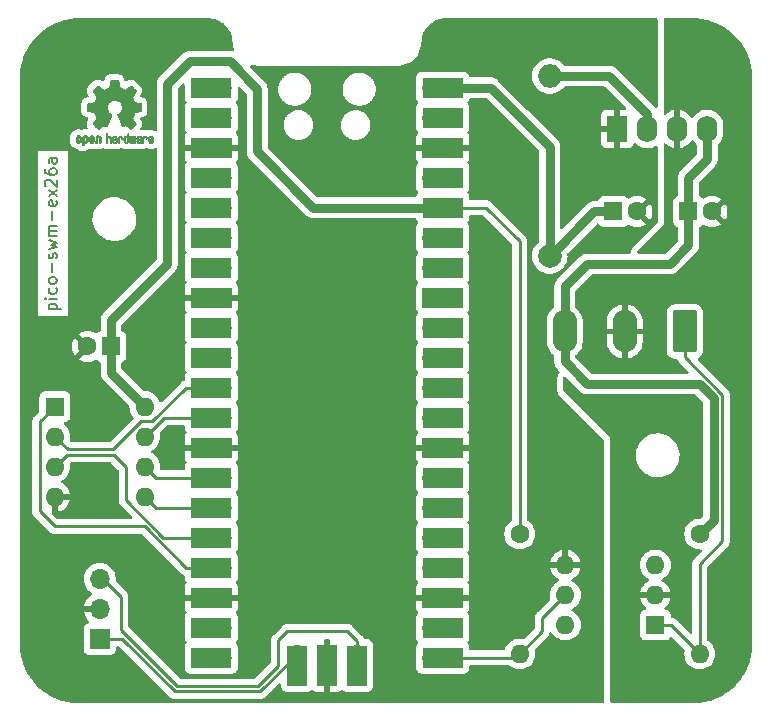
<source format=gbr>
G04 #@! TF.GenerationSoftware,KiCad,Pcbnew,7.0.9-7.0.9~ubuntu22.04.1*
G04 #@! TF.CreationDate,2023-12-23T17:14:06+01:00*
G04 #@! TF.ProjectId,pico-swm-px26a-pcb,7069636f-2d73-4776-9d2d-70783236612d,rev?*
G04 #@! TF.SameCoordinates,Original*
G04 #@! TF.FileFunction,Copper,L1,Top*
G04 #@! TF.FilePolarity,Positive*
%FSLAX46Y46*%
G04 Gerber Fmt 4.6, Leading zero omitted, Abs format (unit mm)*
G04 Created by KiCad (PCBNEW 7.0.9-7.0.9~ubuntu22.04.1) date 2023-12-23 17:14:06*
%MOMM*%
%LPD*%
G01*
G04 APERTURE LIST*
G04 Aperture macros list*
%AMRoundRect*
0 Rectangle with rounded corners*
0 $1 Rounding radius*
0 $2 $3 $4 $5 $6 $7 $8 $9 X,Y pos of 4 corners*
0 Add a 4 corners polygon primitive as box body*
4,1,4,$2,$3,$4,$5,$6,$7,$8,$9,$2,$3,0*
0 Add four circle primitives for the rounded corners*
1,1,$1+$1,$2,$3*
1,1,$1+$1,$4,$5*
1,1,$1+$1,$6,$7*
1,1,$1+$1,$8,$9*
0 Add four rect primitives between the rounded corners*
20,1,$1+$1,$2,$3,$4,$5,0*
20,1,$1+$1,$4,$5,$6,$7,0*
20,1,$1+$1,$6,$7,$8,$9,0*
20,1,$1+$1,$8,$9,$2,$3,0*%
G04 Aperture macros list end*
%ADD10C,0.150000*%
G04 #@! TA.AperFunction,NonConductor*
%ADD11C,0.150000*%
G04 #@! TD*
G04 #@! TA.AperFunction,EtchedComponent*
%ADD12C,0.010000*%
G04 #@! TD*
G04 #@! TA.AperFunction,ComponentPad*
%ADD13O,1.700000X1.700000*%
G04 #@! TD*
G04 #@! TA.AperFunction,SMDPad,CuDef*
%ADD14R,3.500000X1.700000*%
G04 #@! TD*
G04 #@! TA.AperFunction,ComponentPad*
%ADD15R,1.700000X1.700000*%
G04 #@! TD*
G04 #@! TA.AperFunction,SMDPad,CuDef*
%ADD16R,1.700000X3.500000*%
G04 #@! TD*
G04 #@! TA.AperFunction,ComponentPad*
%ADD17R,1.600000X1.600000*%
G04 #@! TD*
G04 #@! TA.AperFunction,ComponentPad*
%ADD18C,1.600000*%
G04 #@! TD*
G04 #@! TA.AperFunction,ComponentPad*
%ADD19O,1.600000X1.600000*%
G04 #@! TD*
G04 #@! TA.AperFunction,ComponentPad*
%ADD20RoundRect,0.249999X0.790001X1.550001X-0.790001X1.550001X-0.790001X-1.550001X0.790001X-1.550001X0*%
G04 #@! TD*
G04 #@! TA.AperFunction,ComponentPad*
%ADD21O,2.080000X3.600000*%
G04 #@! TD*
G04 #@! TA.AperFunction,ComponentPad*
%ADD22C,2.000000*%
G04 #@! TD*
G04 #@! TA.AperFunction,ComponentPad*
%ADD23O,2.000000X2.000000*%
G04 #@! TD*
G04 #@! TA.AperFunction,ComponentPad*
%ADD24R,1.750000X2.250000*%
G04 #@! TD*
G04 #@! TA.AperFunction,ComponentPad*
%ADD25O,1.750000X2.250000*%
G04 #@! TD*
G04 #@! TA.AperFunction,Conductor*
%ADD26C,0.762000*%
G04 #@! TD*
G04 #@! TA.AperFunction,Conductor*
%ADD27C,0.250000*%
G04 #@! TD*
G04 #@! TA.AperFunction,Conductor*
%ADD28C,0.254000*%
G04 #@! TD*
G04 APERTURE END LIST*
D10*
D11*
X107453152Y-94654761D02*
X108453152Y-94654761D01*
X107500771Y-94654761D02*
X107453152Y-94559523D01*
X107453152Y-94559523D02*
X107453152Y-94369047D01*
X107453152Y-94369047D02*
X107500771Y-94273809D01*
X107500771Y-94273809D02*
X107548390Y-94226190D01*
X107548390Y-94226190D02*
X107643628Y-94178571D01*
X107643628Y-94178571D02*
X107929342Y-94178571D01*
X107929342Y-94178571D02*
X108024580Y-94226190D01*
X108024580Y-94226190D02*
X108072200Y-94273809D01*
X108072200Y-94273809D02*
X108119819Y-94369047D01*
X108119819Y-94369047D02*
X108119819Y-94559523D01*
X108119819Y-94559523D02*
X108072200Y-94654761D01*
X108119819Y-93749999D02*
X107453152Y-93749999D01*
X107119819Y-93749999D02*
X107167438Y-93797618D01*
X107167438Y-93797618D02*
X107215057Y-93749999D01*
X107215057Y-93749999D02*
X107167438Y-93702380D01*
X107167438Y-93702380D02*
X107119819Y-93749999D01*
X107119819Y-93749999D02*
X107215057Y-93749999D01*
X108072200Y-92845238D02*
X108119819Y-92940476D01*
X108119819Y-92940476D02*
X108119819Y-93130952D01*
X108119819Y-93130952D02*
X108072200Y-93226190D01*
X108072200Y-93226190D02*
X108024580Y-93273809D01*
X108024580Y-93273809D02*
X107929342Y-93321428D01*
X107929342Y-93321428D02*
X107643628Y-93321428D01*
X107643628Y-93321428D02*
X107548390Y-93273809D01*
X107548390Y-93273809D02*
X107500771Y-93226190D01*
X107500771Y-93226190D02*
X107453152Y-93130952D01*
X107453152Y-93130952D02*
X107453152Y-92940476D01*
X107453152Y-92940476D02*
X107500771Y-92845238D01*
X108119819Y-92273809D02*
X108072200Y-92369047D01*
X108072200Y-92369047D02*
X108024580Y-92416666D01*
X108024580Y-92416666D02*
X107929342Y-92464285D01*
X107929342Y-92464285D02*
X107643628Y-92464285D01*
X107643628Y-92464285D02*
X107548390Y-92416666D01*
X107548390Y-92416666D02*
X107500771Y-92369047D01*
X107500771Y-92369047D02*
X107453152Y-92273809D01*
X107453152Y-92273809D02*
X107453152Y-92130952D01*
X107453152Y-92130952D02*
X107500771Y-92035714D01*
X107500771Y-92035714D02*
X107548390Y-91988095D01*
X107548390Y-91988095D02*
X107643628Y-91940476D01*
X107643628Y-91940476D02*
X107929342Y-91940476D01*
X107929342Y-91940476D02*
X108024580Y-91988095D01*
X108024580Y-91988095D02*
X108072200Y-92035714D01*
X108072200Y-92035714D02*
X108119819Y-92130952D01*
X108119819Y-92130952D02*
X108119819Y-92273809D01*
X107738866Y-91511904D02*
X107738866Y-90750000D01*
X108072200Y-90321428D02*
X108119819Y-90226190D01*
X108119819Y-90226190D02*
X108119819Y-90035714D01*
X108119819Y-90035714D02*
X108072200Y-89940476D01*
X108072200Y-89940476D02*
X107976961Y-89892857D01*
X107976961Y-89892857D02*
X107929342Y-89892857D01*
X107929342Y-89892857D02*
X107834104Y-89940476D01*
X107834104Y-89940476D02*
X107786485Y-90035714D01*
X107786485Y-90035714D02*
X107786485Y-90178571D01*
X107786485Y-90178571D02*
X107738866Y-90273809D01*
X107738866Y-90273809D02*
X107643628Y-90321428D01*
X107643628Y-90321428D02*
X107596009Y-90321428D01*
X107596009Y-90321428D02*
X107500771Y-90273809D01*
X107500771Y-90273809D02*
X107453152Y-90178571D01*
X107453152Y-90178571D02*
X107453152Y-90035714D01*
X107453152Y-90035714D02*
X107500771Y-89940476D01*
X107453152Y-89559523D02*
X108119819Y-89369047D01*
X108119819Y-89369047D02*
X107643628Y-89178571D01*
X107643628Y-89178571D02*
X108119819Y-88988095D01*
X108119819Y-88988095D02*
X107453152Y-88797619D01*
X108119819Y-88416666D02*
X107453152Y-88416666D01*
X107548390Y-88416666D02*
X107500771Y-88369047D01*
X107500771Y-88369047D02*
X107453152Y-88273809D01*
X107453152Y-88273809D02*
X107453152Y-88130952D01*
X107453152Y-88130952D02*
X107500771Y-88035714D01*
X107500771Y-88035714D02*
X107596009Y-87988095D01*
X107596009Y-87988095D02*
X108119819Y-87988095D01*
X107596009Y-87988095D02*
X107500771Y-87940476D01*
X107500771Y-87940476D02*
X107453152Y-87845238D01*
X107453152Y-87845238D02*
X107453152Y-87702381D01*
X107453152Y-87702381D02*
X107500771Y-87607142D01*
X107500771Y-87607142D02*
X107596009Y-87559523D01*
X107596009Y-87559523D02*
X108119819Y-87559523D01*
X107738866Y-87083333D02*
X107738866Y-86321429D01*
X108072200Y-85464286D02*
X108119819Y-85559524D01*
X108119819Y-85559524D02*
X108119819Y-85750000D01*
X108119819Y-85750000D02*
X108072200Y-85845238D01*
X108072200Y-85845238D02*
X107976961Y-85892857D01*
X107976961Y-85892857D02*
X107596009Y-85892857D01*
X107596009Y-85892857D02*
X107500771Y-85845238D01*
X107500771Y-85845238D02*
X107453152Y-85750000D01*
X107453152Y-85750000D02*
X107453152Y-85559524D01*
X107453152Y-85559524D02*
X107500771Y-85464286D01*
X107500771Y-85464286D02*
X107596009Y-85416667D01*
X107596009Y-85416667D02*
X107691247Y-85416667D01*
X107691247Y-85416667D02*
X107786485Y-85892857D01*
X108119819Y-85083333D02*
X107453152Y-84559524D01*
X107453152Y-85083333D02*
X108119819Y-84559524D01*
X107215057Y-84226190D02*
X107167438Y-84178571D01*
X107167438Y-84178571D02*
X107119819Y-84083333D01*
X107119819Y-84083333D02*
X107119819Y-83845238D01*
X107119819Y-83845238D02*
X107167438Y-83750000D01*
X107167438Y-83750000D02*
X107215057Y-83702381D01*
X107215057Y-83702381D02*
X107310295Y-83654762D01*
X107310295Y-83654762D02*
X107405533Y-83654762D01*
X107405533Y-83654762D02*
X107548390Y-83702381D01*
X107548390Y-83702381D02*
X108119819Y-84273809D01*
X108119819Y-84273809D02*
X108119819Y-83654762D01*
X107119819Y-82797619D02*
X107119819Y-82988095D01*
X107119819Y-82988095D02*
X107167438Y-83083333D01*
X107167438Y-83083333D02*
X107215057Y-83130952D01*
X107215057Y-83130952D02*
X107357914Y-83226190D01*
X107357914Y-83226190D02*
X107548390Y-83273809D01*
X107548390Y-83273809D02*
X107929342Y-83273809D01*
X107929342Y-83273809D02*
X108024580Y-83226190D01*
X108024580Y-83226190D02*
X108072200Y-83178571D01*
X108072200Y-83178571D02*
X108119819Y-83083333D01*
X108119819Y-83083333D02*
X108119819Y-82892857D01*
X108119819Y-82892857D02*
X108072200Y-82797619D01*
X108072200Y-82797619D02*
X108024580Y-82750000D01*
X108024580Y-82750000D02*
X107929342Y-82702381D01*
X107929342Y-82702381D02*
X107691247Y-82702381D01*
X107691247Y-82702381D02*
X107596009Y-82750000D01*
X107596009Y-82750000D02*
X107548390Y-82797619D01*
X107548390Y-82797619D02*
X107500771Y-82892857D01*
X107500771Y-82892857D02*
X107500771Y-83083333D01*
X107500771Y-83083333D02*
X107548390Y-83178571D01*
X107548390Y-83178571D02*
X107596009Y-83226190D01*
X107596009Y-83226190D02*
X107691247Y-83273809D01*
X108119819Y-81845238D02*
X107596009Y-81845238D01*
X107596009Y-81845238D02*
X107500771Y-81892857D01*
X107500771Y-81892857D02*
X107453152Y-81988095D01*
X107453152Y-81988095D02*
X107453152Y-82178571D01*
X107453152Y-82178571D02*
X107500771Y-82273809D01*
X108072200Y-81845238D02*
X108119819Y-81940476D01*
X108119819Y-81940476D02*
X108119819Y-82178571D01*
X108119819Y-82178571D02*
X108072200Y-82273809D01*
X108072200Y-82273809D02*
X107976961Y-82321428D01*
X107976961Y-82321428D02*
X107881723Y-82321428D01*
X107881723Y-82321428D02*
X107786485Y-82273809D01*
X107786485Y-82273809D02*
X107738866Y-82178571D01*
X107738866Y-82178571D02*
X107738866Y-81940476D01*
X107738866Y-81940476D02*
X107691247Y-81845238D01*
G04 #@! TO.C,REF\u002A\u002A*
D12*
X115652600Y-79958752D02*
X115669948Y-79966334D01*
X115711356Y-79999128D01*
X115746765Y-80046547D01*
X115768664Y-80097151D01*
X115772229Y-80122098D01*
X115760279Y-80156927D01*
X115734067Y-80175357D01*
X115705964Y-80186516D01*
X115693095Y-80188572D01*
X115686829Y-80173649D01*
X115674456Y-80141175D01*
X115669028Y-80126502D01*
X115638590Y-80075744D01*
X115594520Y-80050427D01*
X115538010Y-80051206D01*
X115533825Y-80052203D01*
X115503655Y-80066507D01*
X115481476Y-80094393D01*
X115466327Y-80139287D01*
X115457250Y-80204615D01*
X115453286Y-80293804D01*
X115452914Y-80341261D01*
X115452730Y-80416071D01*
X115451522Y-80467069D01*
X115448309Y-80499471D01*
X115442109Y-80518495D01*
X115431940Y-80529356D01*
X115416819Y-80537272D01*
X115415946Y-80537670D01*
X115386828Y-80549981D01*
X115372403Y-80554514D01*
X115370186Y-80540809D01*
X115368289Y-80502925D01*
X115366847Y-80445715D01*
X115365998Y-80374027D01*
X115365829Y-80321565D01*
X115366692Y-80220047D01*
X115370070Y-80143032D01*
X115377142Y-80086023D01*
X115389088Y-80044526D01*
X115407090Y-80014043D01*
X115432327Y-79990080D01*
X115457247Y-79973355D01*
X115517171Y-79951097D01*
X115586911Y-79946076D01*
X115652600Y-79958752D01*
G04 #@! TA.AperFunction,EtchedComponent*
G36*
X115652600Y-79958752D02*
G01*
X115669948Y-79966334D01*
X115711356Y-79999128D01*
X115746765Y-80046547D01*
X115768664Y-80097151D01*
X115772229Y-80122098D01*
X115760279Y-80156927D01*
X115734067Y-80175357D01*
X115705964Y-80186516D01*
X115693095Y-80188572D01*
X115686829Y-80173649D01*
X115674456Y-80141175D01*
X115669028Y-80126502D01*
X115638590Y-80075744D01*
X115594520Y-80050427D01*
X115538010Y-80051206D01*
X115533825Y-80052203D01*
X115503655Y-80066507D01*
X115481476Y-80094393D01*
X115466327Y-80139287D01*
X115457250Y-80204615D01*
X115453286Y-80293804D01*
X115452914Y-80341261D01*
X115452730Y-80416071D01*
X115451522Y-80467069D01*
X115448309Y-80499471D01*
X115442109Y-80518495D01*
X115431940Y-80529356D01*
X115416819Y-80537272D01*
X115415946Y-80537670D01*
X115386828Y-80549981D01*
X115372403Y-80554514D01*
X115370186Y-80540809D01*
X115368289Y-80502925D01*
X115366847Y-80445715D01*
X115365998Y-80374027D01*
X115365829Y-80321565D01*
X115366692Y-80220047D01*
X115370070Y-80143032D01*
X115377142Y-80086023D01*
X115389088Y-80044526D01*
X115407090Y-80014043D01*
X115432327Y-79990080D01*
X115457247Y-79973355D01*
X115517171Y-79951097D01*
X115586911Y-79946076D01*
X115652600Y-79958752D01*
G37*
G04 #@! TD.AperFunction*
X111716093Y-79927780D02*
X111762672Y-79954723D01*
X111795057Y-79981466D01*
X111818742Y-80009484D01*
X111835059Y-80043748D01*
X111845339Y-80089227D01*
X111850914Y-80150892D01*
X111853116Y-80233711D01*
X111853371Y-80293246D01*
X111853371Y-80512391D01*
X111791686Y-80540044D01*
X111730000Y-80567697D01*
X111722743Y-80327670D01*
X111719744Y-80238028D01*
X111716598Y-80172962D01*
X111712701Y-80128026D01*
X111707447Y-80098770D01*
X111700231Y-80080748D01*
X111690450Y-80069511D01*
X111687312Y-80067079D01*
X111639761Y-80048083D01*
X111591697Y-80055600D01*
X111563086Y-80075543D01*
X111551447Y-80089675D01*
X111543391Y-80108220D01*
X111538271Y-80136334D01*
X111535441Y-80179173D01*
X111534256Y-80241895D01*
X111534057Y-80307261D01*
X111534018Y-80389268D01*
X111532614Y-80447316D01*
X111527914Y-80486465D01*
X111517987Y-80511780D01*
X111500903Y-80528323D01*
X111474732Y-80541156D01*
X111439775Y-80554491D01*
X111401596Y-80569007D01*
X111406141Y-80311389D01*
X111407971Y-80218519D01*
X111410112Y-80149889D01*
X111413181Y-80100711D01*
X111417794Y-80066198D01*
X111424568Y-80041562D01*
X111434119Y-80022016D01*
X111445634Y-80004770D01*
X111501190Y-79949680D01*
X111568980Y-79917822D01*
X111642713Y-79910191D01*
X111716093Y-79927780D01*
G04 #@! TA.AperFunction,EtchedComponent*
G36*
X111716093Y-79927780D02*
G01*
X111762672Y-79954723D01*
X111795057Y-79981466D01*
X111818742Y-80009484D01*
X111835059Y-80043748D01*
X111845339Y-80089227D01*
X111850914Y-80150892D01*
X111853116Y-80233711D01*
X111853371Y-80293246D01*
X111853371Y-80512391D01*
X111791686Y-80540044D01*
X111730000Y-80567697D01*
X111722743Y-80327670D01*
X111719744Y-80238028D01*
X111716598Y-80172962D01*
X111712701Y-80128026D01*
X111707447Y-80098770D01*
X111700231Y-80080748D01*
X111690450Y-80069511D01*
X111687312Y-80067079D01*
X111639761Y-80048083D01*
X111591697Y-80055600D01*
X111563086Y-80075543D01*
X111551447Y-80089675D01*
X111543391Y-80108220D01*
X111538271Y-80136334D01*
X111535441Y-80179173D01*
X111534256Y-80241895D01*
X111534057Y-80307261D01*
X111534018Y-80389268D01*
X111532614Y-80447316D01*
X111527914Y-80486465D01*
X111517987Y-80511780D01*
X111500903Y-80528323D01*
X111474732Y-80541156D01*
X111439775Y-80554491D01*
X111401596Y-80569007D01*
X111406141Y-80311389D01*
X111407971Y-80218519D01*
X111410112Y-80149889D01*
X111413181Y-80100711D01*
X111417794Y-80066198D01*
X111424568Y-80041562D01*
X111434119Y-80022016D01*
X111445634Y-80004770D01*
X111501190Y-79949680D01*
X111568980Y-79917822D01*
X111642713Y-79910191D01*
X111716093Y-79927780D01*
G37*
G04 #@! TD.AperFunction*
X113529926Y-79949755D02*
X113595858Y-79974084D01*
X113649273Y-80017117D01*
X113670164Y-80047409D01*
X113692939Y-80102994D01*
X113692466Y-80143186D01*
X113668562Y-80170217D01*
X113659717Y-80174813D01*
X113621530Y-80189144D01*
X113602028Y-80185472D01*
X113595422Y-80161407D01*
X113595086Y-80148114D01*
X113582992Y-80099210D01*
X113551471Y-80064999D01*
X113507659Y-80048476D01*
X113458695Y-80052634D01*
X113418894Y-80074227D01*
X113405450Y-80086544D01*
X113395921Y-80101487D01*
X113389485Y-80124075D01*
X113385317Y-80159328D01*
X113382597Y-80212266D01*
X113380502Y-80287907D01*
X113379960Y-80311857D01*
X113377981Y-80393790D01*
X113375731Y-80451455D01*
X113372357Y-80489608D01*
X113367006Y-80513004D01*
X113358824Y-80526398D01*
X113346959Y-80534545D01*
X113339362Y-80538144D01*
X113307102Y-80550452D01*
X113288111Y-80554514D01*
X113281836Y-80540948D01*
X113278006Y-80499934D01*
X113276600Y-80430999D01*
X113277598Y-80333669D01*
X113277908Y-80318657D01*
X113280101Y-80229859D01*
X113282693Y-80165019D01*
X113286382Y-80119067D01*
X113291864Y-80086935D01*
X113299835Y-80063553D01*
X113310993Y-80043852D01*
X113316830Y-80035410D01*
X113350296Y-79998057D01*
X113387727Y-79969003D01*
X113392309Y-79966467D01*
X113459426Y-79946443D01*
X113529926Y-79949755D01*
G04 #@! TA.AperFunction,EtchedComponent*
G36*
X113529926Y-79949755D02*
G01*
X113595858Y-79974084D01*
X113649273Y-80017117D01*
X113670164Y-80047409D01*
X113692939Y-80102994D01*
X113692466Y-80143186D01*
X113668562Y-80170217D01*
X113659717Y-80174813D01*
X113621530Y-80189144D01*
X113602028Y-80185472D01*
X113595422Y-80161407D01*
X113595086Y-80148114D01*
X113582992Y-80099210D01*
X113551471Y-80064999D01*
X113507659Y-80048476D01*
X113458695Y-80052634D01*
X113418894Y-80074227D01*
X113405450Y-80086544D01*
X113395921Y-80101487D01*
X113389485Y-80124075D01*
X113385317Y-80159328D01*
X113382597Y-80212266D01*
X113380502Y-80287907D01*
X113379960Y-80311857D01*
X113377981Y-80393790D01*
X113375731Y-80451455D01*
X113372357Y-80489608D01*
X113367006Y-80513004D01*
X113358824Y-80526398D01*
X113346959Y-80534545D01*
X113339362Y-80538144D01*
X113307102Y-80550452D01*
X113288111Y-80554514D01*
X113281836Y-80540948D01*
X113278006Y-80499934D01*
X113276600Y-80430999D01*
X113277598Y-80333669D01*
X113277908Y-80318657D01*
X113280101Y-80229859D01*
X113282693Y-80165019D01*
X113286382Y-80119067D01*
X113291864Y-80086935D01*
X113299835Y-80063553D01*
X113310993Y-80043852D01*
X113316830Y-80035410D01*
X113350296Y-79998057D01*
X113387727Y-79969003D01*
X113392309Y-79966467D01*
X113459426Y-79946443D01*
X113529926Y-79949755D01*
G37*
G04 #@! TD.AperFunction*
X112375886Y-79851289D02*
X112380139Y-79910613D01*
X112385025Y-79945572D01*
X112391795Y-79960820D01*
X112401702Y-79961015D01*
X112404914Y-79959195D01*
X112447644Y-79946015D01*
X112503227Y-79946785D01*
X112559737Y-79960333D01*
X112595082Y-79977861D01*
X112631321Y-80005861D01*
X112657813Y-80037549D01*
X112675999Y-80077813D01*
X112687322Y-80131543D01*
X112693222Y-80203626D01*
X112695143Y-80298951D01*
X112695177Y-80317237D01*
X112695200Y-80522646D01*
X112649491Y-80538580D01*
X112617027Y-80549420D01*
X112599215Y-80554468D01*
X112598691Y-80554514D01*
X112596937Y-80540828D01*
X112595444Y-80503076D01*
X112594326Y-80446224D01*
X112593697Y-80375234D01*
X112593600Y-80332073D01*
X112593398Y-80246973D01*
X112592358Y-80185981D01*
X112589831Y-80144177D01*
X112585164Y-80116642D01*
X112577707Y-80098456D01*
X112566811Y-80084698D01*
X112560007Y-80078073D01*
X112513272Y-80051375D01*
X112462272Y-80049375D01*
X112416001Y-80071955D01*
X112407444Y-80080107D01*
X112394893Y-80095436D01*
X112386188Y-80113618D01*
X112380631Y-80139909D01*
X112377526Y-80179562D01*
X112376176Y-80237832D01*
X112375886Y-80318173D01*
X112375886Y-80522646D01*
X112330177Y-80538580D01*
X112297713Y-80549420D01*
X112279901Y-80554468D01*
X112279377Y-80554514D01*
X112278037Y-80540623D01*
X112276828Y-80501439D01*
X112275801Y-80440700D01*
X112275002Y-80362141D01*
X112274481Y-80269498D01*
X112274286Y-80166509D01*
X112274286Y-79769342D01*
X112321457Y-79749444D01*
X112368629Y-79729547D01*
X112375886Y-79851289D01*
G04 #@! TA.AperFunction,EtchedComponent*
G36*
X112375886Y-79851289D02*
G01*
X112380139Y-79910613D01*
X112385025Y-79945572D01*
X112391795Y-79960820D01*
X112401702Y-79961015D01*
X112404914Y-79959195D01*
X112447644Y-79946015D01*
X112503227Y-79946785D01*
X112559737Y-79960333D01*
X112595082Y-79977861D01*
X112631321Y-80005861D01*
X112657813Y-80037549D01*
X112675999Y-80077813D01*
X112687322Y-80131543D01*
X112693222Y-80203626D01*
X112695143Y-80298951D01*
X112695177Y-80317237D01*
X112695200Y-80522646D01*
X112649491Y-80538580D01*
X112617027Y-80549420D01*
X112599215Y-80554468D01*
X112598691Y-80554514D01*
X112596937Y-80540828D01*
X112595444Y-80503076D01*
X112594326Y-80446224D01*
X112593697Y-80375234D01*
X112593600Y-80332073D01*
X112593398Y-80246973D01*
X112592358Y-80185981D01*
X112589831Y-80144177D01*
X112585164Y-80116642D01*
X112577707Y-80098456D01*
X112566811Y-80084698D01*
X112560007Y-80078073D01*
X112513272Y-80051375D01*
X112462272Y-80049375D01*
X112416001Y-80071955D01*
X112407444Y-80080107D01*
X112394893Y-80095436D01*
X112386188Y-80113618D01*
X112380631Y-80139909D01*
X112377526Y-80179562D01*
X112376176Y-80237832D01*
X112375886Y-80318173D01*
X112375886Y-80522646D01*
X112330177Y-80538580D01*
X112297713Y-80549420D01*
X112279901Y-80554468D01*
X112279377Y-80554514D01*
X112278037Y-80540623D01*
X112276828Y-80501439D01*
X112275801Y-80440700D01*
X112275002Y-80362141D01*
X112274481Y-80269498D01*
X112274286Y-80166509D01*
X112274286Y-79769342D01*
X112321457Y-79749444D01*
X112368629Y-79729547D01*
X112375886Y-79851289D01*
G37*
G04 #@! TD.AperFunction*
X114779833Y-79958663D02*
X114782048Y-79996850D01*
X114783784Y-80054886D01*
X114784899Y-80128180D01*
X114785257Y-80205055D01*
X114785257Y-80465196D01*
X114739326Y-80511127D01*
X114707675Y-80539429D01*
X114679890Y-80550893D01*
X114641915Y-80550168D01*
X114626840Y-80548321D01*
X114579726Y-80542948D01*
X114540756Y-80539869D01*
X114531257Y-80539585D01*
X114499233Y-80541445D01*
X114453432Y-80546114D01*
X114435674Y-80548321D01*
X114392057Y-80551735D01*
X114362745Y-80544320D01*
X114333680Y-80521427D01*
X114323188Y-80511127D01*
X114277257Y-80465196D01*
X114277257Y-79978602D01*
X114314226Y-79961758D01*
X114346059Y-79949282D01*
X114364683Y-79944914D01*
X114369458Y-79958718D01*
X114373921Y-79997286D01*
X114377775Y-80056356D01*
X114380722Y-80131663D01*
X114382143Y-80195286D01*
X114386114Y-80445657D01*
X114420759Y-80450556D01*
X114452268Y-80447131D01*
X114467708Y-80436041D01*
X114472023Y-80415308D01*
X114475708Y-80371145D01*
X114478469Y-80309146D01*
X114480012Y-80234909D01*
X114480235Y-80196706D01*
X114480457Y-79976783D01*
X114526166Y-79960849D01*
X114558518Y-79950015D01*
X114576115Y-79944962D01*
X114576623Y-79944914D01*
X114578388Y-79958648D01*
X114580329Y-79996730D01*
X114582282Y-80054482D01*
X114584084Y-80127227D01*
X114585343Y-80195286D01*
X114589314Y-80445657D01*
X114676400Y-80445657D01*
X114680396Y-80217240D01*
X114684392Y-79988822D01*
X114726847Y-79966868D01*
X114758192Y-79951793D01*
X114776744Y-79944951D01*
X114777279Y-79944914D01*
X114779833Y-79958663D01*
G04 #@! TA.AperFunction,EtchedComponent*
G36*
X114779833Y-79958663D02*
G01*
X114782048Y-79996850D01*
X114783784Y-80054886D01*
X114784899Y-80128180D01*
X114785257Y-80205055D01*
X114785257Y-80465196D01*
X114739326Y-80511127D01*
X114707675Y-80539429D01*
X114679890Y-80550893D01*
X114641915Y-80550168D01*
X114626840Y-80548321D01*
X114579726Y-80542948D01*
X114540756Y-80539869D01*
X114531257Y-80539585D01*
X114499233Y-80541445D01*
X114453432Y-80546114D01*
X114435674Y-80548321D01*
X114392057Y-80551735D01*
X114362745Y-80544320D01*
X114333680Y-80521427D01*
X114323188Y-80511127D01*
X114277257Y-80465196D01*
X114277257Y-79978602D01*
X114314226Y-79961758D01*
X114346059Y-79949282D01*
X114364683Y-79944914D01*
X114369458Y-79958718D01*
X114373921Y-79997286D01*
X114377775Y-80056356D01*
X114380722Y-80131663D01*
X114382143Y-80195286D01*
X114386114Y-80445657D01*
X114420759Y-80450556D01*
X114452268Y-80447131D01*
X114467708Y-80436041D01*
X114472023Y-80415308D01*
X114475708Y-80371145D01*
X114478469Y-80309146D01*
X114480012Y-80234909D01*
X114480235Y-80196706D01*
X114480457Y-79976783D01*
X114526166Y-79960849D01*
X114558518Y-79950015D01*
X114576115Y-79944962D01*
X114576623Y-79944914D01*
X114578388Y-79958648D01*
X114580329Y-79996730D01*
X114582282Y-80054482D01*
X114584084Y-80127227D01*
X114585343Y-80195286D01*
X114589314Y-80445657D01*
X114676400Y-80445657D01*
X114680396Y-80217240D01*
X114684392Y-79988822D01*
X114726847Y-79966868D01*
X114758192Y-79951793D01*
X114776744Y-79944951D01*
X114777279Y-79944914D01*
X114779833Y-79958663D01*
G37*
G04 #@! TD.AperFunction*
X110041115Y-79921962D02*
X110109145Y-79957733D01*
X110159351Y-80015301D01*
X110177185Y-80052312D01*
X110191063Y-80107882D01*
X110198167Y-80178096D01*
X110198840Y-80254727D01*
X110193427Y-80329552D01*
X110182270Y-80394342D01*
X110165714Y-80440873D01*
X110160626Y-80448887D01*
X110100355Y-80508707D01*
X110028769Y-80544535D01*
X109951092Y-80555020D01*
X109872548Y-80538810D01*
X109850689Y-80529092D01*
X109808122Y-80499143D01*
X109770763Y-80459433D01*
X109767232Y-80454397D01*
X109752881Y-80430124D01*
X109743394Y-80404178D01*
X109737790Y-80370022D01*
X109735086Y-80321119D01*
X109734299Y-80250935D01*
X109734286Y-80235200D01*
X109734322Y-80230192D01*
X109879429Y-80230192D01*
X109880273Y-80296430D01*
X109883596Y-80340386D01*
X109890583Y-80368779D01*
X109902416Y-80388325D01*
X109908457Y-80394857D01*
X109943186Y-80419680D01*
X109976903Y-80418548D01*
X110010995Y-80397016D01*
X110031329Y-80374029D01*
X110043371Y-80340478D01*
X110050134Y-80287569D01*
X110050598Y-80281399D01*
X110051752Y-80185513D01*
X110039688Y-80114299D01*
X110014570Y-80068194D01*
X109976560Y-80047635D01*
X109962992Y-80046514D01*
X109927364Y-80052152D01*
X109902994Y-80071686D01*
X109888093Y-80109042D01*
X109880875Y-80168150D01*
X109879429Y-80230192D01*
X109734322Y-80230192D01*
X109734826Y-80160413D01*
X109737096Y-80108159D01*
X109742068Y-80071949D01*
X109750713Y-80045299D01*
X109764005Y-80021722D01*
X109766943Y-80017338D01*
X109816313Y-79958249D01*
X109870109Y-79923947D01*
X109935602Y-79910331D01*
X109957842Y-79909665D01*
X110041115Y-79921962D01*
G04 #@! TA.AperFunction,EtchedComponent*
G36*
X110041115Y-79921962D02*
G01*
X110109145Y-79957733D01*
X110159351Y-80015301D01*
X110177185Y-80052312D01*
X110191063Y-80107882D01*
X110198167Y-80178096D01*
X110198840Y-80254727D01*
X110193427Y-80329552D01*
X110182270Y-80394342D01*
X110165714Y-80440873D01*
X110160626Y-80448887D01*
X110100355Y-80508707D01*
X110028769Y-80544535D01*
X109951092Y-80555020D01*
X109872548Y-80538810D01*
X109850689Y-80529092D01*
X109808122Y-80499143D01*
X109770763Y-80459433D01*
X109767232Y-80454397D01*
X109752881Y-80430124D01*
X109743394Y-80404178D01*
X109737790Y-80370022D01*
X109735086Y-80321119D01*
X109734299Y-80250935D01*
X109734286Y-80235200D01*
X109734322Y-80230192D01*
X109879429Y-80230192D01*
X109880273Y-80296430D01*
X109883596Y-80340386D01*
X109890583Y-80368779D01*
X109902416Y-80388325D01*
X109908457Y-80394857D01*
X109943186Y-80419680D01*
X109976903Y-80418548D01*
X110010995Y-80397016D01*
X110031329Y-80374029D01*
X110043371Y-80340478D01*
X110050134Y-80287569D01*
X110050598Y-80281399D01*
X110051752Y-80185513D01*
X110039688Y-80114299D01*
X110014570Y-80068194D01*
X109976560Y-80047635D01*
X109962992Y-80046514D01*
X109927364Y-80052152D01*
X109902994Y-80071686D01*
X109888093Y-80109042D01*
X109880875Y-80168150D01*
X109879429Y-80230192D01*
X109734322Y-80230192D01*
X109734826Y-80160413D01*
X109737096Y-80108159D01*
X109742068Y-80071949D01*
X109750713Y-80045299D01*
X109764005Y-80021722D01*
X109766943Y-80017338D01*
X109816313Y-79958249D01*
X109870109Y-79923947D01*
X109935602Y-79910331D01*
X109957842Y-79909665D01*
X110041115Y-79921962D01*
G37*
G04 #@! TD.AperFunction*
X116153595Y-79966966D02*
X116211021Y-80004497D01*
X116238719Y-80038096D01*
X116260662Y-80099064D01*
X116262405Y-80147308D01*
X116258457Y-80211816D01*
X116109686Y-80276934D01*
X116037349Y-80310202D01*
X115990084Y-80336964D01*
X115965507Y-80360144D01*
X115961237Y-80382667D01*
X115974889Y-80407455D01*
X115989943Y-80423886D01*
X116033746Y-80450235D01*
X116081389Y-80452081D01*
X116125145Y-80431546D01*
X116157289Y-80390752D01*
X116163038Y-80376347D01*
X116190576Y-80331356D01*
X116222258Y-80312182D01*
X116265714Y-80295779D01*
X116265714Y-80357966D01*
X116261872Y-80400283D01*
X116246823Y-80435969D01*
X116215280Y-80476943D01*
X116210592Y-80482267D01*
X116175506Y-80518720D01*
X116145347Y-80538283D01*
X116107615Y-80547283D01*
X116076335Y-80550230D01*
X116020385Y-80550965D01*
X115980555Y-80541660D01*
X115955708Y-80527846D01*
X115916656Y-80497467D01*
X115889625Y-80464613D01*
X115872517Y-80423294D01*
X115863238Y-80367521D01*
X115859693Y-80291305D01*
X115859410Y-80252622D01*
X115860372Y-80206247D01*
X115948007Y-80206247D01*
X115949023Y-80231126D01*
X115951556Y-80235200D01*
X115968274Y-80229665D01*
X116004249Y-80215017D01*
X116052331Y-80194190D01*
X116062386Y-80189714D01*
X116123152Y-80158814D01*
X116156632Y-80131657D01*
X116163990Y-80106220D01*
X116146391Y-80080481D01*
X116131856Y-80069109D01*
X116079410Y-80046364D01*
X116030322Y-80050122D01*
X115989227Y-80077884D01*
X115960758Y-80127152D01*
X115951631Y-80166257D01*
X115948007Y-80206247D01*
X115860372Y-80206247D01*
X115861285Y-80162249D01*
X115868196Y-80095384D01*
X115881884Y-80046695D01*
X115904096Y-80010849D01*
X115936574Y-79982513D01*
X115950733Y-79973355D01*
X116015053Y-79949507D01*
X116085473Y-79948006D01*
X116153595Y-79966966D01*
G04 #@! TA.AperFunction,EtchedComponent*
G36*
X116153595Y-79966966D02*
G01*
X116211021Y-80004497D01*
X116238719Y-80038096D01*
X116260662Y-80099064D01*
X116262405Y-80147308D01*
X116258457Y-80211816D01*
X116109686Y-80276934D01*
X116037349Y-80310202D01*
X115990084Y-80336964D01*
X115965507Y-80360144D01*
X115961237Y-80382667D01*
X115974889Y-80407455D01*
X115989943Y-80423886D01*
X116033746Y-80450235D01*
X116081389Y-80452081D01*
X116125145Y-80431546D01*
X116157289Y-80390752D01*
X116163038Y-80376347D01*
X116190576Y-80331356D01*
X116222258Y-80312182D01*
X116265714Y-80295779D01*
X116265714Y-80357966D01*
X116261872Y-80400283D01*
X116246823Y-80435969D01*
X116215280Y-80476943D01*
X116210592Y-80482267D01*
X116175506Y-80518720D01*
X116145347Y-80538283D01*
X116107615Y-80547283D01*
X116076335Y-80550230D01*
X116020385Y-80550965D01*
X115980555Y-80541660D01*
X115955708Y-80527846D01*
X115916656Y-80497467D01*
X115889625Y-80464613D01*
X115872517Y-80423294D01*
X115863238Y-80367521D01*
X115859693Y-80291305D01*
X115859410Y-80252622D01*
X115860372Y-80206247D01*
X115948007Y-80206247D01*
X115949023Y-80231126D01*
X115951556Y-80235200D01*
X115968274Y-80229665D01*
X116004249Y-80215017D01*
X116052331Y-80194190D01*
X116062386Y-80189714D01*
X116123152Y-80158814D01*
X116156632Y-80131657D01*
X116163990Y-80106220D01*
X116146391Y-80080481D01*
X116131856Y-80069109D01*
X116079410Y-80046364D01*
X116030322Y-80050122D01*
X115989227Y-80077884D01*
X115960758Y-80127152D01*
X115951631Y-80166257D01*
X115948007Y-80206247D01*
X115860372Y-80206247D01*
X115861285Y-80162249D01*
X115868196Y-80095384D01*
X115881884Y-80046695D01*
X115904096Y-80010849D01*
X115936574Y-79982513D01*
X115950733Y-79973355D01*
X116015053Y-79949507D01*
X116085473Y-79948006D01*
X116153595Y-79966966D01*
G37*
G04 #@! TD.AperFunction*
X114190117Y-80065358D02*
X114189933Y-80173837D01*
X114189219Y-80257287D01*
X114187675Y-80319704D01*
X114185001Y-80365085D01*
X114180894Y-80397429D01*
X114175055Y-80420733D01*
X114167182Y-80438995D01*
X114161221Y-80449418D01*
X114111855Y-80505945D01*
X114049264Y-80541377D01*
X113980013Y-80554090D01*
X113910668Y-80542463D01*
X113869375Y-80521568D01*
X113826025Y-80485422D01*
X113796481Y-80441276D01*
X113778655Y-80383462D01*
X113770463Y-80306313D01*
X113769302Y-80249714D01*
X113769458Y-80245647D01*
X113870857Y-80245647D01*
X113871476Y-80310550D01*
X113874314Y-80353514D01*
X113880840Y-80381622D01*
X113892523Y-80401953D01*
X113906483Y-80417288D01*
X113953365Y-80446890D01*
X114003701Y-80449419D01*
X114051276Y-80424705D01*
X114054979Y-80421356D01*
X114070783Y-80403935D01*
X114080693Y-80383209D01*
X114086058Y-80352362D01*
X114088228Y-80304577D01*
X114088571Y-80251748D01*
X114087827Y-80185381D01*
X114084748Y-80141106D01*
X114078061Y-80112009D01*
X114066496Y-80091173D01*
X114057013Y-80080107D01*
X114012960Y-80052198D01*
X113962224Y-80048843D01*
X113913796Y-80070159D01*
X113904450Y-80078073D01*
X113888540Y-80095647D01*
X113878610Y-80116587D01*
X113873278Y-80147782D01*
X113871163Y-80196122D01*
X113870857Y-80245647D01*
X113769458Y-80245647D01*
X113772810Y-80158568D01*
X113784726Y-80090086D01*
X113807135Y-80038600D01*
X113842124Y-79998443D01*
X113869375Y-79977861D01*
X113918907Y-79955625D01*
X113976316Y-79945304D01*
X114029682Y-79948067D01*
X114059543Y-79959212D01*
X114071261Y-79962383D01*
X114079037Y-79950557D01*
X114084465Y-79918866D01*
X114088571Y-79870593D01*
X114093067Y-79816829D01*
X114099313Y-79784482D01*
X114110676Y-79765985D01*
X114130528Y-79753770D01*
X114143000Y-79748362D01*
X114190171Y-79728601D01*
X114190117Y-80065358D01*
G04 #@! TA.AperFunction,EtchedComponent*
G36*
X114190117Y-80065358D02*
G01*
X114189933Y-80173837D01*
X114189219Y-80257287D01*
X114187675Y-80319704D01*
X114185001Y-80365085D01*
X114180894Y-80397429D01*
X114175055Y-80420733D01*
X114167182Y-80438995D01*
X114161221Y-80449418D01*
X114111855Y-80505945D01*
X114049264Y-80541377D01*
X113980013Y-80554090D01*
X113910668Y-80542463D01*
X113869375Y-80521568D01*
X113826025Y-80485422D01*
X113796481Y-80441276D01*
X113778655Y-80383462D01*
X113770463Y-80306313D01*
X113769302Y-80249714D01*
X113769458Y-80245647D01*
X113870857Y-80245647D01*
X113871476Y-80310550D01*
X113874314Y-80353514D01*
X113880840Y-80381622D01*
X113892523Y-80401953D01*
X113906483Y-80417288D01*
X113953365Y-80446890D01*
X114003701Y-80449419D01*
X114051276Y-80424705D01*
X114054979Y-80421356D01*
X114070783Y-80403935D01*
X114080693Y-80383209D01*
X114086058Y-80352362D01*
X114088228Y-80304577D01*
X114088571Y-80251748D01*
X114087827Y-80185381D01*
X114084748Y-80141106D01*
X114078061Y-80112009D01*
X114066496Y-80091173D01*
X114057013Y-80080107D01*
X114012960Y-80052198D01*
X113962224Y-80048843D01*
X113913796Y-80070159D01*
X113904450Y-80078073D01*
X113888540Y-80095647D01*
X113878610Y-80116587D01*
X113873278Y-80147782D01*
X113871163Y-80196122D01*
X113870857Y-80245647D01*
X113769458Y-80245647D01*
X113772810Y-80158568D01*
X113784726Y-80090086D01*
X113807135Y-80038600D01*
X113842124Y-79998443D01*
X113869375Y-79977861D01*
X113918907Y-79955625D01*
X113976316Y-79945304D01*
X114029682Y-79948067D01*
X114059543Y-79959212D01*
X114071261Y-79962383D01*
X114079037Y-79950557D01*
X114084465Y-79918866D01*
X114088571Y-79870593D01*
X114093067Y-79816829D01*
X114099313Y-79784482D01*
X114110676Y-79765985D01*
X114130528Y-79753770D01*
X114143000Y-79748362D01*
X114190171Y-79728601D01*
X114190117Y-80065358D01*
G37*
G04 #@! TD.AperFunction*
X111168303Y-79931239D02*
X111225527Y-79969735D01*
X111269749Y-80025335D01*
X111296167Y-80096086D01*
X111301510Y-80148162D01*
X111300903Y-80169893D01*
X111295822Y-80186531D01*
X111281855Y-80201437D01*
X111254589Y-80217973D01*
X111209612Y-80239498D01*
X111142511Y-80269374D01*
X111142171Y-80269524D01*
X111080407Y-80297813D01*
X111029759Y-80322933D01*
X110995404Y-80342179D01*
X110982518Y-80352848D01*
X110982514Y-80352934D01*
X110993872Y-80376166D01*
X111020431Y-80401774D01*
X111050923Y-80420221D01*
X111066370Y-80423886D01*
X111108515Y-80411212D01*
X111144808Y-80379471D01*
X111162517Y-80344572D01*
X111179552Y-80318845D01*
X111212922Y-80289546D01*
X111252149Y-80264235D01*
X111286756Y-80250471D01*
X111293993Y-80249714D01*
X111302139Y-80262160D01*
X111302630Y-80293972D01*
X111296643Y-80336866D01*
X111285357Y-80382558D01*
X111269950Y-80422761D01*
X111269171Y-80424322D01*
X111222804Y-80489062D01*
X111162711Y-80533097D01*
X111094465Y-80554711D01*
X111023638Y-80552185D01*
X110955804Y-80523804D01*
X110952788Y-80521808D01*
X110899427Y-80473448D01*
X110864340Y-80410352D01*
X110844922Y-80327387D01*
X110842316Y-80304078D01*
X110837701Y-80194055D01*
X110843233Y-80142748D01*
X110982514Y-80142748D01*
X110984324Y-80174753D01*
X110994222Y-80184093D01*
X111018898Y-80177105D01*
X111057795Y-80160587D01*
X111101275Y-80139881D01*
X111102356Y-80139333D01*
X111139209Y-80119949D01*
X111154000Y-80107013D01*
X111150353Y-80093451D01*
X111134995Y-80075632D01*
X111095923Y-80049845D01*
X111053846Y-80047950D01*
X111016103Y-80066717D01*
X110990034Y-80102915D01*
X110982514Y-80142748D01*
X110843233Y-80142748D01*
X110847194Y-80106027D01*
X110871550Y-80036212D01*
X110905456Y-79987302D01*
X110966653Y-79937878D01*
X111034063Y-79913359D01*
X111102880Y-79911797D01*
X111168303Y-79931239D01*
G04 #@! TA.AperFunction,EtchedComponent*
G36*
X111168303Y-79931239D02*
G01*
X111225527Y-79969735D01*
X111269749Y-80025335D01*
X111296167Y-80096086D01*
X111301510Y-80148162D01*
X111300903Y-80169893D01*
X111295822Y-80186531D01*
X111281855Y-80201437D01*
X111254589Y-80217973D01*
X111209612Y-80239498D01*
X111142511Y-80269374D01*
X111142171Y-80269524D01*
X111080407Y-80297813D01*
X111029759Y-80322933D01*
X110995404Y-80342179D01*
X110982518Y-80352848D01*
X110982514Y-80352934D01*
X110993872Y-80376166D01*
X111020431Y-80401774D01*
X111050923Y-80420221D01*
X111066370Y-80423886D01*
X111108515Y-80411212D01*
X111144808Y-80379471D01*
X111162517Y-80344572D01*
X111179552Y-80318845D01*
X111212922Y-80289546D01*
X111252149Y-80264235D01*
X111286756Y-80250471D01*
X111293993Y-80249714D01*
X111302139Y-80262160D01*
X111302630Y-80293972D01*
X111296643Y-80336866D01*
X111285357Y-80382558D01*
X111269950Y-80422761D01*
X111269171Y-80424322D01*
X111222804Y-80489062D01*
X111162711Y-80533097D01*
X111094465Y-80554711D01*
X111023638Y-80552185D01*
X110955804Y-80523804D01*
X110952788Y-80521808D01*
X110899427Y-80473448D01*
X110864340Y-80410352D01*
X110844922Y-80327387D01*
X110842316Y-80304078D01*
X110837701Y-80194055D01*
X110843233Y-80142748D01*
X110982514Y-80142748D01*
X110984324Y-80174753D01*
X110994222Y-80184093D01*
X111018898Y-80177105D01*
X111057795Y-80160587D01*
X111101275Y-80139881D01*
X111102356Y-80139333D01*
X111139209Y-80119949D01*
X111154000Y-80107013D01*
X111150353Y-80093451D01*
X111134995Y-80075632D01*
X111095923Y-80049845D01*
X111053846Y-80047950D01*
X111016103Y-80066717D01*
X110990034Y-80102915D01*
X110982514Y-80142748D01*
X110843233Y-80142748D01*
X110847194Y-80106027D01*
X110871550Y-80036212D01*
X110905456Y-79987302D01*
X110966653Y-79937878D01*
X111034063Y-79913359D01*
X111102880Y-79911797D01*
X111168303Y-79931239D01*
G37*
G04 #@! TD.AperFunction*
X113039744Y-79950968D02*
X113096616Y-79972087D01*
X113097267Y-79972493D01*
X113132440Y-79998380D01*
X113158407Y-80028633D01*
X113176670Y-80068058D01*
X113188732Y-80121462D01*
X113196096Y-80193651D01*
X113200264Y-80289432D01*
X113200629Y-80303078D01*
X113205876Y-80508842D01*
X113161716Y-80531678D01*
X113129763Y-80547110D01*
X113110470Y-80554423D01*
X113109578Y-80554514D01*
X113106239Y-80541022D01*
X113103587Y-80504626D01*
X113101956Y-80451452D01*
X113101600Y-80408393D01*
X113101592Y-80338641D01*
X113098403Y-80294837D01*
X113087288Y-80273944D01*
X113063501Y-80272925D01*
X113022296Y-80288741D01*
X112960086Y-80317815D01*
X112914341Y-80341963D01*
X112890813Y-80362913D01*
X112883896Y-80385747D01*
X112883886Y-80386877D01*
X112895299Y-80426212D01*
X112929092Y-80447462D01*
X112980809Y-80450539D01*
X113018061Y-80450006D01*
X113037703Y-80460735D01*
X113049952Y-80486505D01*
X113057002Y-80519337D01*
X113046842Y-80537966D01*
X113043017Y-80540632D01*
X113007001Y-80551340D01*
X112956566Y-80552856D01*
X112904626Y-80545759D01*
X112867822Y-80532788D01*
X112816938Y-80489585D01*
X112788014Y-80429446D01*
X112782286Y-80382462D01*
X112786657Y-80340082D01*
X112802475Y-80305488D01*
X112833797Y-80274763D01*
X112884678Y-80243990D01*
X112959176Y-80209252D01*
X112963714Y-80207288D01*
X113030821Y-80176287D01*
X113072232Y-80150862D01*
X113089981Y-80128014D01*
X113086107Y-80104745D01*
X113062643Y-80078056D01*
X113055627Y-80071914D01*
X113008630Y-80048100D01*
X112959933Y-80049103D01*
X112917522Y-80072451D01*
X112889384Y-80115675D01*
X112886769Y-80124160D01*
X112861308Y-80165308D01*
X112829001Y-80185128D01*
X112782286Y-80204770D01*
X112782286Y-80153950D01*
X112796496Y-80080082D01*
X112838675Y-80012327D01*
X112860624Y-79989661D01*
X112910517Y-79960569D01*
X112973967Y-79947400D01*
X113039744Y-79950968D01*
G04 #@! TA.AperFunction,EtchedComponent*
G36*
X113039744Y-79950968D02*
G01*
X113096616Y-79972087D01*
X113097267Y-79972493D01*
X113132440Y-79998380D01*
X113158407Y-80028633D01*
X113176670Y-80068058D01*
X113188732Y-80121462D01*
X113196096Y-80193651D01*
X113200264Y-80289432D01*
X113200629Y-80303078D01*
X113205876Y-80508842D01*
X113161716Y-80531678D01*
X113129763Y-80547110D01*
X113110470Y-80554423D01*
X113109578Y-80554514D01*
X113106239Y-80541022D01*
X113103587Y-80504626D01*
X113101956Y-80451452D01*
X113101600Y-80408393D01*
X113101592Y-80338641D01*
X113098403Y-80294837D01*
X113087288Y-80273944D01*
X113063501Y-80272925D01*
X113022296Y-80288741D01*
X112960086Y-80317815D01*
X112914341Y-80341963D01*
X112890813Y-80362913D01*
X112883896Y-80385747D01*
X112883886Y-80386877D01*
X112895299Y-80426212D01*
X112929092Y-80447462D01*
X112980809Y-80450539D01*
X113018061Y-80450006D01*
X113037703Y-80460735D01*
X113049952Y-80486505D01*
X113057002Y-80519337D01*
X113046842Y-80537966D01*
X113043017Y-80540632D01*
X113007001Y-80551340D01*
X112956566Y-80552856D01*
X112904626Y-80545759D01*
X112867822Y-80532788D01*
X112816938Y-80489585D01*
X112788014Y-80429446D01*
X112782286Y-80382462D01*
X112786657Y-80340082D01*
X112802475Y-80305488D01*
X112833797Y-80274763D01*
X112884678Y-80243990D01*
X112959176Y-80209252D01*
X112963714Y-80207288D01*
X113030821Y-80176287D01*
X113072232Y-80150862D01*
X113089981Y-80128014D01*
X113086107Y-80104745D01*
X113062643Y-80078056D01*
X113055627Y-80071914D01*
X113008630Y-80048100D01*
X112959933Y-80049103D01*
X112917522Y-80072451D01*
X112889384Y-80115675D01*
X112886769Y-80124160D01*
X112861308Y-80165308D01*
X112829001Y-80185128D01*
X112782286Y-80204770D01*
X112782286Y-80153950D01*
X112796496Y-80080082D01*
X112838675Y-80012327D01*
X112860624Y-79989661D01*
X112910517Y-79960569D01*
X112973967Y-79947400D01*
X113039744Y-79950968D01*
G37*
G04 #@! TD.AperFunction*
X110599744Y-79919918D02*
X110655201Y-79947568D01*
X110704148Y-79998480D01*
X110717629Y-80017338D01*
X110732314Y-80042015D01*
X110741842Y-80068816D01*
X110747293Y-80104587D01*
X110749747Y-80156169D01*
X110750286Y-80224267D01*
X110747852Y-80317588D01*
X110739394Y-80387657D01*
X110723174Y-80439931D01*
X110697454Y-80479869D01*
X110660497Y-80512929D01*
X110657782Y-80514886D01*
X110621360Y-80534908D01*
X110577502Y-80544815D01*
X110521724Y-80547257D01*
X110431048Y-80547257D01*
X110431010Y-80635283D01*
X110430166Y-80684308D01*
X110425024Y-80713065D01*
X110411587Y-80730311D01*
X110385858Y-80744808D01*
X110379679Y-80747769D01*
X110350764Y-80761648D01*
X110328376Y-80770414D01*
X110311729Y-80771171D01*
X110300036Y-80761023D01*
X110292510Y-80737073D01*
X110288366Y-80696426D01*
X110286815Y-80636186D01*
X110287071Y-80553455D01*
X110288349Y-80445339D01*
X110288748Y-80413000D01*
X110290185Y-80301524D01*
X110291472Y-80228603D01*
X110430971Y-80228603D01*
X110431755Y-80290499D01*
X110435240Y-80330997D01*
X110443124Y-80357708D01*
X110457105Y-80378244D01*
X110466597Y-80388260D01*
X110505404Y-80417567D01*
X110539763Y-80419952D01*
X110575216Y-80395750D01*
X110576114Y-80394857D01*
X110590539Y-80376153D01*
X110599313Y-80350732D01*
X110603739Y-80311584D01*
X110605118Y-80251697D01*
X110605143Y-80238430D01*
X110601812Y-80155901D01*
X110590969Y-80098691D01*
X110571340Y-80063766D01*
X110541650Y-80048094D01*
X110524491Y-80046514D01*
X110483766Y-80053926D01*
X110455832Y-80078330D01*
X110439017Y-80122980D01*
X110431650Y-80191130D01*
X110430971Y-80228603D01*
X110291472Y-80228603D01*
X110291708Y-80215245D01*
X110293677Y-80150333D01*
X110296450Y-80102958D01*
X110300388Y-80069290D01*
X110305849Y-80045498D01*
X110313192Y-80027753D01*
X110322777Y-80012224D01*
X110326887Y-80006381D01*
X110381405Y-79951185D01*
X110450336Y-79919890D01*
X110530072Y-79911165D01*
X110599744Y-79919918D01*
G04 #@! TA.AperFunction,EtchedComponent*
G36*
X110599744Y-79919918D02*
G01*
X110655201Y-79947568D01*
X110704148Y-79998480D01*
X110717629Y-80017338D01*
X110732314Y-80042015D01*
X110741842Y-80068816D01*
X110747293Y-80104587D01*
X110749747Y-80156169D01*
X110750286Y-80224267D01*
X110747852Y-80317588D01*
X110739394Y-80387657D01*
X110723174Y-80439931D01*
X110697454Y-80479869D01*
X110660497Y-80512929D01*
X110657782Y-80514886D01*
X110621360Y-80534908D01*
X110577502Y-80544815D01*
X110521724Y-80547257D01*
X110431048Y-80547257D01*
X110431010Y-80635283D01*
X110430166Y-80684308D01*
X110425024Y-80713065D01*
X110411587Y-80730311D01*
X110385858Y-80744808D01*
X110379679Y-80747769D01*
X110350764Y-80761648D01*
X110328376Y-80770414D01*
X110311729Y-80771171D01*
X110300036Y-80761023D01*
X110292510Y-80737073D01*
X110288366Y-80696426D01*
X110286815Y-80636186D01*
X110287071Y-80553455D01*
X110288349Y-80445339D01*
X110288748Y-80413000D01*
X110290185Y-80301524D01*
X110291472Y-80228603D01*
X110430971Y-80228603D01*
X110431755Y-80290499D01*
X110435240Y-80330997D01*
X110443124Y-80357708D01*
X110457105Y-80378244D01*
X110466597Y-80388260D01*
X110505404Y-80417567D01*
X110539763Y-80419952D01*
X110575216Y-80395750D01*
X110576114Y-80394857D01*
X110590539Y-80376153D01*
X110599313Y-80350732D01*
X110603739Y-80311584D01*
X110605118Y-80251697D01*
X110605143Y-80238430D01*
X110601812Y-80155901D01*
X110590969Y-80098691D01*
X110571340Y-80063766D01*
X110541650Y-80048094D01*
X110524491Y-80046514D01*
X110483766Y-80053926D01*
X110455832Y-80078330D01*
X110439017Y-80122980D01*
X110431650Y-80191130D01*
X110430971Y-80228603D01*
X110291472Y-80228603D01*
X110291708Y-80215245D01*
X110293677Y-80150333D01*
X110296450Y-80102958D01*
X110300388Y-80069290D01*
X110305849Y-80045498D01*
X110313192Y-80027753D01*
X110322777Y-80012224D01*
X110326887Y-80006381D01*
X110381405Y-79951185D01*
X110450336Y-79919890D01*
X110530072Y-79911165D01*
X110599744Y-79919918D01*
G37*
G04 #@! TD.AperFunction*
X115144876Y-79956335D02*
X115186667Y-79975344D01*
X115219469Y-79998378D01*
X115243503Y-80024133D01*
X115260097Y-80057358D01*
X115270577Y-80102800D01*
X115276271Y-80165207D01*
X115278507Y-80249327D01*
X115278743Y-80304721D01*
X115278743Y-80520826D01*
X115241774Y-80537670D01*
X115212656Y-80549981D01*
X115198231Y-80554514D01*
X115195472Y-80541025D01*
X115193282Y-80504653D01*
X115191942Y-80451542D01*
X115191657Y-80409372D01*
X115190434Y-80348447D01*
X115187136Y-80300115D01*
X115182321Y-80270518D01*
X115178496Y-80264229D01*
X115152783Y-80270652D01*
X115112418Y-80287125D01*
X115065679Y-80309458D01*
X115020845Y-80333457D01*
X114986193Y-80354930D01*
X114970002Y-80369685D01*
X114969938Y-80369845D01*
X114971330Y-80397152D01*
X114983818Y-80423219D01*
X115005743Y-80444392D01*
X115037743Y-80451474D01*
X115065092Y-80450649D01*
X115103826Y-80450042D01*
X115124158Y-80459116D01*
X115136369Y-80483092D01*
X115137909Y-80487613D01*
X115143203Y-80521806D01*
X115129047Y-80542568D01*
X115092148Y-80552462D01*
X115052289Y-80554292D01*
X114980562Y-80540727D01*
X114943432Y-80521355D01*
X114897576Y-80475845D01*
X114873256Y-80419983D01*
X114871073Y-80360957D01*
X114891629Y-80305953D01*
X114922549Y-80271486D01*
X114953420Y-80252189D01*
X115001942Y-80227759D01*
X115058485Y-80202985D01*
X115067910Y-80199199D01*
X115130019Y-80171791D01*
X115165822Y-80147634D01*
X115177337Y-80123619D01*
X115166580Y-80096635D01*
X115148114Y-80075543D01*
X115104469Y-80049572D01*
X115056446Y-80047624D01*
X115012406Y-80067637D01*
X114980709Y-80107551D01*
X114976549Y-80117848D01*
X114952327Y-80155724D01*
X114916965Y-80183842D01*
X114872343Y-80206917D01*
X114872343Y-80141485D01*
X114874969Y-80101506D01*
X114886230Y-80069997D01*
X114911199Y-80036378D01*
X114935169Y-80010484D01*
X114972441Y-79973817D01*
X115001401Y-79954121D01*
X115032505Y-79946220D01*
X115067713Y-79944914D01*
X115144876Y-79956335D01*
G04 #@! TA.AperFunction,EtchedComponent*
G36*
X115144876Y-79956335D02*
G01*
X115186667Y-79975344D01*
X115219469Y-79998378D01*
X115243503Y-80024133D01*
X115260097Y-80057358D01*
X115270577Y-80102800D01*
X115276271Y-80165207D01*
X115278507Y-80249327D01*
X115278743Y-80304721D01*
X115278743Y-80520826D01*
X115241774Y-80537670D01*
X115212656Y-80549981D01*
X115198231Y-80554514D01*
X115195472Y-80541025D01*
X115193282Y-80504653D01*
X115191942Y-80451542D01*
X115191657Y-80409372D01*
X115190434Y-80348447D01*
X115187136Y-80300115D01*
X115182321Y-80270518D01*
X115178496Y-80264229D01*
X115152783Y-80270652D01*
X115112418Y-80287125D01*
X115065679Y-80309458D01*
X115020845Y-80333457D01*
X114986193Y-80354930D01*
X114970002Y-80369685D01*
X114969938Y-80369845D01*
X114971330Y-80397152D01*
X114983818Y-80423219D01*
X115005743Y-80444392D01*
X115037743Y-80451474D01*
X115065092Y-80450649D01*
X115103826Y-80450042D01*
X115124158Y-80459116D01*
X115136369Y-80483092D01*
X115137909Y-80487613D01*
X115143203Y-80521806D01*
X115129047Y-80542568D01*
X115092148Y-80552462D01*
X115052289Y-80554292D01*
X114980562Y-80540727D01*
X114943432Y-80521355D01*
X114897576Y-80475845D01*
X114873256Y-80419983D01*
X114871073Y-80360957D01*
X114891629Y-80305953D01*
X114922549Y-80271486D01*
X114953420Y-80252189D01*
X115001942Y-80227759D01*
X115058485Y-80202985D01*
X115067910Y-80199199D01*
X115130019Y-80171791D01*
X115165822Y-80147634D01*
X115177337Y-80123619D01*
X115166580Y-80096635D01*
X115148114Y-80075543D01*
X115104469Y-80049572D01*
X115056446Y-80047624D01*
X115012406Y-80067637D01*
X114980709Y-80107551D01*
X114976549Y-80117848D01*
X114952327Y-80155724D01*
X114916965Y-80183842D01*
X114872343Y-80206917D01*
X114872343Y-80141485D01*
X114874969Y-80101506D01*
X114886230Y-80069997D01*
X114911199Y-80036378D01*
X114935169Y-80010484D01*
X114972441Y-79973817D01*
X115001401Y-79954121D01*
X115032505Y-79946220D01*
X115067713Y-79944914D01*
X115144876Y-79956335D01*
G37*
G04 #@! TD.AperFunction*
X113103910Y-75242348D02*
X113182454Y-75242778D01*
X113239298Y-75243942D01*
X113278105Y-75246207D01*
X113302538Y-75249940D01*
X113316262Y-75255506D01*
X113322940Y-75263273D01*
X113326236Y-75273605D01*
X113326556Y-75274943D01*
X113331562Y-75299079D01*
X113340829Y-75346701D01*
X113353392Y-75412741D01*
X113368287Y-75492128D01*
X113384551Y-75579796D01*
X113385119Y-75582875D01*
X113401410Y-75668789D01*
X113416652Y-75744696D01*
X113429861Y-75806045D01*
X113440054Y-75848282D01*
X113446248Y-75866855D01*
X113446543Y-75867184D01*
X113464788Y-75876253D01*
X113502405Y-75891367D01*
X113551271Y-75909262D01*
X113551543Y-75909358D01*
X113613093Y-75932493D01*
X113685657Y-75961965D01*
X113754057Y-75991597D01*
X113757294Y-75993062D01*
X113868702Y-76043626D01*
X114115399Y-75875160D01*
X114191077Y-75823803D01*
X114259631Y-75777889D01*
X114317088Y-75740030D01*
X114359476Y-75712837D01*
X114382825Y-75698921D01*
X114385042Y-75697889D01*
X114402010Y-75702484D01*
X114433701Y-75724655D01*
X114481352Y-75765447D01*
X114546198Y-75825905D01*
X114612397Y-75890227D01*
X114676214Y-75953612D01*
X114733329Y-76011451D01*
X114780305Y-76060175D01*
X114813703Y-76096210D01*
X114830085Y-76115984D01*
X114830694Y-76117002D01*
X114832505Y-76130572D01*
X114825683Y-76152733D01*
X114808540Y-76186478D01*
X114779393Y-76234800D01*
X114736555Y-76300692D01*
X114679448Y-76385517D01*
X114628766Y-76460177D01*
X114583461Y-76527140D01*
X114546150Y-76582516D01*
X114519452Y-76622420D01*
X114505985Y-76642962D01*
X114505137Y-76644356D01*
X114506781Y-76664038D01*
X114519245Y-76702293D01*
X114540048Y-76751889D01*
X114547462Y-76767728D01*
X114579814Y-76838290D01*
X114614328Y-76918353D01*
X114642365Y-76987629D01*
X114662568Y-77039045D01*
X114678615Y-77078119D01*
X114687888Y-77098541D01*
X114689041Y-77100114D01*
X114706096Y-77102721D01*
X114746298Y-77109863D01*
X114804302Y-77120523D01*
X114874763Y-77133685D01*
X114952335Y-77148333D01*
X115031672Y-77163449D01*
X115107431Y-77178018D01*
X115174264Y-77191022D01*
X115226828Y-77201445D01*
X115259776Y-77208270D01*
X115267857Y-77210199D01*
X115276205Y-77214962D01*
X115282506Y-77225718D01*
X115287045Y-77246098D01*
X115290104Y-77279734D01*
X115291967Y-77330255D01*
X115292918Y-77401292D01*
X115293240Y-77496476D01*
X115293257Y-77535492D01*
X115293257Y-77852799D01*
X115217057Y-77867839D01*
X115174663Y-77875995D01*
X115111400Y-77887899D01*
X115034962Y-77902116D01*
X114953043Y-77917210D01*
X114930400Y-77921355D01*
X114854806Y-77936053D01*
X114788953Y-77950505D01*
X114738366Y-77963375D01*
X114708574Y-77973322D01*
X114703612Y-77976287D01*
X114691426Y-77997283D01*
X114673953Y-78037967D01*
X114654577Y-78090322D01*
X114650734Y-78101600D01*
X114625339Y-78171523D01*
X114593817Y-78250418D01*
X114562969Y-78321266D01*
X114562817Y-78321595D01*
X114511447Y-78432733D01*
X114680399Y-78681253D01*
X114849352Y-78929772D01*
X114632429Y-79147058D01*
X114566819Y-79211726D01*
X114506979Y-79268733D01*
X114456267Y-79315033D01*
X114418046Y-79347584D01*
X114395675Y-79363343D01*
X114392466Y-79364343D01*
X114373626Y-79356469D01*
X114335180Y-79334578D01*
X114281330Y-79301267D01*
X114216276Y-79259131D01*
X114145940Y-79211943D01*
X114074555Y-79163810D01*
X114010908Y-79121928D01*
X113959041Y-79088871D01*
X113922995Y-79067218D01*
X113906867Y-79059543D01*
X113887189Y-79066037D01*
X113849875Y-79083150D01*
X113802621Y-79107326D01*
X113797612Y-79110013D01*
X113733977Y-79141927D01*
X113690341Y-79157579D01*
X113663202Y-79157745D01*
X113649057Y-79143204D01*
X113648975Y-79143000D01*
X113641905Y-79125779D01*
X113625042Y-79084899D01*
X113599695Y-79023525D01*
X113567171Y-78944819D01*
X113528778Y-78851947D01*
X113485822Y-78748072D01*
X113444222Y-78647502D01*
X113398504Y-78536516D01*
X113356526Y-78433703D01*
X113319548Y-78342215D01*
X113288827Y-78265201D01*
X113265622Y-78205815D01*
X113251190Y-78167209D01*
X113246743Y-78152800D01*
X113257896Y-78136272D01*
X113287069Y-78109930D01*
X113325971Y-78080887D01*
X113436757Y-77989039D01*
X113523351Y-77883759D01*
X113584716Y-77767266D01*
X113619815Y-77641776D01*
X113627608Y-77509507D01*
X113621943Y-77448457D01*
X113591078Y-77321795D01*
X113537920Y-77209941D01*
X113465767Y-77114001D01*
X113377917Y-77035076D01*
X113277665Y-76974270D01*
X113168310Y-76932687D01*
X113053147Y-76911428D01*
X112935475Y-76911599D01*
X112818590Y-76934301D01*
X112705789Y-76980638D01*
X112600369Y-77051713D01*
X112556368Y-77091911D01*
X112471979Y-77195129D01*
X112413222Y-77307925D01*
X112379704Y-77427010D01*
X112371035Y-77549095D01*
X112386823Y-77670893D01*
X112426678Y-77789116D01*
X112490207Y-77900475D01*
X112577021Y-78001684D01*
X112674029Y-78080887D01*
X112714437Y-78111162D01*
X112742982Y-78137219D01*
X112753257Y-78152825D01*
X112747877Y-78169843D01*
X112732575Y-78210500D01*
X112708612Y-78271642D01*
X112677244Y-78350119D01*
X112639732Y-78442780D01*
X112597333Y-78546472D01*
X112555663Y-78647526D01*
X112509690Y-78758607D01*
X112467107Y-78861541D01*
X112429221Y-78953165D01*
X112397340Y-79030316D01*
X112372771Y-79089831D01*
X112356820Y-79128544D01*
X112350910Y-79143000D01*
X112336948Y-79157685D01*
X112309940Y-79157642D01*
X112266413Y-79142099D01*
X112202890Y-79110284D01*
X112202388Y-79110013D01*
X112154560Y-79085323D01*
X112115897Y-79067338D01*
X112094095Y-79059614D01*
X112093133Y-79059543D01*
X112076721Y-79067378D01*
X112040487Y-79089165D01*
X111988474Y-79122328D01*
X111924725Y-79164291D01*
X111854060Y-79211943D01*
X111782116Y-79260191D01*
X111717274Y-79302151D01*
X111663735Y-79335227D01*
X111625697Y-79356821D01*
X111607533Y-79364343D01*
X111590808Y-79354457D01*
X111557180Y-79326826D01*
X111510010Y-79284495D01*
X111452658Y-79230505D01*
X111388484Y-79167899D01*
X111367497Y-79146983D01*
X111150499Y-78929623D01*
X111315668Y-78687220D01*
X111365864Y-78612781D01*
X111409919Y-78545972D01*
X111445362Y-78490665D01*
X111469719Y-78450729D01*
X111480522Y-78430036D01*
X111480838Y-78428563D01*
X111475143Y-78409058D01*
X111459826Y-78369822D01*
X111437537Y-78317430D01*
X111421893Y-78282355D01*
X111392641Y-78215201D01*
X111365094Y-78147358D01*
X111343737Y-78090034D01*
X111337935Y-78072572D01*
X111321452Y-78025938D01*
X111305340Y-77989905D01*
X111296490Y-77976287D01*
X111276960Y-77967952D01*
X111234334Y-77956137D01*
X111174145Y-77942181D01*
X111101922Y-77927422D01*
X111069600Y-77921355D01*
X110987522Y-77906273D01*
X110908795Y-77891669D01*
X110841109Y-77878980D01*
X110792160Y-77869642D01*
X110782943Y-77867839D01*
X110706743Y-77852799D01*
X110706743Y-77535492D01*
X110706914Y-77431154D01*
X110707616Y-77352213D01*
X110709134Y-77295038D01*
X110711749Y-77255999D01*
X110715746Y-77231465D01*
X110721409Y-77217805D01*
X110729020Y-77211389D01*
X110732143Y-77210199D01*
X110750978Y-77205980D01*
X110792588Y-77197562D01*
X110851630Y-77185961D01*
X110922757Y-77172195D01*
X111000625Y-77157280D01*
X111079887Y-77142232D01*
X111155198Y-77128069D01*
X111221213Y-77115806D01*
X111272587Y-77106461D01*
X111303975Y-77101050D01*
X111310959Y-77100114D01*
X111317285Y-77087596D01*
X111331290Y-77054246D01*
X111350355Y-77006377D01*
X111357634Y-76987629D01*
X111386996Y-76915195D01*
X111421571Y-76835170D01*
X111452537Y-76767728D01*
X111475323Y-76716159D01*
X111490482Y-76673785D01*
X111495542Y-76647834D01*
X111494736Y-76644356D01*
X111484041Y-76627936D01*
X111459620Y-76591417D01*
X111424095Y-76538687D01*
X111380087Y-76473635D01*
X111330217Y-76400151D01*
X111320356Y-76385645D01*
X111262492Y-76299704D01*
X111219956Y-76234261D01*
X111191054Y-76186304D01*
X111174090Y-76152820D01*
X111167367Y-76130795D01*
X111169190Y-76117217D01*
X111169236Y-76117131D01*
X111183586Y-76099297D01*
X111215323Y-76064817D01*
X111261010Y-76017268D01*
X111317204Y-75960222D01*
X111380468Y-75897255D01*
X111387602Y-75890227D01*
X111467330Y-75813020D01*
X111528857Y-75756330D01*
X111573421Y-75719110D01*
X111602257Y-75700315D01*
X111614958Y-75697889D01*
X111633494Y-75708471D01*
X111671961Y-75732916D01*
X111726386Y-75768612D01*
X111792798Y-75812947D01*
X111867225Y-75863311D01*
X111884601Y-75875160D01*
X112131297Y-76043626D01*
X112242706Y-75993062D01*
X112310457Y-75963595D01*
X112383183Y-75933959D01*
X112445703Y-75910330D01*
X112448457Y-75909358D01*
X112497360Y-75891457D01*
X112535057Y-75876320D01*
X112553425Y-75867210D01*
X112553456Y-75867184D01*
X112559285Y-75850717D01*
X112569192Y-75810219D01*
X112582195Y-75750242D01*
X112597309Y-75675340D01*
X112613552Y-75590064D01*
X112614881Y-75582875D01*
X112631175Y-75495014D01*
X112646133Y-75415260D01*
X112658791Y-75348681D01*
X112668186Y-75300347D01*
X112673354Y-75275325D01*
X112673444Y-75274943D01*
X112676589Y-75264299D01*
X112682704Y-75256262D01*
X112695453Y-75250467D01*
X112718500Y-75246547D01*
X112755509Y-75244135D01*
X112810144Y-75242865D01*
X112886067Y-75242371D01*
X112986944Y-75242286D01*
X113000000Y-75242286D01*
X113103910Y-75242348D01*
G04 #@! TA.AperFunction,EtchedComponent*
G36*
X113103910Y-75242348D02*
G01*
X113182454Y-75242778D01*
X113239298Y-75243942D01*
X113278105Y-75246207D01*
X113302538Y-75249940D01*
X113316262Y-75255506D01*
X113322940Y-75263273D01*
X113326236Y-75273605D01*
X113326556Y-75274943D01*
X113331562Y-75299079D01*
X113340829Y-75346701D01*
X113353392Y-75412741D01*
X113368287Y-75492128D01*
X113384551Y-75579796D01*
X113385119Y-75582875D01*
X113401410Y-75668789D01*
X113416652Y-75744696D01*
X113429861Y-75806045D01*
X113440054Y-75848282D01*
X113446248Y-75866855D01*
X113446543Y-75867184D01*
X113464788Y-75876253D01*
X113502405Y-75891367D01*
X113551271Y-75909262D01*
X113551543Y-75909358D01*
X113613093Y-75932493D01*
X113685657Y-75961965D01*
X113754057Y-75991597D01*
X113757294Y-75993062D01*
X113868702Y-76043626D01*
X114115399Y-75875160D01*
X114191077Y-75823803D01*
X114259631Y-75777889D01*
X114317088Y-75740030D01*
X114359476Y-75712837D01*
X114382825Y-75698921D01*
X114385042Y-75697889D01*
X114402010Y-75702484D01*
X114433701Y-75724655D01*
X114481352Y-75765447D01*
X114546198Y-75825905D01*
X114612397Y-75890227D01*
X114676214Y-75953612D01*
X114733329Y-76011451D01*
X114780305Y-76060175D01*
X114813703Y-76096210D01*
X114830085Y-76115984D01*
X114830694Y-76117002D01*
X114832505Y-76130572D01*
X114825683Y-76152733D01*
X114808540Y-76186478D01*
X114779393Y-76234800D01*
X114736555Y-76300692D01*
X114679448Y-76385517D01*
X114628766Y-76460177D01*
X114583461Y-76527140D01*
X114546150Y-76582516D01*
X114519452Y-76622420D01*
X114505985Y-76642962D01*
X114505137Y-76644356D01*
X114506781Y-76664038D01*
X114519245Y-76702293D01*
X114540048Y-76751889D01*
X114547462Y-76767728D01*
X114579814Y-76838290D01*
X114614328Y-76918353D01*
X114642365Y-76987629D01*
X114662568Y-77039045D01*
X114678615Y-77078119D01*
X114687888Y-77098541D01*
X114689041Y-77100114D01*
X114706096Y-77102721D01*
X114746298Y-77109863D01*
X114804302Y-77120523D01*
X114874763Y-77133685D01*
X114952335Y-77148333D01*
X115031672Y-77163449D01*
X115107431Y-77178018D01*
X115174264Y-77191022D01*
X115226828Y-77201445D01*
X115259776Y-77208270D01*
X115267857Y-77210199D01*
X115276205Y-77214962D01*
X115282506Y-77225718D01*
X115287045Y-77246098D01*
X115290104Y-77279734D01*
X115291967Y-77330255D01*
X115292918Y-77401292D01*
X115293240Y-77496476D01*
X115293257Y-77535492D01*
X115293257Y-77852799D01*
X115217057Y-77867839D01*
X115174663Y-77875995D01*
X115111400Y-77887899D01*
X115034962Y-77902116D01*
X114953043Y-77917210D01*
X114930400Y-77921355D01*
X114854806Y-77936053D01*
X114788953Y-77950505D01*
X114738366Y-77963375D01*
X114708574Y-77973322D01*
X114703612Y-77976287D01*
X114691426Y-77997283D01*
X114673953Y-78037967D01*
X114654577Y-78090322D01*
X114650734Y-78101600D01*
X114625339Y-78171523D01*
X114593817Y-78250418D01*
X114562969Y-78321266D01*
X114562817Y-78321595D01*
X114511447Y-78432733D01*
X114680399Y-78681253D01*
X114849352Y-78929772D01*
X114632429Y-79147058D01*
X114566819Y-79211726D01*
X114506979Y-79268733D01*
X114456267Y-79315033D01*
X114418046Y-79347584D01*
X114395675Y-79363343D01*
X114392466Y-79364343D01*
X114373626Y-79356469D01*
X114335180Y-79334578D01*
X114281330Y-79301267D01*
X114216276Y-79259131D01*
X114145940Y-79211943D01*
X114074555Y-79163810D01*
X114010908Y-79121928D01*
X113959041Y-79088871D01*
X113922995Y-79067218D01*
X113906867Y-79059543D01*
X113887189Y-79066037D01*
X113849875Y-79083150D01*
X113802621Y-79107326D01*
X113797612Y-79110013D01*
X113733977Y-79141927D01*
X113690341Y-79157579D01*
X113663202Y-79157745D01*
X113649057Y-79143204D01*
X113648975Y-79143000D01*
X113641905Y-79125779D01*
X113625042Y-79084899D01*
X113599695Y-79023525D01*
X113567171Y-78944819D01*
X113528778Y-78851947D01*
X113485822Y-78748072D01*
X113444222Y-78647502D01*
X113398504Y-78536516D01*
X113356526Y-78433703D01*
X113319548Y-78342215D01*
X113288827Y-78265201D01*
X113265622Y-78205815D01*
X113251190Y-78167209D01*
X113246743Y-78152800D01*
X113257896Y-78136272D01*
X113287069Y-78109930D01*
X113325971Y-78080887D01*
X113436757Y-77989039D01*
X113523351Y-77883759D01*
X113584716Y-77767266D01*
X113619815Y-77641776D01*
X113627608Y-77509507D01*
X113621943Y-77448457D01*
X113591078Y-77321795D01*
X113537920Y-77209941D01*
X113465767Y-77114001D01*
X113377917Y-77035076D01*
X113277665Y-76974270D01*
X113168310Y-76932687D01*
X113053147Y-76911428D01*
X112935475Y-76911599D01*
X112818590Y-76934301D01*
X112705789Y-76980638D01*
X112600369Y-77051713D01*
X112556368Y-77091911D01*
X112471979Y-77195129D01*
X112413222Y-77307925D01*
X112379704Y-77427010D01*
X112371035Y-77549095D01*
X112386823Y-77670893D01*
X112426678Y-77789116D01*
X112490207Y-77900475D01*
X112577021Y-78001684D01*
X112674029Y-78080887D01*
X112714437Y-78111162D01*
X112742982Y-78137219D01*
X112753257Y-78152825D01*
X112747877Y-78169843D01*
X112732575Y-78210500D01*
X112708612Y-78271642D01*
X112677244Y-78350119D01*
X112639732Y-78442780D01*
X112597333Y-78546472D01*
X112555663Y-78647526D01*
X112509690Y-78758607D01*
X112467107Y-78861541D01*
X112429221Y-78953165D01*
X112397340Y-79030316D01*
X112372771Y-79089831D01*
X112356820Y-79128544D01*
X112350910Y-79143000D01*
X112336948Y-79157685D01*
X112309940Y-79157642D01*
X112266413Y-79142099D01*
X112202890Y-79110284D01*
X112202388Y-79110013D01*
X112154560Y-79085323D01*
X112115897Y-79067338D01*
X112094095Y-79059614D01*
X112093133Y-79059543D01*
X112076721Y-79067378D01*
X112040487Y-79089165D01*
X111988474Y-79122328D01*
X111924725Y-79164291D01*
X111854060Y-79211943D01*
X111782116Y-79260191D01*
X111717274Y-79302151D01*
X111663735Y-79335227D01*
X111625697Y-79356821D01*
X111607533Y-79364343D01*
X111590808Y-79354457D01*
X111557180Y-79326826D01*
X111510010Y-79284495D01*
X111452658Y-79230505D01*
X111388484Y-79167899D01*
X111367497Y-79146983D01*
X111150499Y-78929623D01*
X111315668Y-78687220D01*
X111365864Y-78612781D01*
X111409919Y-78545972D01*
X111445362Y-78490665D01*
X111469719Y-78450729D01*
X111480522Y-78430036D01*
X111480838Y-78428563D01*
X111475143Y-78409058D01*
X111459826Y-78369822D01*
X111437537Y-78317430D01*
X111421893Y-78282355D01*
X111392641Y-78215201D01*
X111365094Y-78147358D01*
X111343737Y-78090034D01*
X111337935Y-78072572D01*
X111321452Y-78025938D01*
X111305340Y-77989905D01*
X111296490Y-77976287D01*
X111276960Y-77967952D01*
X111234334Y-77956137D01*
X111174145Y-77942181D01*
X111101922Y-77927422D01*
X111069600Y-77921355D01*
X110987522Y-77906273D01*
X110908795Y-77891669D01*
X110841109Y-77878980D01*
X110792160Y-77869642D01*
X110782943Y-77867839D01*
X110706743Y-77852799D01*
X110706743Y-77535492D01*
X110706914Y-77431154D01*
X110707616Y-77352213D01*
X110709134Y-77295038D01*
X110711749Y-77255999D01*
X110715746Y-77231465D01*
X110721409Y-77217805D01*
X110729020Y-77211389D01*
X110732143Y-77210199D01*
X110750978Y-77205980D01*
X110792588Y-77197562D01*
X110851630Y-77185961D01*
X110922757Y-77172195D01*
X111000625Y-77157280D01*
X111079887Y-77142232D01*
X111155198Y-77128069D01*
X111221213Y-77115806D01*
X111272587Y-77106461D01*
X111303975Y-77101050D01*
X111310959Y-77100114D01*
X111317285Y-77087596D01*
X111331290Y-77054246D01*
X111350355Y-77006377D01*
X111357634Y-76987629D01*
X111386996Y-76915195D01*
X111421571Y-76835170D01*
X111452537Y-76767728D01*
X111475323Y-76716159D01*
X111490482Y-76673785D01*
X111495542Y-76647834D01*
X111494736Y-76644356D01*
X111484041Y-76627936D01*
X111459620Y-76591417D01*
X111424095Y-76538687D01*
X111380087Y-76473635D01*
X111330217Y-76400151D01*
X111320356Y-76385645D01*
X111262492Y-76299704D01*
X111219956Y-76234261D01*
X111191054Y-76186304D01*
X111174090Y-76152820D01*
X111167367Y-76130795D01*
X111169190Y-76117217D01*
X111169236Y-76117131D01*
X111183586Y-76099297D01*
X111215323Y-76064817D01*
X111261010Y-76017268D01*
X111317204Y-75960222D01*
X111380468Y-75897255D01*
X111387602Y-75890227D01*
X111467330Y-75813020D01*
X111528857Y-75756330D01*
X111573421Y-75719110D01*
X111602257Y-75700315D01*
X111614958Y-75697889D01*
X111633494Y-75708471D01*
X111671961Y-75732916D01*
X111726386Y-75768612D01*
X111792798Y-75812947D01*
X111867225Y-75863311D01*
X111884601Y-75875160D01*
X112131297Y-76043626D01*
X112242706Y-75993062D01*
X112310457Y-75963595D01*
X112383183Y-75933959D01*
X112445703Y-75910330D01*
X112448457Y-75909358D01*
X112497360Y-75891457D01*
X112535057Y-75876320D01*
X112553425Y-75867210D01*
X112553456Y-75867184D01*
X112559285Y-75850717D01*
X112569192Y-75810219D01*
X112582195Y-75750242D01*
X112597309Y-75675340D01*
X112613552Y-75590064D01*
X112614881Y-75582875D01*
X112631175Y-75495014D01*
X112646133Y-75415260D01*
X112658791Y-75348681D01*
X112668186Y-75300347D01*
X112673354Y-75275325D01*
X112673444Y-75274943D01*
X112676589Y-75264299D01*
X112682704Y-75256262D01*
X112695453Y-75250467D01*
X112718500Y-75246547D01*
X112755509Y-75244135D01*
X112810144Y-75242865D01*
X112886067Y-75242371D01*
X112986944Y-75242286D01*
X113000000Y-75242286D01*
X113103910Y-75242348D01*
G37*
G04 #@! TD.AperFunction*
G04 #@! TD*
D13*
G04 #@! TO.P,U1,1,GPIO0*
G04 #@! TO.N,unconnected-(U1-GPIO0-Pad1)*
X122110000Y-75870000D03*
D14*
X121210000Y-75870000D03*
D13*
G04 #@! TO.P,U1,2,GPIO1*
G04 #@! TO.N,unconnected-(U1-GPIO1-Pad2)*
X122110000Y-78410000D03*
D14*
X121210000Y-78410000D03*
D15*
G04 #@! TO.P,U1,3,GND*
G04 #@! TO.N,GNDD*
X122110000Y-80950000D03*
D14*
X121210000Y-80950000D03*
D13*
G04 #@! TO.P,U1,4,GPIO2*
G04 #@! TO.N,unconnected-(U1-GPIO2-Pad4)*
X122110000Y-83490000D03*
D14*
X121210000Y-83490000D03*
D13*
G04 #@! TO.P,U1,5,GPIO3*
G04 #@! TO.N,unconnected-(U1-GPIO3-Pad5)*
X122110000Y-86030000D03*
D14*
X121210000Y-86030000D03*
D13*
G04 #@! TO.P,U1,6,GPIO4*
G04 #@! TO.N,unconnected-(U1-GPIO4-Pad6)*
X122110000Y-88570000D03*
D14*
X121210000Y-88570000D03*
D13*
G04 #@! TO.P,U1,7,GPIO5*
G04 #@! TO.N,unconnected-(U1-GPIO5-Pad7)*
X122110000Y-91110000D03*
D14*
X121210000Y-91110000D03*
D15*
G04 #@! TO.P,U1,8,GND*
G04 #@! TO.N,GNDD*
X122110000Y-93650000D03*
D14*
X121210000Y-93650000D03*
D13*
G04 #@! TO.P,U1,9,GPIO6*
G04 #@! TO.N,unconnected-(U1-GPIO6-Pad9)*
X122110000Y-96190000D03*
D14*
X121210000Y-96190000D03*
D13*
G04 #@! TO.P,U1,10,GPIO7*
G04 #@! TO.N,unconnected-(U1-GPIO7-Pad10)*
X122110000Y-98730000D03*
D14*
X121210000Y-98730000D03*
D13*
G04 #@! TO.P,U1,11,GPIO8*
G04 #@! TO.N,Net-(U1-GPIO8)*
X122110000Y-101270000D03*
D14*
X121210000Y-101270000D03*
D13*
G04 #@! TO.P,U1,12,GPIO9*
G04 #@! TO.N,Net-(U1-GPIO9)*
X122110000Y-103810000D03*
D14*
X121210000Y-103810000D03*
D15*
G04 #@! TO.P,U1,13,GND*
G04 #@! TO.N,GNDD*
X122110000Y-106350000D03*
D14*
X121210000Y-106350000D03*
D13*
G04 #@! TO.P,U1,14,GPIO10*
G04 #@! TO.N,Net-(U1-GPIO10)*
X122110000Y-108890000D03*
D14*
X121210000Y-108890000D03*
D13*
G04 #@! TO.P,U1,15,GPIO11*
G04 #@! TO.N,Net-(U1-GPIO11)*
X122110000Y-111430000D03*
D14*
X121210000Y-111430000D03*
D13*
G04 #@! TO.P,U1,16,GPIO12*
G04 #@! TO.N,Net-(U1-GPIO12)*
X122110000Y-113970000D03*
D14*
X121210000Y-113970000D03*
D13*
G04 #@! TO.P,U1,17,GPIO13*
G04 #@! TO.N,Net-(U1-GPIO13)*
X122110000Y-116510000D03*
D14*
X121210000Y-116510000D03*
D15*
G04 #@! TO.P,U1,18,GND*
G04 #@! TO.N,GNDD*
X122110000Y-119050000D03*
D14*
X121210000Y-119050000D03*
D13*
G04 #@! TO.P,U1,19,GPIO14*
G04 #@! TO.N,unconnected-(U1-GPIO14-Pad19)*
X122110000Y-121590000D03*
D14*
X121210000Y-121590000D03*
D13*
G04 #@! TO.P,U1,20,GPIO15*
G04 #@! TO.N,unconnected-(U1-GPIO15-Pad20)*
X122110000Y-124130000D03*
D14*
X121210000Y-124130000D03*
D13*
G04 #@! TO.P,U1,21,GPIO16*
G04 #@! TO.N,Net-(U1-GPIO16)*
X139890000Y-124130000D03*
D14*
X140790000Y-124130000D03*
D13*
G04 #@! TO.P,U1,22,GPIO17*
G04 #@! TO.N,unconnected-(U1-GPIO17-Pad22)*
X139890000Y-121590000D03*
D14*
X140790000Y-121590000D03*
D15*
G04 #@! TO.P,U1,23,GND*
G04 #@! TO.N,GNDD*
X139890000Y-119050000D03*
D14*
X140790000Y-119050000D03*
D13*
G04 #@! TO.P,U1,24,GPIO18*
G04 #@! TO.N,unconnected-(U1-GPIO18-Pad24)*
X139890000Y-116510000D03*
D14*
X140790000Y-116510000D03*
D13*
G04 #@! TO.P,U1,25,GPIO19*
G04 #@! TO.N,unconnected-(U1-GPIO19-Pad25)*
X139890000Y-113970000D03*
D14*
X140790000Y-113970000D03*
D13*
G04 #@! TO.P,U1,26,GPIO20*
G04 #@! TO.N,unconnected-(U1-GPIO20-Pad26)*
X139890000Y-111430000D03*
D14*
X140790000Y-111430000D03*
D13*
G04 #@! TO.P,U1,27,GPIO21*
G04 #@! TO.N,unconnected-(U1-GPIO21-Pad27)*
X139890000Y-108890000D03*
D14*
X140790000Y-108890000D03*
D15*
G04 #@! TO.P,U1,28,GND*
G04 #@! TO.N,GNDD*
X139890000Y-106350000D03*
D14*
X140790000Y-106350000D03*
D13*
G04 #@! TO.P,U1,29,GPIO22*
G04 #@! TO.N,unconnected-(U1-GPIO22-Pad29)*
X139890000Y-103810000D03*
D14*
X140790000Y-103810000D03*
D13*
G04 #@! TO.P,U1,30,RUN*
G04 #@! TO.N,unconnected-(U1-RUN-Pad30)*
X139890000Y-101270000D03*
D14*
X140790000Y-101270000D03*
D13*
G04 #@! TO.P,U1,31,GPIO26_ADC0*
G04 #@! TO.N,unconnected-(U1-GPIO26_ADC0-Pad31)*
X139890000Y-98730000D03*
D14*
X140790000Y-98730000D03*
D13*
G04 #@! TO.P,U1,32,GPIO27_ADC1*
G04 #@! TO.N,unconnected-(U1-GPIO27_ADC1-Pad32)*
X139890000Y-96190000D03*
D14*
X140790000Y-96190000D03*
D15*
G04 #@! TO.P,U1,33,AGND*
G04 #@! TO.N,unconnected-(U1-AGND-Pad33)*
X139890000Y-93650000D03*
D14*
X140790000Y-93650000D03*
D13*
G04 #@! TO.P,U1,34,GPIO28_ADC2*
G04 #@! TO.N,unconnected-(U1-GPIO28_ADC2-Pad34)*
X139890000Y-91110000D03*
D14*
X140790000Y-91110000D03*
D13*
G04 #@! TO.P,U1,35,ADC_VREF*
G04 #@! TO.N,unconnected-(U1-ADC_VREF-Pad35)*
X139890000Y-88570000D03*
D14*
X140790000Y-88570000D03*
D13*
G04 #@! TO.P,U1,36,3V3*
G04 #@! TO.N,+3V3*
X139890000Y-86030000D03*
D14*
X140790000Y-86030000D03*
D13*
G04 #@! TO.P,U1,37,3V3_EN*
G04 #@! TO.N,unconnected-(U1-3V3_EN-Pad37)*
X139890000Y-83490000D03*
D14*
X140790000Y-83490000D03*
D15*
G04 #@! TO.P,U1,38,GND*
G04 #@! TO.N,GNDD*
X139890000Y-80950000D03*
D14*
X140790000Y-80950000D03*
D13*
G04 #@! TO.P,U1,39,VSYS*
G04 #@! TO.N,unconnected-(U1-VSYS-Pad39)*
X139890000Y-78410000D03*
D14*
X140790000Y-78410000D03*
D13*
G04 #@! TO.P,U1,40,VBUS*
G04 #@! TO.N,+5V*
X139890000Y-75870000D03*
D14*
X140790000Y-75870000D03*
D13*
G04 #@! TO.P,U1,41,SWCLK*
G04 #@! TO.N,Net-(J1-Pin_1)*
X128460000Y-123900000D03*
D16*
X128460000Y-124800000D03*
D15*
G04 #@! TO.P,U1,42,GND*
G04 #@! TO.N,GNDD*
X131000000Y-123900000D03*
D16*
X131000000Y-124800000D03*
D13*
G04 #@! TO.P,U1,43,SWDIO*
G04 #@! TO.N,Net-(J1-Pin_3)*
X133540000Y-123900000D03*
D16*
X133540000Y-124800000D03*
G04 #@! TD*
D17*
G04 #@! TO.P,C2,1*
G04 #@! TO.N,+12V*
X161604888Y-86360000D03*
D18*
G04 #@! TO.P,C2,2*
G04 #@! TO.N,GNDA*
X163604888Y-86360000D03*
G04 #@! TD*
D17*
G04 #@! TO.P,U3,1,~{CS}*
G04 #@! TO.N,Net-(U1-GPIO13)*
X107960000Y-102880000D03*
D19*
G04 #@! TO.P,U3,2,MISO*
G04 #@! TO.N,Net-(U1-GPIO8)*
X107960000Y-105420000D03*
G04 #@! TO.P,U3,3,~{WP}*
G04 #@! TO.N,Net-(U1-GPIO12)*
X107960000Y-107960000D03*
G04 #@! TO.P,U3,4,GND*
G04 #@! TO.N,GNDD*
X107960000Y-110500000D03*
G04 #@! TO.P,U3,5,MOSI*
G04 #@! TO.N,Net-(U1-GPIO11)*
X115580000Y-110500000D03*
G04 #@! TO.P,U3,6,SCK*
G04 #@! TO.N,Net-(U1-GPIO10)*
X115580000Y-107960000D03*
G04 #@! TO.P,U3,7,~{HOLD}*
G04 #@! TO.N,Net-(U1-GPIO9)*
X115580000Y-105420000D03*
G04 #@! TO.P,U3,8,VCC*
G04 #@! TO.N,+3V3*
X115580000Y-102880000D03*
G04 #@! TD*
D17*
G04 #@! TO.P,C1,1*
G04 #@! TO.N,+5V*
X155254888Y-86360000D03*
D18*
G04 #@! TO.P,C1,2*
G04 #@! TO.N,GNDD*
X157254888Y-86360000D03*
G04 #@! TD*
D20*
G04 #@! TO.P,J2,1,Pin_1*
G04 #@! TO.N,Net-(J2-Pin_1)*
X161290000Y-96520000D03*
D21*
G04 #@! TO.P,J2,2,Pin_2*
G04 #@! TO.N,GNDA*
X156210000Y-96520000D03*
G04 #@! TO.P,J2,3,Pin_3*
G04 #@! TO.N,+12V*
X151130000Y-96520000D03*
G04 #@! TD*
D22*
G04 #@! TO.P,L1,1,1*
G04 #@! TO.N,+5V*
X149860000Y-90125000D03*
D23*
G04 #@! TO.P,L1,2,2*
G04 #@! TO.N,Net-(PS1-+Vin)*
X149860000Y-74885000D03*
G04 #@! TD*
D18*
G04 #@! TO.P,R1,1*
G04 #@! TO.N,+3V3*
X147320000Y-113665000D03*
D19*
G04 #@! TO.P,R1,2*
G04 #@! TO.N,Net-(U1-GPIO16)*
X147320000Y-123825000D03*
G04 #@! TD*
D17*
G04 #@! TO.P,U2,1*
G04 #@! TO.N,Net-(J2-Pin_1)*
X158800000Y-121366000D03*
D19*
G04 #@! TO.P,U2,2*
G04 #@! TO.N,GNDA*
X158800000Y-118826000D03*
G04 #@! TO.P,U2,3,NC*
G04 #@! TO.N,unconnected-(U2-NC-Pad3)*
X158800000Y-116286000D03*
G04 #@! TO.P,U2,4*
G04 #@! TO.N,GNDD*
X151180000Y-116286000D03*
G04 #@! TO.P,U2,5*
G04 #@! TO.N,Net-(U1-GPIO16)*
X151180000Y-118826000D03*
G04 #@! TO.P,U2,6*
G04 #@! TO.N,unconnected-(U2-Pad6)*
X151180000Y-121366000D03*
G04 #@! TD*
D24*
G04 #@! TO.P,PS1,1,-Vin*
G04 #@! TO.N,GNDD*
X155575000Y-79375000D03*
D25*
G04 #@! TO.P,PS1,2,+Vin*
G04 #@! TO.N,Net-(PS1-+Vin)*
X158115000Y-79375000D03*
G04 #@! TO.P,PS1,3,-Vout*
G04 #@! TO.N,GNDA*
X160655000Y-79375000D03*
G04 #@! TO.P,PS1,4,+Vout*
G04 #@! TO.N,+12V*
X163195000Y-79375000D03*
G04 #@! TD*
D15*
G04 #@! TO.P,J1,1,Pin_1*
G04 #@! TO.N,Net-(J1-Pin_1)*
X111760000Y-122540000D03*
D13*
G04 #@! TO.P,J1,2,Pin_2*
G04 #@! TO.N,GNDD*
X111760000Y-120000000D03*
G04 #@! TO.P,J1,3,Pin_3*
G04 #@! TO.N,Net-(J1-Pin_3)*
X111760000Y-117460000D03*
G04 #@! TD*
D17*
G04 #@! TO.P,C3,1*
G04 #@! TO.N,+3V3*
X112715113Y-97790000D03*
D18*
G04 #@! TO.P,C3,2*
G04 #@! TO.N,GNDD*
X110715113Y-97790000D03*
G04 #@! TD*
G04 #@! TO.P,R2,1*
G04 #@! TO.N,+12V*
X162560000Y-113665000D03*
D19*
G04 #@! TO.P,R2,2*
G04 #@! TO.N,Net-(J2-Pin_1)*
X162560000Y-123825000D03*
G04 #@! TD*
D26*
G04 #@! TO.N,+12V*
X163195000Y-81915000D02*
X163195000Y-79375000D01*
X161604888Y-86360000D02*
X161604888Y-89220112D01*
X163757000Y-102162000D02*
X163757000Y-112468000D01*
X161604888Y-86360000D02*
X161604888Y-83505112D01*
X151130000Y-96520000D02*
X151130000Y-99060000D01*
X160020000Y-90805000D02*
X153035000Y-90805000D01*
X151130000Y-99060000D02*
X153035000Y-100965000D01*
X161604888Y-83505112D02*
X163195000Y-81915000D01*
X161604888Y-89220112D02*
X160020000Y-90805000D01*
X162560000Y-100965000D02*
X163757000Y-102162000D01*
X163757000Y-112468000D02*
X162560000Y-113665000D01*
X153035000Y-100965000D02*
X162560000Y-100965000D01*
X151130000Y-92710000D02*
X151130000Y-96520000D01*
X153035000Y-90805000D02*
X151130000Y-92710000D01*
D27*
G04 #@! TO.N,Net-(J1-Pin_1)*
X113635000Y-122525000D02*
X112000000Y-122525000D01*
X128460000Y-123900000D02*
X125360000Y-127000000D01*
X112240000Y-122765000D02*
X112000000Y-122525000D01*
X118110000Y-127000000D02*
X113635000Y-122525000D01*
X125360000Y-127000000D02*
X118110000Y-127000000D01*
G04 #@! TO.N,Net-(J1-Pin_3)*
X127635000Y-121920000D02*
X132715000Y-121920000D01*
X118296396Y-126550000D02*
X125164000Y-126550000D01*
X126873000Y-122682000D02*
X127635000Y-121920000D01*
X113538000Y-121791604D02*
X118296396Y-126550000D01*
X112000000Y-117445000D02*
X113538000Y-118983000D01*
X126873000Y-124841000D02*
X126873000Y-122682000D01*
X133540000Y-122745000D02*
X133540000Y-123900000D01*
X132715000Y-121920000D02*
X133540000Y-122745000D01*
X113538000Y-118983000D02*
X113538000Y-121791604D01*
X125164000Y-126550000D02*
X126873000Y-124841000D01*
D26*
G04 #@! TO.N,+5V*
X149860000Y-80860000D02*
X149860000Y-90125000D01*
X139890000Y-75870000D02*
X144870000Y-75870000D01*
X153625000Y-86360000D02*
X149860000Y-90125000D01*
X155254888Y-86360000D02*
X153625000Y-86360000D01*
X144870000Y-75870000D02*
X149860000Y-80860000D01*
G04 #@! TO.N,+3V3*
X112715113Y-97790000D02*
X112715113Y-100015113D01*
D28*
X144450000Y-86030000D02*
X147320000Y-88900000D01*
D26*
X125095000Y-81280000D02*
X129845000Y-86030000D01*
X125095000Y-75993000D02*
X125095000Y-81280000D01*
X129845000Y-86030000D02*
X139890000Y-86030000D01*
X119380000Y-73660000D02*
X122762000Y-73660000D01*
X112715113Y-95564887D02*
X117475000Y-90805000D01*
X112715113Y-97790000D02*
X112715113Y-95564887D01*
X117475000Y-75565000D02*
X119380000Y-73660000D01*
X122762000Y-73660000D02*
X125095000Y-75993000D01*
D28*
X139890000Y-86030000D02*
X144450000Y-86030000D01*
D26*
X112715113Y-100015113D02*
X115580000Y-102880000D01*
X117475000Y-90805000D02*
X117475000Y-75565000D01*
D28*
X147320000Y-88900000D02*
X147320000Y-113665000D01*
G04 #@! TO.N,Net-(U1-GPIO16)*
X151180000Y-118826000D02*
X149225000Y-120781000D01*
X149225000Y-120781000D02*
X149225000Y-121920000D01*
X139890000Y-124130000D02*
X147015000Y-124130000D01*
X149225000Y-121920000D02*
X147320000Y-123825000D01*
X147015000Y-124130000D02*
X147320000Y-123825000D01*
G04 #@! TO.N,Net-(J2-Pin_1)*
X164465000Y-101868736D02*
X161290000Y-98693736D01*
X162560000Y-123825000D02*
X162560000Y-116205000D01*
X164465000Y-114300000D02*
X164465000Y-101868736D01*
X162560000Y-116205000D02*
X164465000Y-114300000D01*
X158800000Y-121366000D02*
X160101000Y-121366000D01*
X160101000Y-121366000D02*
X162560000Y-123825000D01*
X161290000Y-98693736D02*
X161290000Y-96520000D01*
D26*
G04 #@! TO.N,Net-(PS1-+Vin)*
X158115000Y-78115000D02*
X154885000Y-74885000D01*
X154885000Y-74885000D02*
X149860000Y-74885000D01*
X158115000Y-79375000D02*
X158115000Y-78115000D01*
D28*
G04 #@! TO.N,Net-(U1-GPIO10)*
X116510000Y-108890000D02*
X115580000Y-107960000D01*
X122110000Y-108890000D02*
X116510000Y-108890000D01*
G04 #@! TO.N,Net-(U1-GPIO11)*
X122110000Y-111430000D02*
X116510000Y-111430000D01*
X116510000Y-111430000D02*
X115580000Y-110500000D01*
G04 #@! TO.N,Net-(U1-GPIO8)*
X119087948Y-101270000D02*
X122110000Y-101270000D01*
X116217948Y-104140000D02*
X119087948Y-101270000D01*
X109040000Y-106500000D02*
X112906181Y-106500000D01*
X115266181Y-104140000D02*
X116217948Y-104140000D01*
X112906181Y-106500000D02*
X115266181Y-104140000D01*
X107960000Y-105420000D02*
X109040000Y-106500000D01*
G04 #@! TO.N,Net-(U1-GPIO13)*
X107960000Y-102880000D02*
X106700000Y-104140000D01*
X106680000Y-111760000D02*
X107950000Y-113030000D01*
X106700000Y-104140000D02*
X106680000Y-104140000D01*
X119050000Y-116510000D02*
X122110000Y-116510000D01*
X107950000Y-113030000D02*
X115570000Y-113030000D01*
X106680000Y-104140000D02*
X106680000Y-111760000D01*
X115570000Y-113030000D02*
X119050000Y-116510000D01*
G04 #@! TO.N,Net-(U1-GPIO9)*
X115580000Y-105420000D02*
X117190000Y-103810000D01*
X117190000Y-103810000D02*
X122110000Y-103810000D01*
G04 #@! TO.N,Net-(U1-GPIO12)*
X114000000Y-110817948D02*
X114000000Y-108000000D01*
X114000000Y-108000000D02*
X112954000Y-106954000D01*
X107970000Y-107950000D02*
X108585000Y-107950000D01*
X108966000Y-106954000D02*
X107960000Y-107960000D01*
X122110000Y-113970000D02*
X117152052Y-113970000D01*
X107960000Y-107960000D02*
X107970000Y-107950000D01*
X112954000Y-106954000D02*
X108966000Y-106954000D01*
X117152052Y-113970000D02*
X114000000Y-110817948D01*
G04 #@! TD*
G04 #@! TA.AperFunction,Conductor*
G04 #@! TO.N,+5V*
G36*
X141580677Y-75368065D02*
G01*
X141588082Y-75373102D01*
X141590000Y-75379521D01*
X141590000Y-76360478D01*
X141586573Y-76368751D01*
X141580677Y-76371934D01*
X140224751Y-76653332D01*
X140215955Y-76651658D01*
X140211569Y-76646365D01*
X139890865Y-75874489D01*
X139890856Y-75865534D01*
X139890865Y-75865511D01*
X140211570Y-75093632D01*
X140217908Y-75087309D01*
X140224749Y-75086667D01*
X141580677Y-75368065D01*
G37*
G04 #@! TD.AperFunction*
G04 #@! TD*
G04 #@! TA.AperFunction,Conductor*
G04 #@! TO.N,Net-(U1-GPIO16)*
G36*
X140225836Y-123349791D02*
G01*
X140226413Y-123350049D01*
X141583366Y-124001814D01*
X141589339Y-124008484D01*
X141590000Y-124012360D01*
X141590000Y-124247639D01*
X141586573Y-124255912D01*
X141583366Y-124258186D01*
X140226413Y-124909950D01*
X140217471Y-124910442D01*
X140210800Y-124904469D01*
X140210542Y-124903892D01*
X139890865Y-124134489D01*
X139890856Y-124125534D01*
X139890865Y-124125511D01*
X140210542Y-123356107D01*
X140216881Y-123349782D01*
X140225836Y-123349791D01*
G37*
G04 #@! TD.AperFunction*
G04 #@! TD*
G04 #@! TA.AperFunction,Conductor*
G04 #@! TO.N,+3V3*
G36*
X140225836Y-85249791D02*
G01*
X140226413Y-85250049D01*
X141583366Y-85901814D01*
X141589339Y-85908484D01*
X141590000Y-85912360D01*
X141590000Y-86147639D01*
X141586573Y-86155912D01*
X141583366Y-86158186D01*
X140226413Y-86809950D01*
X140217471Y-86810442D01*
X140210800Y-86804469D01*
X140210542Y-86803892D01*
X139890865Y-86034489D01*
X139890856Y-86025534D01*
X139890865Y-86025511D01*
X140210542Y-85256107D01*
X140216881Y-85249782D01*
X140225836Y-85249791D01*
G37*
G04 #@! TD.AperFunction*
G04 #@! TD*
G04 #@! TA.AperFunction,Conductor*
G04 #@! TO.N,GNDA*
G36*
X162217318Y-70009488D02*
G01*
X162415934Y-70018160D01*
X162420865Y-70018574D01*
X162636792Y-70045489D01*
X162832940Y-70071313D01*
X162837265Y-70071883D01*
X162841894Y-70072671D01*
X163054183Y-70117183D01*
X163252534Y-70161157D01*
X163256778Y-70162257D01*
X163464544Y-70224112D01*
X163658658Y-70285317D01*
X163662530Y-70286680D01*
X163864457Y-70365472D01*
X164052817Y-70443494D01*
X164056252Y-70445045D01*
X164131343Y-70481755D01*
X164250992Y-70540249D01*
X164388629Y-70611897D01*
X164432009Y-70634479D01*
X164435107Y-70636207D01*
X164621382Y-70747202D01*
X164793662Y-70856957D01*
X164796377Y-70858789D01*
X164972918Y-70984837D01*
X165135098Y-71109282D01*
X165137426Y-71111159D01*
X165303055Y-71251439D01*
X165454895Y-71390574D01*
X165609424Y-71545103D01*
X165748557Y-71696940D01*
X165888839Y-71862572D01*
X165890716Y-71864900D01*
X166015162Y-72027081D01*
X166141209Y-72203621D01*
X166143040Y-72206335D01*
X166252797Y-72378617D01*
X166363791Y-72564891D01*
X166365525Y-72568000D01*
X166459750Y-72749007D01*
X166525992Y-72884503D01*
X166554953Y-72943744D01*
X166556524Y-72947229D01*
X166634536Y-73135566D01*
X166713309Y-73337445D01*
X166714681Y-73341340D01*
X166775899Y-73535496D01*
X166837735Y-73743200D01*
X166838843Y-73747472D01*
X166882818Y-73945826D01*
X166927326Y-74158101D01*
X166928115Y-74162733D01*
X166954524Y-74363319D01*
X166981422Y-74579114D01*
X166981839Y-74584080D01*
X166990513Y-74782728D01*
X166999500Y-75000000D01*
X166999500Y-123000000D01*
X166990513Y-123217271D01*
X166981839Y-123415918D01*
X166981422Y-123420884D01*
X166954524Y-123636680D01*
X166928115Y-123837265D01*
X166927326Y-123841897D01*
X166882818Y-124054173D01*
X166838843Y-124252526D01*
X166837735Y-124256798D01*
X166775899Y-124464503D01*
X166714681Y-124658658D01*
X166713309Y-124662552D01*
X166634536Y-124864433D01*
X166556524Y-125052769D01*
X166554944Y-125056274D01*
X166459750Y-125250992D01*
X166365525Y-125431998D01*
X166363791Y-125435107D01*
X166252797Y-125621382D01*
X166143040Y-125793663D01*
X166141209Y-125796377D01*
X166015162Y-125972918D01*
X165890716Y-126135099D01*
X165888839Y-126137426D01*
X165748557Y-126303059D01*
X165609426Y-126454895D01*
X165454895Y-126609426D01*
X165303059Y-126748557D01*
X165137426Y-126888839D01*
X165135099Y-126890716D01*
X164972918Y-127015162D01*
X164796377Y-127141209D01*
X164793663Y-127143040D01*
X164621382Y-127252797D01*
X164435107Y-127363791D01*
X164431998Y-127365525D01*
X164250992Y-127459750D01*
X164056274Y-127554944D01*
X164052769Y-127556524D01*
X163864433Y-127634536D01*
X163662552Y-127713309D01*
X163658658Y-127714681D01*
X163464503Y-127775899D01*
X163256798Y-127837735D01*
X163252526Y-127838843D01*
X163054173Y-127882818D01*
X162841897Y-127927326D01*
X162837265Y-127928115D01*
X162636680Y-127954524D01*
X162420884Y-127981422D01*
X162415918Y-127981839D01*
X162217271Y-127990513D01*
X162000000Y-127999500D01*
X155124000Y-127999500D01*
X155056961Y-127979815D01*
X155011206Y-127927011D01*
X155000000Y-127875500D01*
X155000000Y-107067763D01*
X157145787Y-107067763D01*
X157175413Y-107337013D01*
X157175415Y-107337024D01*
X157243926Y-107599082D01*
X157243928Y-107599088D01*
X157349870Y-107848390D01*
X157421998Y-107966575D01*
X157490979Y-108079605D01*
X157490986Y-108079615D01*
X157664253Y-108287819D01*
X157664259Y-108287824D01*
X157865998Y-108468582D01*
X158091910Y-108618044D01*
X158337176Y-108733020D01*
X158337183Y-108733022D01*
X158337185Y-108733023D01*
X158596557Y-108811057D01*
X158596564Y-108811058D01*
X158596569Y-108811060D01*
X158864561Y-108850500D01*
X158864566Y-108850500D01*
X159067636Y-108850500D01*
X159119133Y-108846730D01*
X159270156Y-108835677D01*
X159382758Y-108810593D01*
X159534546Y-108776782D01*
X159534548Y-108776781D01*
X159534553Y-108776780D01*
X159787558Y-108680014D01*
X160023777Y-108547441D01*
X160238177Y-108381888D01*
X160426186Y-108186881D01*
X160583799Y-107966579D01*
X160657787Y-107822669D01*
X160707649Y-107725690D01*
X160707651Y-107725684D01*
X160707656Y-107725675D01*
X160795118Y-107469305D01*
X160844319Y-107202933D01*
X160854212Y-106932235D01*
X160824586Y-106662982D01*
X160756072Y-106400912D01*
X160650130Y-106151610D01*
X160509018Y-105920390D01*
X160419747Y-105813119D01*
X160335746Y-105712180D01*
X160335740Y-105712175D01*
X160134002Y-105531418D01*
X159908092Y-105381957D01*
X159908090Y-105381956D01*
X159662824Y-105266980D01*
X159662819Y-105266978D01*
X159662814Y-105266976D01*
X159403442Y-105188942D01*
X159403428Y-105188939D01*
X159287791Y-105171921D01*
X159135439Y-105149500D01*
X158932369Y-105149500D01*
X158932364Y-105149500D01*
X158729844Y-105164323D01*
X158729831Y-105164325D01*
X158465453Y-105223217D01*
X158465446Y-105223220D01*
X158212439Y-105319987D01*
X157976226Y-105452557D01*
X157761822Y-105618112D01*
X157573822Y-105813109D01*
X157573816Y-105813116D01*
X157416202Y-106033419D01*
X157416199Y-106033424D01*
X157292350Y-106274309D01*
X157292343Y-106274327D01*
X157204884Y-106530685D01*
X157204881Y-106530699D01*
X157155681Y-106797068D01*
X157155680Y-106797075D01*
X157145787Y-107067763D01*
X155000000Y-107067763D01*
X155000000Y-105500000D01*
X151036319Y-101536319D01*
X151002834Y-101474996D01*
X151000000Y-101448638D01*
X151000000Y-100475991D01*
X151019685Y-100408952D01*
X151072489Y-100363197D01*
X151141647Y-100353253D01*
X151205203Y-100382278D01*
X151211681Y-100388310D01*
X152384571Y-101561200D01*
X152387975Y-101564893D01*
X152425214Y-101608735D01*
X152425215Y-101608736D01*
X152425218Y-101608739D01*
X152492053Y-101659545D01*
X152557453Y-101712116D01*
X152557460Y-101712119D01*
X152557461Y-101712120D01*
X152557690Y-101712234D01*
X152577640Y-101724608D01*
X152577860Y-101724775D01*
X152577859Y-101724775D01*
X152615953Y-101742398D01*
X152654048Y-101760022D01*
X152729226Y-101797307D01*
X152729411Y-101797353D01*
X152729487Y-101797372D01*
X152751630Y-101805168D01*
X152751878Y-101805283D01*
X152829444Y-101822356D01*
X152833842Y-101823324D01*
X152915296Y-101843581D01*
X152915565Y-101843588D01*
X152938871Y-101846443D01*
X152939130Y-101846500D01*
X153023054Y-101846500D01*
X153106964Y-101848773D01*
X153107238Y-101848720D01*
X153130597Y-101846500D01*
X162143509Y-101846500D01*
X162210548Y-101866185D01*
X162231190Y-101882819D01*
X162839181Y-102490810D01*
X162872666Y-102552133D01*
X162875500Y-102578491D01*
X162875500Y-112051507D01*
X162855815Y-112118546D01*
X162839181Y-112139188D01*
X162654990Y-112323378D01*
X162593667Y-112356863D01*
X162565413Y-112358665D01*
X162565413Y-112359532D01*
X162559998Y-112359532D01*
X162333313Y-112379364D01*
X162333302Y-112379366D01*
X162113511Y-112438258D01*
X162113502Y-112438261D01*
X161907267Y-112534431D01*
X161907265Y-112534432D01*
X161720858Y-112664954D01*
X161559954Y-112825858D01*
X161429432Y-113012265D01*
X161429431Y-113012267D01*
X161333261Y-113218502D01*
X161333258Y-113218511D01*
X161274366Y-113438302D01*
X161274364Y-113438313D01*
X161254532Y-113664998D01*
X161254532Y-113665001D01*
X161274364Y-113891686D01*
X161274366Y-113891697D01*
X161333258Y-114111488D01*
X161333261Y-114111497D01*
X161429431Y-114317732D01*
X161429432Y-114317734D01*
X161559954Y-114504141D01*
X161720858Y-114665045D01*
X161720861Y-114665047D01*
X161907266Y-114795568D01*
X162113504Y-114891739D01*
X162333308Y-114950635D01*
X162560000Y-114970468D01*
X162601002Y-114966880D01*
X162669499Y-114980645D01*
X162719683Y-115029260D01*
X162735618Y-115097288D01*
X162712244Y-115163132D01*
X162699490Y-115178089D01*
X162174953Y-115702626D01*
X162162669Y-115712469D01*
X162162849Y-115712687D01*
X162156838Y-115717659D01*
X162109322Y-115768258D01*
X162088375Y-115789205D01*
X162084106Y-115794709D01*
X162080315Y-115799147D01*
X162048308Y-115833230D01*
X162048305Y-115833234D01*
X162038606Y-115850877D01*
X162027928Y-115867133D01*
X162015594Y-115883034D01*
X162015589Y-115883042D01*
X161997025Y-115925943D01*
X161994454Y-115931191D01*
X161971927Y-115972167D01*
X161966920Y-115991668D01*
X161960621Y-116010064D01*
X161953893Y-116025612D01*
X161952625Y-116028544D01*
X161952624Y-116028546D01*
X161945312Y-116074716D01*
X161944127Y-116080438D01*
X161932500Y-116125723D01*
X161932500Y-116145858D01*
X161930973Y-116165257D01*
X161927825Y-116185131D01*
X161932225Y-116231677D01*
X161932500Y-116237515D01*
X161932500Y-122010719D01*
X161912815Y-122077758D01*
X161860011Y-122123513D01*
X161790853Y-122133457D01*
X161727297Y-122104432D01*
X161720819Y-122098400D01*
X160603376Y-120980957D01*
X160593531Y-120968668D01*
X160593313Y-120968849D01*
X160588340Y-120962838D01*
X160572238Y-120947717D01*
X160537741Y-120915322D01*
X160527268Y-120904849D01*
X160516797Y-120894377D01*
X160511296Y-120890111D01*
X160506848Y-120886312D01*
X160472768Y-120854308D01*
X160472763Y-120854304D01*
X160455122Y-120844606D01*
X160438857Y-120833922D01*
X160422963Y-120821593D01*
X160422962Y-120821592D01*
X160407804Y-120815032D01*
X160380054Y-120803023D01*
X160374807Y-120800453D01*
X160333837Y-120777929D01*
X160333828Y-120777926D01*
X160314334Y-120772920D01*
X160295933Y-120766620D01*
X160277459Y-120758626D01*
X160277452Y-120758624D01*
X160236939Y-120752208D01*
X160231282Y-120751312D01*
X160225561Y-120750128D01*
X160193658Y-120741935D01*
X160133621Y-120706196D01*
X160102437Y-120643671D01*
X160100499Y-120621832D01*
X160100499Y-120518129D01*
X160100498Y-120518123D01*
X160100497Y-120518116D01*
X160094091Y-120458517D01*
X160043796Y-120323669D01*
X160043795Y-120323668D01*
X160043793Y-120323664D01*
X159957547Y-120208455D01*
X159957544Y-120208452D01*
X159842335Y-120122206D01*
X159842328Y-120122202D01*
X159707486Y-120071910D01*
X159707485Y-120071909D01*
X159707483Y-120071909D01*
X159671643Y-120068055D01*
X159607096Y-120041319D01*
X159567248Y-119983926D01*
X159564754Y-119914101D01*
X159600406Y-119854012D01*
X159613780Y-119843191D01*
X159638819Y-119825658D01*
X159799657Y-119664820D01*
X159930134Y-119478482D01*
X160026265Y-119272326D01*
X160026269Y-119272317D01*
X160078872Y-119076000D01*
X159115686Y-119076000D01*
X159127641Y-119064045D01*
X159185165Y-118951148D01*
X159204986Y-118826000D01*
X159185165Y-118700852D01*
X159127641Y-118587955D01*
X159115686Y-118576000D01*
X160078872Y-118576000D01*
X160078872Y-118575999D01*
X160026269Y-118379682D01*
X160026265Y-118379673D01*
X159930134Y-118173517D01*
X159799657Y-117987179D01*
X159638820Y-117826342D01*
X159452482Y-117695865D01*
X159394133Y-117668657D01*
X159341694Y-117622484D01*
X159322542Y-117555291D01*
X159342758Y-117488410D01*
X159394129Y-117443895D01*
X159452734Y-117416568D01*
X159639139Y-117286047D01*
X159800047Y-117125139D01*
X159930568Y-116938734D01*
X160026739Y-116732496D01*
X160085635Y-116512692D01*
X160105468Y-116286000D01*
X160085635Y-116059308D01*
X160026739Y-115839504D01*
X159930568Y-115633266D01*
X159800047Y-115446861D01*
X159800045Y-115446858D01*
X159639141Y-115285954D01*
X159452734Y-115155432D01*
X159452732Y-115155431D01*
X159246497Y-115059261D01*
X159246488Y-115059258D01*
X159026697Y-115000366D01*
X159026693Y-115000365D01*
X159026692Y-115000365D01*
X159026691Y-115000364D01*
X159026686Y-115000364D01*
X158800002Y-114980532D01*
X158799998Y-114980532D01*
X158573313Y-115000364D01*
X158573302Y-115000366D01*
X158353511Y-115059258D01*
X158353502Y-115059261D01*
X158147267Y-115155431D01*
X158147265Y-115155432D01*
X157960858Y-115285954D01*
X157799954Y-115446858D01*
X157669432Y-115633265D01*
X157669431Y-115633267D01*
X157573261Y-115839502D01*
X157573258Y-115839511D01*
X157514366Y-116059302D01*
X157514364Y-116059313D01*
X157494532Y-116285998D01*
X157494532Y-116286001D01*
X157514364Y-116512686D01*
X157514366Y-116512697D01*
X157573258Y-116732488D01*
X157573261Y-116732497D01*
X157669431Y-116938732D01*
X157669432Y-116938734D01*
X157799954Y-117125141D01*
X157960858Y-117286045D01*
X157960861Y-117286047D01*
X158147266Y-117416568D01*
X158205865Y-117443893D01*
X158258305Y-117490065D01*
X158277457Y-117557258D01*
X158257242Y-117624139D01*
X158205867Y-117668657D01*
X158147515Y-117695867D01*
X157961179Y-117826342D01*
X157800342Y-117987179D01*
X157669865Y-118173517D01*
X157573734Y-118379673D01*
X157573730Y-118379682D01*
X157521127Y-118575999D01*
X157521128Y-118576000D01*
X158484314Y-118576000D01*
X158472359Y-118587955D01*
X158414835Y-118700852D01*
X158395014Y-118826000D01*
X158414835Y-118951148D01*
X158472359Y-119064045D01*
X158484314Y-119076000D01*
X157521128Y-119076000D01*
X157573730Y-119272317D01*
X157573734Y-119272326D01*
X157669865Y-119478482D01*
X157800342Y-119664820D01*
X157961182Y-119825660D01*
X157986219Y-119843191D01*
X158029844Y-119897768D01*
X158037038Y-119967266D01*
X158005515Y-120029621D01*
X157945285Y-120065035D01*
X157928352Y-120068055D01*
X157892519Y-120071907D01*
X157757671Y-120122202D01*
X157757664Y-120122206D01*
X157642455Y-120208452D01*
X157642452Y-120208455D01*
X157556206Y-120323664D01*
X157556202Y-120323671D01*
X157505908Y-120458517D01*
X157499501Y-120518116D01*
X157499501Y-120518123D01*
X157499500Y-120518135D01*
X157499500Y-122213870D01*
X157499501Y-122213876D01*
X157505908Y-122273483D01*
X157556202Y-122408328D01*
X157556206Y-122408335D01*
X157642452Y-122523544D01*
X157642455Y-122523547D01*
X157757664Y-122609793D01*
X157757671Y-122609797D01*
X157892517Y-122660091D01*
X157892516Y-122660091D01*
X157899444Y-122660835D01*
X157952127Y-122666500D01*
X159647872Y-122666499D01*
X159707483Y-122660091D01*
X159842331Y-122609796D01*
X159957546Y-122523546D01*
X160043796Y-122408331D01*
X160043797Y-122408326D01*
X160048846Y-122401583D01*
X160104780Y-122359712D01*
X160174471Y-122354728D01*
X160235794Y-122388213D01*
X161259989Y-123412408D01*
X161293474Y-123473731D01*
X161292083Y-123532182D01*
X161274366Y-123598302D01*
X161274364Y-123598313D01*
X161254532Y-123824998D01*
X161254532Y-123825001D01*
X161274364Y-124051686D01*
X161274366Y-124051697D01*
X161333258Y-124271488D01*
X161333261Y-124271497D01*
X161429431Y-124477732D01*
X161429432Y-124477734D01*
X161559954Y-124664141D01*
X161720858Y-124825045D01*
X161720861Y-124825047D01*
X161907266Y-124955568D01*
X162113504Y-125051739D01*
X162333308Y-125110635D01*
X162495230Y-125124801D01*
X162559998Y-125130468D01*
X162560000Y-125130468D01*
X162560002Y-125130468D01*
X162616673Y-125125509D01*
X162786692Y-125110635D01*
X163006496Y-125051739D01*
X163212734Y-124955568D01*
X163399139Y-124825047D01*
X163560047Y-124664139D01*
X163690568Y-124477734D01*
X163786739Y-124271496D01*
X163845635Y-124051692D01*
X163865468Y-123825000D01*
X163865283Y-123822891D01*
X163845635Y-123598313D01*
X163845635Y-123598308D01*
X163786739Y-123378504D01*
X163690568Y-123172266D01*
X163560047Y-122985861D01*
X163560045Y-122985858D01*
X163399141Y-122824954D01*
X163240377Y-122713787D01*
X163196752Y-122659210D01*
X163187500Y-122612212D01*
X163187500Y-116516280D01*
X163207185Y-116449241D01*
X163223814Y-116428604D01*
X164850043Y-114802374D01*
X164862325Y-114792537D01*
X164862144Y-114792318D01*
X164868152Y-114787346D01*
X164868162Y-114787340D01*
X164915677Y-114736741D01*
X164936623Y-114715796D01*
X164940892Y-114710290D01*
X164944676Y-114705859D01*
X164976693Y-114671767D01*
X164986389Y-114654128D01*
X164997073Y-114637861D01*
X165009408Y-114621962D01*
X165027983Y-114579034D01*
X165030534Y-114573827D01*
X165053072Y-114532834D01*
X165058078Y-114513334D01*
X165064376Y-114494936D01*
X165072374Y-114476458D01*
X165079688Y-114430276D01*
X165080870Y-114424565D01*
X165092500Y-114379272D01*
X165092500Y-114359141D01*
X165094027Y-114339741D01*
X165097175Y-114319867D01*
X165092775Y-114273321D01*
X165092500Y-114267483D01*
X165092500Y-101951700D01*
X165094228Y-101936049D01*
X165093946Y-101936023D01*
X165094680Y-101928260D01*
X165092500Y-101858876D01*
X165092500Y-101829266D01*
X165092500Y-101829260D01*
X165091626Y-101822343D01*
X165091169Y-101816528D01*
X165090812Y-101805168D01*
X165089701Y-101769793D01*
X165084084Y-101750463D01*
X165080138Y-101731404D01*
X165077617Y-101711447D01*
X165077616Y-101711445D01*
X165077616Y-101711443D01*
X165060403Y-101667970D01*
X165058514Y-101662449D01*
X165045467Y-101617543D01*
X165035225Y-101600225D01*
X165026662Y-101582747D01*
X165019253Y-101564033D01*
X165019253Y-101564032D01*
X164991771Y-101526208D01*
X164988567Y-101521332D01*
X164964763Y-101481080D01*
X164964761Y-101481078D01*
X164964759Y-101481075D01*
X164950531Y-101466848D01*
X164937896Y-101452056D01*
X164926063Y-101435769D01*
X164926060Y-101435767D01*
X164926060Y-101435766D01*
X164926059Y-101435765D01*
X164890035Y-101405964D01*
X164885713Y-101402030D01*
X162410747Y-98927064D01*
X162377262Y-98865741D01*
X162382246Y-98796049D01*
X162424118Y-98740116D01*
X162433324Y-98733848D01*
X162548656Y-98662712D01*
X162672712Y-98538656D01*
X162764814Y-98389335D01*
X162819999Y-98222798D01*
X162830500Y-98120010D01*
X162830500Y-94919990D01*
X162819999Y-94817202D01*
X162764814Y-94650665D01*
X162672712Y-94501344D01*
X162548656Y-94377288D01*
X162399335Y-94285186D01*
X162232798Y-94230001D01*
X162232796Y-94230000D01*
X162130017Y-94219500D01*
X162130010Y-94219500D01*
X160449990Y-94219500D01*
X160449982Y-94219500D01*
X160347203Y-94230000D01*
X160347202Y-94230001D01*
X160264669Y-94257349D01*
X160180667Y-94285185D01*
X160180662Y-94285187D01*
X160031342Y-94377289D01*
X159907289Y-94501342D01*
X159815187Y-94650662D01*
X159815186Y-94650665D01*
X159760001Y-94817202D01*
X159760001Y-94817203D01*
X159760000Y-94817203D01*
X159749500Y-94919982D01*
X159749500Y-98120017D01*
X159760000Y-98222796D01*
X159815185Y-98389332D01*
X159815187Y-98389337D01*
X159818450Y-98394627D01*
X159907288Y-98538656D01*
X160031344Y-98662712D01*
X160180665Y-98754814D01*
X160347202Y-98809999D01*
X160449990Y-98820500D01*
X160580280Y-98820500D01*
X160647319Y-98840185D01*
X160693074Y-98892989D01*
X160699356Y-98909904D01*
X160709530Y-98944924D01*
X160719777Y-98962251D01*
X160728335Y-98979721D01*
X160735745Y-98998437D01*
X160763229Y-99036265D01*
X160766437Y-99041149D01*
X160790234Y-99081388D01*
X160790240Y-99081396D01*
X160804469Y-99095624D01*
X160817109Y-99110423D01*
X160828934Y-99126700D01*
X160828936Y-99126701D01*
X160828937Y-99126703D01*
X160864957Y-99156501D01*
X160869268Y-99160423D01*
X161233527Y-99524682D01*
X161580664Y-99871819D01*
X161614149Y-99933142D01*
X161609165Y-100002834D01*
X161567293Y-100058767D01*
X161501829Y-100083184D01*
X161492983Y-100083500D01*
X153451491Y-100083500D01*
X153384452Y-100063815D01*
X153363810Y-100047181D01*
X152047819Y-98731190D01*
X152014334Y-98669867D01*
X152011500Y-98643509D01*
X152011500Y-98608472D01*
X152031185Y-98541433D01*
X152065060Y-98506422D01*
X152107452Y-98477161D01*
X152286832Y-98304864D01*
X152436251Y-98106023D01*
X152551839Y-97885789D01*
X152630602Y-97649865D01*
X152670500Y-97404362D01*
X152670500Y-97342062D01*
X154670000Y-97342062D01*
X154684996Y-97527836D01*
X154744503Y-97769258D01*
X154841959Y-97997996D01*
X154841959Y-97997997D01*
X154974854Y-98208155D01*
X155139731Y-98394263D01*
X155332336Y-98551519D01*
X155332343Y-98551524D01*
X155547664Y-98675839D01*
X155780153Y-98764010D01*
X155960000Y-98800725D01*
X155960000Y-97173837D01*
X156041249Y-97204651D01*
X156167660Y-97220000D01*
X156252340Y-97220000D01*
X156378751Y-97204651D01*
X156460000Y-97173837D01*
X156460000Y-98800954D01*
X156519034Y-98793787D01*
X156519041Y-98793785D01*
X156757862Y-98724610D01*
X156757865Y-98724609D01*
X156982505Y-98618017D01*
X157187139Y-98476767D01*
X157187142Y-98476764D01*
X157366450Y-98304538D01*
X157366454Y-98304534D01*
X157515823Y-98105760D01*
X157515823Y-98105759D01*
X157631379Y-97885587D01*
X157710115Y-97649745D01*
X157710115Y-97649744D01*
X157750000Y-97404324D01*
X157750000Y-96770000D01*
X156869329Y-96770000D01*
X156910000Y-96604995D01*
X156910000Y-96435005D01*
X156869329Y-96270000D01*
X157750000Y-96270000D01*
X157750000Y-95697938D01*
X157735003Y-95512163D01*
X157675496Y-95270741D01*
X157578040Y-95042003D01*
X157578040Y-95042002D01*
X157445145Y-94831844D01*
X157280268Y-94645736D01*
X157087663Y-94488480D01*
X157087656Y-94488475D01*
X156872335Y-94364160D01*
X156639858Y-94275993D01*
X156639846Y-94275989D01*
X156460000Y-94239273D01*
X156460000Y-95866162D01*
X156378751Y-95835349D01*
X156252340Y-95820000D01*
X156167660Y-95820000D01*
X156041249Y-95835349D01*
X155960000Y-95866162D01*
X155960000Y-94239044D01*
X155900957Y-94246214D01*
X155900951Y-94246215D01*
X155662137Y-94315389D01*
X155662134Y-94315390D01*
X155437494Y-94421982D01*
X155232860Y-94563232D01*
X155232857Y-94563235D01*
X155053549Y-94735461D01*
X155053545Y-94735465D01*
X154904176Y-94934239D01*
X154904176Y-94934240D01*
X154788620Y-95154412D01*
X154709884Y-95390254D01*
X154709884Y-95390255D01*
X154670000Y-95635675D01*
X154670000Y-96270000D01*
X155550671Y-96270000D01*
X155510000Y-96435005D01*
X155510000Y-96604995D01*
X155550671Y-96770000D01*
X154670000Y-96770000D01*
X154670000Y-97342062D01*
X152670500Y-97342062D01*
X152670500Y-95697915D01*
X152665475Y-95635675D01*
X152655498Y-95512082D01*
X152655498Y-95512081D01*
X152595974Y-95270587D01*
X152595974Y-95270586D01*
X152498483Y-95041765D01*
X152365548Y-94831546D01*
X152352841Y-94817203D01*
X152200615Y-94645374D01*
X152200611Y-94645370D01*
X152057077Y-94528178D01*
X152017597Y-94470531D01*
X152011500Y-94432127D01*
X152011500Y-93126491D01*
X152031185Y-93059452D01*
X152047819Y-93038810D01*
X153363810Y-91722819D01*
X153425133Y-91689334D01*
X153451491Y-91686500D01*
X159981646Y-91686500D01*
X159986681Y-91686705D01*
X160009474Y-91688560D01*
X160044011Y-91691373D01*
X160127198Y-91680039D01*
X160210614Y-91670967D01*
X160210869Y-91670880D01*
X160233714Y-91665527D01*
X160233994Y-91665489D01*
X160312799Y-91636536D01*
X160392315Y-91609745D01*
X160392539Y-91609610D01*
X160413723Y-91599458D01*
X160413970Y-91599368D01*
X160484682Y-91554169D01*
X160556607Y-91510894D01*
X160556793Y-91510717D01*
X160575306Y-91496243D01*
X160575525Y-91496104D01*
X160634861Y-91436767D01*
X160695808Y-91379036D01*
X160695957Y-91378814D01*
X160710911Y-91360716D01*
X162201094Y-89870533D01*
X162204762Y-89867151D01*
X162248627Y-89829894D01*
X162299433Y-89763058D01*
X162352004Y-89697659D01*
X162352115Y-89697434D01*
X162364503Y-89677462D01*
X162364662Y-89677253D01*
X162399910Y-89601063D01*
X162437195Y-89525886D01*
X162437255Y-89525642D01*
X162445062Y-89503469D01*
X162445170Y-89503236D01*
X162463212Y-89421269D01*
X162468302Y-89400799D01*
X162483468Y-89339823D01*
X162483468Y-89339819D01*
X162483469Y-89339816D01*
X162483476Y-89339544D01*
X162486331Y-89316239D01*
X162486388Y-89315981D01*
X162486388Y-89232058D01*
X162488661Y-89148148D01*
X162488608Y-89147873D01*
X162486388Y-89124515D01*
X162486388Y-87749877D01*
X162506073Y-87682838D01*
X162558877Y-87637083D01*
X162567056Y-87633695D01*
X162647214Y-87603798D01*
X162647214Y-87603797D01*
X162647219Y-87603796D01*
X162762434Y-87517546D01*
X162769238Y-87508455D01*
X162825168Y-87466584D01*
X162894859Y-87461597D01*
X162939628Y-87481188D01*
X162952400Y-87490130D01*
X162952406Y-87490134D01*
X163158561Y-87586265D01*
X163158570Y-87586269D01*
X163378277Y-87645139D01*
X163378288Y-87645141D01*
X163604886Y-87664966D01*
X163604890Y-87664966D01*
X163831487Y-87645141D01*
X163831498Y-87645139D01*
X164051205Y-87586269D01*
X164051219Y-87586264D01*
X164257366Y-87490136D01*
X164330360Y-87439025D01*
X163649288Y-86757953D01*
X163730036Y-86745165D01*
X163842933Y-86687641D01*
X163932529Y-86598045D01*
X163990053Y-86485148D01*
X164002841Y-86404400D01*
X164683913Y-87085472D01*
X164735024Y-87012478D01*
X164831152Y-86806331D01*
X164831157Y-86806317D01*
X164890027Y-86586610D01*
X164890029Y-86586599D01*
X164909854Y-86360002D01*
X164909854Y-86359997D01*
X164890029Y-86133400D01*
X164890027Y-86133389D01*
X164831157Y-85913682D01*
X164831153Y-85913673D01*
X164735021Y-85707516D01*
X164735019Y-85707512D01*
X164683914Y-85634526D01*
X164683913Y-85634526D01*
X164002841Y-86315598D01*
X163990053Y-86234852D01*
X163932529Y-86121955D01*
X163842933Y-86032359D01*
X163730036Y-85974835D01*
X163649288Y-85962046D01*
X164330360Y-85280974D01*
X164330359Y-85280973D01*
X164257371Y-85229866D01*
X164257369Y-85229865D01*
X164051214Y-85133734D01*
X164051205Y-85133730D01*
X163831498Y-85074860D01*
X163831487Y-85074858D01*
X163604890Y-85055034D01*
X163604886Y-85055034D01*
X163378288Y-85074858D01*
X163378277Y-85074860D01*
X163158570Y-85133730D01*
X163158561Y-85133734D01*
X162952400Y-85229868D01*
X162952395Y-85229871D01*
X162939624Y-85238813D01*
X162873417Y-85261138D01*
X162805651Y-85244124D01*
X162769240Y-85211546D01*
X162762434Y-85202454D01*
X162762432Y-85202453D01*
X162762432Y-85202452D01*
X162647223Y-85116206D01*
X162647216Y-85116202D01*
X162567055Y-85086304D01*
X162511121Y-85044433D01*
X162486704Y-84978968D01*
X162486388Y-84970122D01*
X162486388Y-83921602D01*
X162506073Y-83854563D01*
X162522702Y-83833926D01*
X163791206Y-82565421D01*
X163794874Y-82562039D01*
X163838739Y-82524782D01*
X163889545Y-82457946D01*
X163942116Y-82392547D01*
X163942227Y-82392322D01*
X163954615Y-82372350D01*
X163954774Y-82372141D01*
X163990022Y-82295951D01*
X164027307Y-82220774D01*
X164027367Y-82220530D01*
X164035174Y-82198357D01*
X164035282Y-82198124D01*
X164053324Y-82116157D01*
X164058414Y-82095687D01*
X164073580Y-82034711D01*
X164073580Y-82034707D01*
X164073581Y-82034704D01*
X164073588Y-82034432D01*
X164076443Y-82011127D01*
X164076500Y-82010869D01*
X164076500Y-81926946D01*
X164078773Y-81843036D01*
X164078720Y-81842761D01*
X164076500Y-81819403D01*
X164076500Y-80737591D01*
X164096185Y-80670552D01*
X164118577Y-80644507D01*
X164191638Y-80580206D01*
X164191639Y-80580204D01*
X164191641Y-80580203D01*
X164262674Y-80492230D01*
X164338730Y-80398037D01*
X164338735Y-80398030D01*
X164385098Y-80315036D01*
X164452926Y-80193619D01*
X164530929Y-79972849D01*
X164570500Y-79742072D01*
X164570500Y-79066572D01*
X164570500Y-79066567D01*
X164555617Y-78891703D01*
X164496617Y-78665110D01*
X164400175Y-78451755D01*
X164400170Y-78451747D01*
X164269064Y-78257768D01*
X164269060Y-78257763D01*
X164269057Y-78257759D01*
X164121078Y-78103360D01*
X164107048Y-78088721D01*
X164107047Y-78088720D01*
X164107044Y-78088717D01*
X163918792Y-77949487D01*
X163918791Y-77949486D01*
X163918789Y-77949485D01*
X163709719Y-77844074D01*
X163580653Y-77804548D01*
X163485837Y-77775511D01*
X163485835Y-77775510D01*
X163485833Y-77775510D01*
X163253583Y-77745770D01*
X163019658Y-77755707D01*
X163019657Y-77755707D01*
X162790763Y-77805038D01*
X162573509Y-77892338D01*
X162374124Y-78015103D01*
X162198362Y-78169793D01*
X162198360Y-78169795D01*
X162198359Y-78169797D01*
X162172254Y-78202128D01*
X162051265Y-78351969D01*
X162051262Y-78351973D01*
X162032218Y-78386064D01*
X161982338Y-78434990D01*
X161913925Y-78449182D01*
X161848700Y-78424134D01*
X161821230Y-78395026D01*
X161728668Y-78258076D01*
X161566711Y-78089093D01*
X161566710Y-78089092D01*
X161378533Y-77949916D01*
X161169532Y-77844540D01*
X160945727Y-77776001D01*
X160945730Y-77776001D01*
X160905000Y-77770786D01*
X160905000Y-78897946D01*
X160871154Y-78877364D01*
X160728878Y-78837500D01*
X160618236Y-78837500D01*
X160508621Y-78852566D01*
X160405000Y-78897574D01*
X160405000Y-77772309D01*
X160250910Y-77805518D01*
X160033735Y-77892786D01*
X159834420Y-78015508D01*
X159705924Y-78128600D01*
X159642594Y-78158115D01*
X159573361Y-78148706D01*
X159520205Y-78103360D01*
X159500004Y-78036474D01*
X159500000Y-78035517D01*
X159500000Y-70124500D01*
X159519685Y-70057461D01*
X159572489Y-70011706D01*
X159624000Y-70000500D01*
X161999500Y-70000500D01*
X162000000Y-70000500D01*
X162217318Y-70009488D01*
G37*
G04 #@! TD.AperFunction*
G04 #@! TA.AperFunction,Conductor*
G36*
X160438846Y-79872636D02*
G01*
X160581122Y-79912500D01*
X160691764Y-79912500D01*
X160801379Y-79897434D01*
X160905000Y-79852425D01*
X160905000Y-80977689D01*
X161059087Y-80944481D01*
X161059088Y-80944481D01*
X161276264Y-80857213D01*
X161475578Y-80734491D01*
X161651273Y-80579859D01*
X161651275Y-80579857D01*
X161798318Y-80397749D01*
X161798322Y-80397744D01*
X161817192Y-80363964D01*
X161867070Y-80315036D01*
X161935483Y-80300842D01*
X162000709Y-80325888D01*
X162028182Y-80354998D01*
X162120935Y-80492230D01*
X162120938Y-80492234D01*
X162120943Y-80492241D01*
X162266878Y-80644507D01*
X162279023Y-80657179D01*
X162311198Y-80719199D01*
X162313500Y-80742979D01*
X162313500Y-81498508D01*
X162293815Y-81565547D01*
X162277181Y-81586189D01*
X161008703Y-82854667D01*
X161005000Y-82858080D01*
X160961148Y-82895330D01*
X160961147Y-82895331D01*
X160910343Y-82962164D01*
X160857770Y-83027568D01*
X160857765Y-83027576D01*
X160857642Y-83027825D01*
X160845296Y-83047730D01*
X160845119Y-83047962D01*
X160845115Y-83047969D01*
X160845114Y-83047970D01*
X160845114Y-83047971D01*
X160809865Y-83124160D01*
X160790994Y-83162209D01*
X160772583Y-83199332D01*
X160772578Y-83199345D01*
X160772512Y-83199613D01*
X160764728Y-83221722D01*
X160764608Y-83221981D01*
X160764605Y-83221987D01*
X160746563Y-83303954D01*
X160726307Y-83385406D01*
X160726306Y-83385414D01*
X160726299Y-83385688D01*
X160723449Y-83408965D01*
X160723388Y-83409238D01*
X160723388Y-83493165D01*
X160721115Y-83577074D01*
X160721166Y-83577340D01*
X160723388Y-83600710D01*
X160723388Y-84970122D01*
X160703703Y-85037161D01*
X160650899Y-85082916D01*
X160642721Y-85086304D01*
X160562559Y-85116202D01*
X160562552Y-85116206D01*
X160447343Y-85202452D01*
X160447340Y-85202455D01*
X160361094Y-85317664D01*
X160361090Y-85317671D01*
X160310796Y-85452517D01*
X160304389Y-85512116D01*
X160304388Y-85512135D01*
X160304388Y-87207870D01*
X160304389Y-87207876D01*
X160310796Y-87267483D01*
X160361090Y-87402328D01*
X160361094Y-87402335D01*
X160447340Y-87517544D01*
X160447343Y-87517547D01*
X160562552Y-87603793D01*
X160562561Y-87603798D01*
X160642720Y-87633695D01*
X160698654Y-87675565D01*
X160723072Y-87741030D01*
X160723388Y-87749877D01*
X160723388Y-88803621D01*
X160703703Y-88870660D01*
X160687069Y-88891302D01*
X159691190Y-89887181D01*
X159629867Y-89920666D01*
X159603509Y-89923500D01*
X157375862Y-89923500D01*
X157308823Y-89903815D01*
X157263068Y-89851011D01*
X157253124Y-89781853D01*
X157282149Y-89718297D01*
X157288181Y-89711819D01*
X158196379Y-88803621D01*
X159500000Y-87500000D01*
X159500000Y-80715649D01*
X159519685Y-80648610D01*
X159572489Y-80602855D01*
X159641647Y-80592911D01*
X159705203Y-80621936D01*
X159713523Y-80629849D01*
X159743289Y-80660907D01*
X159931466Y-80800083D01*
X160140467Y-80905459D01*
X160364272Y-80973998D01*
X160404999Y-80979212D01*
X160405000Y-80979212D01*
X160405000Y-79852053D01*
X160438846Y-79872636D01*
G37*
G04 #@! TD.AperFunction*
G04 #@! TD*
G04 #@! TA.AperFunction,Conductor*
G04 #@! TO.N,GNDD*
G36*
X131193039Y-122565185D02*
G01*
X131238794Y-122617989D01*
X131250000Y-122669500D01*
X131250000Y-123453505D01*
X131145161Y-123405627D01*
X131036473Y-123390000D01*
X130963527Y-123390000D01*
X130854839Y-123405627D01*
X130750000Y-123453505D01*
X130750000Y-122669500D01*
X130769685Y-122602461D01*
X130822489Y-122556706D01*
X130874000Y-122545500D01*
X131126000Y-122545500D01*
X131193039Y-122565185D01*
G37*
G04 #@! TD.AperFunction*
G04 #@! TA.AperFunction,Conductor*
G36*
X120947677Y-70005619D02*
G01*
X120949469Y-70006146D01*
X120997976Y-70006146D01*
X121002008Y-70006277D01*
X121014740Y-70007106D01*
X121084881Y-70011677D01*
X121264918Y-70024469D01*
X121272552Y-70025492D01*
X121313858Y-70033659D01*
X121389845Y-70048683D01*
X121532769Y-70079589D01*
X121539477Y-70081439D01*
X121659150Y-70121810D01*
X121790645Y-70170545D01*
X121796356Y-70172996D01*
X121855479Y-70201957D01*
X121900658Y-70224088D01*
X121912346Y-70229813D01*
X121984874Y-70269143D01*
X122033778Y-70295664D01*
X122038485Y-70298493D01*
X122146048Y-70369834D01*
X122148715Y-70371708D01*
X122245331Y-70443473D01*
X122257714Y-70452671D01*
X122261418Y-70455649D01*
X122359190Y-70540674D01*
X122362113Y-70543387D01*
X122454032Y-70634473D01*
X122458323Y-70638725D01*
X122461095Y-70641657D01*
X122546996Y-70738639D01*
X122550018Y-70742327D01*
X122631946Y-70850551D01*
X122633863Y-70853228D01*
X122656116Y-70886125D01*
X122706183Y-70960140D01*
X122709061Y-70964831D01*
X122776003Y-71085638D01*
X122833869Y-71201095D01*
X122836380Y-71206804D01*
X122886314Y-71337858D01*
X122927766Y-71457142D01*
X122929681Y-71463844D01*
X122961884Y-71606471D01*
X122986143Y-71723552D01*
X122987235Y-71731178D01*
X123001546Y-71909459D01*
X123007809Y-71993743D01*
X123007979Y-71998461D01*
X123007727Y-72126639D01*
X123007728Y-72126653D01*
X123041368Y-72385935D01*
X123041369Y-72385939D01*
X123089807Y-72567960D01*
X123108612Y-72638625D01*
X123109553Y-72641411D01*
X123109588Y-72642290D01*
X123109655Y-72642542D01*
X123109598Y-72642556D01*
X123112343Y-72711225D01*
X123076946Y-72771465D01*
X123014600Y-72803004D01*
X122965585Y-72802208D01*
X122964790Y-72802034D01*
X122963157Y-72801675D01*
X122914771Y-72789642D01*
X122881705Y-72781419D01*
X122881697Y-72781418D01*
X122881424Y-72781411D01*
X122858144Y-72778560D01*
X122857874Y-72778500D01*
X122857869Y-72778500D01*
X122773946Y-72778500D01*
X122690039Y-72776227D01*
X122690038Y-72776227D01*
X122690036Y-72776227D01*
X122689761Y-72776279D01*
X122666403Y-72778500D01*
X119418354Y-72778500D01*
X119413319Y-72778295D01*
X119355992Y-72773626D01*
X119355983Y-72773627D01*
X119272802Y-72784959D01*
X119189383Y-72794033D01*
X119189372Y-72794036D01*
X119189108Y-72794125D01*
X119166298Y-72799470D01*
X119166012Y-72799508D01*
X119087200Y-72828463D01*
X119007685Y-72855255D01*
X119007676Y-72855259D01*
X119007431Y-72855407D01*
X118986315Y-72865526D01*
X118986041Y-72865626D01*
X118986028Y-72865633D01*
X118915317Y-72910830D01*
X118843393Y-72954106D01*
X118843382Y-72954114D01*
X118843176Y-72954310D01*
X118824721Y-72968738D01*
X118824482Y-72968890D01*
X118824476Y-72968895D01*
X118765138Y-73028232D01*
X118704188Y-73085967D01*
X118704187Y-73085968D01*
X118704028Y-73086204D01*
X118689086Y-73104283D01*
X116878815Y-74914555D01*
X116875112Y-74917968D01*
X116831260Y-74955218D01*
X116831259Y-74955219D01*
X116797218Y-75000000D01*
X116780454Y-75022053D01*
X116730404Y-75084319D01*
X116727882Y-75087456D01*
X116727877Y-75087464D01*
X116727754Y-75087713D01*
X116715408Y-75107618D01*
X116715231Y-75107850D01*
X116715227Y-75107857D01*
X116715226Y-75107858D01*
X116715226Y-75107859D01*
X116679977Y-75184048D01*
X116661106Y-75222097D01*
X116642695Y-75259220D01*
X116642690Y-75259233D01*
X116642624Y-75259501D01*
X116634840Y-75281610D01*
X116634720Y-75281869D01*
X116634717Y-75281875D01*
X116616675Y-75363842D01*
X116596419Y-75445294D01*
X116596418Y-75445302D01*
X116596411Y-75445576D01*
X116593561Y-75468853D01*
X116593500Y-75469126D01*
X116593500Y-75553053D01*
X116591227Y-75636962D01*
X116591278Y-75637228D01*
X116593500Y-75660598D01*
X116593500Y-79418204D01*
X116573815Y-79485243D01*
X116521011Y-79530998D01*
X116451853Y-79540942D01*
X116419590Y-79531716D01*
X116362105Y-79506440D01*
X116301228Y-79478072D01*
X116272423Y-79473705D01*
X116241920Y-79464974D01*
X116218878Y-79455040D01*
X116218879Y-79455040D01*
X116148462Y-79446442D01*
X116078253Y-79437359D01*
X116078245Y-79437359D01*
X116049565Y-79441898D01*
X116021101Y-79443089D01*
X116012540Y-79442460D01*
X115979609Y-79440041D01*
X115979608Y-79440041D01*
X115979606Y-79440041D01*
X115921922Y-79452471D01*
X115918992Y-79453029D01*
X115860761Y-79462673D01*
X115852314Y-79465351D01*
X115851426Y-79462549D01*
X115797087Y-79471538D01*
X115788270Y-79469828D01*
X115788219Y-79470097D01*
X115770275Y-79466632D01*
X115765536Y-79465523D01*
X115708576Y-79449807D01*
X115703947Y-79448667D01*
X115703902Y-79448879D01*
X115695237Y-79446998D01*
X115656657Y-79444256D01*
X115649311Y-79443291D01*
X115647195Y-79442883D01*
X115647188Y-79442882D01*
X115616922Y-79441434D01*
X115586675Y-79439284D01*
X115586647Y-79439285D01*
X115584496Y-79439439D01*
X115577098Y-79439527D01*
X115538485Y-79437679D01*
X115538477Y-79437680D01*
X115531546Y-79439360D01*
X115493338Y-79442519D01*
X115481435Y-79441651D01*
X115481423Y-79441652D01*
X115447868Y-79448904D01*
X115445940Y-79449251D01*
X115409627Y-79457169D01*
X115373924Y-79464885D01*
X115372046Y-79465362D01*
X115354177Y-79469259D01*
X115345822Y-79471080D01*
X115276129Y-79466132D01*
X115220173Y-79424290D01*
X115195723Y-79358838D01*
X115210539Y-79290558D01*
X115229823Y-79264763D01*
X115229734Y-79264686D01*
X115230820Y-79263430D01*
X115231657Y-79262311D01*
X115232633Y-79261333D01*
X115232632Y-79261333D01*
X115232636Y-79261330D01*
X115246416Y-79242887D01*
X115248166Y-79240656D01*
X115285976Y-79194671D01*
X115285979Y-79194662D01*
X115290577Y-79187086D01*
X115290707Y-79187165D01*
X115293675Y-79182008D01*
X115293541Y-79181935D01*
X115297780Y-79174154D01*
X115297785Y-79174149D01*
X115318536Y-79118369D01*
X115319601Y-79115696D01*
X115319752Y-79115342D01*
X115342921Y-79060930D01*
X115342921Y-79060924D01*
X115345201Y-79052351D01*
X115345347Y-79052389D01*
X115346740Y-79046612D01*
X115346591Y-79046580D01*
X115348467Y-79037917D01*
X115348467Y-79037916D01*
X115348469Y-79037911D01*
X115352667Y-78978506D01*
X115352926Y-78975745D01*
X115359879Y-78916563D01*
X115359878Y-78916560D01*
X115359879Y-78916558D01*
X115359650Y-78907698D01*
X115359800Y-78907694D01*
X115359508Y-78901747D01*
X115359358Y-78901758D01*
X115358718Y-78892914D01*
X115358718Y-78892913D01*
X115346006Y-78834715D01*
X115345470Y-78831956D01*
X115335477Y-78773266D01*
X115335474Y-78773260D01*
X115335474Y-78773258D01*
X115332757Y-78764816D01*
X115332900Y-78764769D01*
X115330948Y-78759154D01*
X115330806Y-78759208D01*
X115327702Y-78750910D01*
X115327701Y-78750902D01*
X115307019Y-78713101D01*
X115299140Y-78698699D01*
X115297819Y-78696147D01*
X115297636Y-78695773D01*
X115287721Y-78675468D01*
X115282782Y-78668203D01*
X115279665Y-78663105D01*
X115279447Y-78662706D01*
X115257931Y-78623381D01*
X115248760Y-78614225D01*
X115233825Y-78596191D01*
X115209521Y-78560442D01*
X115188111Y-78493939D01*
X115206054Y-78426412D01*
X115257656Y-78379306D01*
X115288060Y-78369077D01*
X115291066Y-78368483D01*
X115293367Y-78368029D01*
X115303670Y-78366091D01*
X115303672Y-78366090D01*
X115304035Y-78366022D01*
X115307024Y-78365333D01*
X115309378Y-78364868D01*
X115313800Y-78363997D01*
X115329000Y-78361072D01*
X115331809Y-78360531D01*
X115355235Y-78358299D01*
X115365934Y-78358299D01*
X115365937Y-78358299D01*
X115410958Y-78345078D01*
X115416410Y-78343743D01*
X115426610Y-78341731D01*
X115446786Y-78334645D01*
X115449853Y-78333658D01*
X115462786Y-78329860D01*
X115505409Y-78317346D01*
X115505411Y-78317344D01*
X115510161Y-78315176D01*
X115524648Y-78308098D01*
X115529296Y-78305676D01*
X115529295Y-78305676D01*
X115529299Y-78305675D01*
X115576339Y-78271859D01*
X115578930Y-78270096D01*
X115627693Y-78238759D01*
X115627696Y-78238754D01*
X115631647Y-78235332D01*
X115643557Y-78224456D01*
X115647323Y-78220832D01*
X115647328Y-78220829D01*
X115682923Y-78175145D01*
X115684962Y-78172665D01*
X115722883Y-78128903D01*
X115722886Y-78128895D01*
X115725734Y-78124464D01*
X115734082Y-78110699D01*
X115736670Y-78106170D01*
X115736672Y-78106168D01*
X115752583Y-78065902D01*
X115757955Y-78052309D01*
X115759209Y-78049359D01*
X115783268Y-77996679D01*
X115783268Y-77996677D01*
X115784731Y-77991695D01*
X115788888Y-77976041D01*
X115790091Y-77970984D01*
X115790091Y-77970983D01*
X115790092Y-77970981D01*
X115795343Y-77913261D01*
X115795705Y-77910168D01*
X115798757Y-77888952D01*
X115798757Y-77878561D01*
X115799012Y-77872939D01*
X115801060Y-77850428D01*
X115803263Y-77826219D01*
X115801102Y-77815272D01*
X115798757Y-77791269D01*
X115798757Y-77573856D01*
X115798773Y-77573384D01*
X115798772Y-77571430D01*
X115798773Y-77571425D01*
X115798757Y-77534544D01*
X115798860Y-77531483D01*
X115798858Y-77530925D01*
X115798859Y-77530919D01*
X115798757Y-77500735D01*
X115798757Y-77499339D01*
X115798757Y-77497430D01*
X115798744Y-77497114D01*
X115798739Y-77495299D01*
X115798724Y-77460103D01*
X115798723Y-77460097D01*
X115798723Y-77459566D01*
X115798607Y-77456494D01*
X115798544Y-77438037D01*
X115798649Y-77434242D01*
X115798855Y-77430687D01*
X115798857Y-77430675D01*
X115798406Y-77397029D01*
X115798293Y-77363429D01*
X115798292Y-77363428D01*
X115798278Y-77359001D01*
X115798626Y-77358999D01*
X115798733Y-77352198D01*
X115798303Y-77352184D01*
X115798455Y-77347760D01*
X115798456Y-77347755D01*
X115797342Y-77317568D01*
X115797131Y-77301750D01*
X115796888Y-77283575D01*
X115796719Y-77281375D01*
X115796621Y-77273396D01*
X115796801Y-77269955D01*
X115794910Y-77249166D01*
X115794697Y-77245830D01*
X115793928Y-77224982D01*
X115793928Y-77224978D01*
X115791991Y-77214312D01*
X115791982Y-77214263D01*
X115791238Y-77208794D01*
X115790793Y-77203896D01*
X115788715Y-77176725D01*
X115788315Y-77171494D01*
X115788313Y-77171487D01*
X115787774Y-77167861D01*
X115787193Y-77164315D01*
X115787193Y-77164310D01*
X115783194Y-77147499D01*
X115781832Y-77139440D01*
X115778037Y-77102181D01*
X115774530Y-77093579D01*
X115768150Y-77077928D01*
X115762339Y-77059807D01*
X115762011Y-77058431D01*
X115762011Y-77058429D01*
X115759960Y-77054840D01*
X115751665Y-77037243D01*
X115729520Y-76978755D01*
X115719140Y-76965031D01*
X115702067Y-76941313D01*
X115698887Y-76936426D01*
X115698106Y-76935093D01*
X115694100Y-76928254D01*
X115680181Y-76910783D01*
X115678359Y-76908377D01*
X115670340Y-76897237D01*
X115644008Y-76860656D01*
X115644006Y-76860655D01*
X115644006Y-76860654D01*
X115637851Y-76854264D01*
X115637881Y-76854234D01*
X115632768Y-76849179D01*
X115632739Y-76849211D01*
X115626281Y-76843130D01*
X115578152Y-76809314D01*
X115575717Y-76807513D01*
X115558124Y-76793821D01*
X115558107Y-76793810D01*
X115557854Y-76793666D01*
X115543017Y-76783718D01*
X115521581Y-76766987D01*
X115515335Y-76763412D01*
X115515252Y-76763578D01*
X115507345Y-76759564D01*
X115486586Y-76752527D01*
X115478187Y-76749679D01*
X115475357Y-76748642D01*
X115453414Y-76739987D01*
X115419102Y-76726397D01*
X115417668Y-76725889D01*
X115415305Y-76724957D01*
X115396884Y-76717691D01*
X115385722Y-76713288D01*
X115385720Y-76713287D01*
X115358632Y-76710841D01*
X115346359Y-76708832D01*
X115346347Y-76708908D01*
X115341963Y-76708187D01*
X115338201Y-76707841D01*
X115331886Y-76706930D01*
X115327311Y-76706027D01*
X115293949Y-76699117D01*
X115292315Y-76698899D01*
X115288726Y-76698311D01*
X115285169Y-76697620D01*
X115223109Y-76665521D01*
X115188256Y-76604965D01*
X115191675Y-76535179D01*
X115202619Y-76511849D01*
X115207845Y-76503187D01*
X115222908Y-76480018D01*
X115223649Y-76478415D01*
X115234745Y-76459178D01*
X115242844Y-76447662D01*
X115242850Y-76447649D01*
X115243055Y-76447311D01*
X115243858Y-76446219D01*
X115245396Y-76444033D01*
X115245443Y-76444066D01*
X115246993Y-76441959D01*
X115246779Y-76441817D01*
X115251669Y-76434418D01*
X115251675Y-76434413D01*
X115279640Y-76375229D01*
X115288430Y-76357926D01*
X115291885Y-76351971D01*
X115294879Y-76347417D01*
X115307598Y-76305666D01*
X115327719Y-76246393D01*
X115327719Y-76246391D01*
X115329345Y-76237676D01*
X115330206Y-76237836D01*
X115332661Y-76223401D01*
X115337243Y-76208367D01*
X115337513Y-76181619D01*
X115339009Y-76163641D01*
X115343159Y-76137228D01*
X115338709Y-76103135D01*
X115338419Y-76100102D01*
X115338344Y-76099546D01*
X115338345Y-76099538D01*
X115337667Y-76094460D01*
X115336607Y-76075326D01*
X115337069Y-76054514D01*
X115331529Y-76033978D01*
X115328010Y-76015384D01*
X115325493Y-75992738D01*
X115325068Y-75988912D01*
X115310645Y-75954445D01*
X115307977Y-75946650D01*
X115299211Y-75914154D01*
X115298447Y-75911998D01*
X115297367Y-75909568D01*
X115297269Y-75909412D01*
X115261656Y-75852745D01*
X115248660Y-75831020D01*
X115245329Y-75825451D01*
X115243886Y-75823389D01*
X115239311Y-75816984D01*
X115237270Y-75813940D01*
X115220020Y-75786492D01*
X115220021Y-75786492D01*
X115205286Y-75773461D01*
X115191165Y-75758732D01*
X115189311Y-75756448D01*
X115176729Y-75740950D01*
X115176728Y-75740949D01*
X115176727Y-75740948D01*
X115170215Y-75734929D01*
X115170309Y-75734826D01*
X115162067Y-75727835D01*
X115147666Y-75712898D01*
X115126480Y-75690039D01*
X115123109Y-75686887D01*
X115118661Y-75682237D01*
X115095149Y-75658427D01*
X115085876Y-75648809D01*
X115072147Y-75634569D01*
X115072145Y-75634567D01*
X115072138Y-75634560D01*
X115068581Y-75631362D01*
X115066003Y-75628906D01*
X115064471Y-75627360D01*
X115062938Y-75625808D01*
X115060330Y-75623003D01*
X115058081Y-75620424D01*
X115036797Y-75599285D01*
X115034211Y-75596716D01*
X115022126Y-75584478D01*
X115010496Y-75572700D01*
X115007951Y-75570467D01*
X115005155Y-75567857D01*
X114995959Y-75558723D01*
X114993386Y-75556008D01*
X114990589Y-75552873D01*
X114966649Y-75529612D01*
X114942973Y-75506096D01*
X114939782Y-75503349D01*
X114937023Y-75500825D01*
X114923362Y-75487551D01*
X114918269Y-75481960D01*
X114917364Y-75480836D01*
X114917354Y-75480825D01*
X114894732Y-75459734D01*
X114872540Y-75438170D01*
X114872536Y-75438167D01*
X114872535Y-75438166D01*
X114871362Y-75437314D01*
X114865530Y-75432508D01*
X114846907Y-75415145D01*
X114842588Y-75410691D01*
X114837551Y-75404948D01*
X114837547Y-75404945D01*
X114837543Y-75404940D01*
X114818230Y-75388408D01*
X114799623Y-75371060D01*
X114793346Y-75366695D01*
X114788438Y-75362904D01*
X114772158Y-75348967D01*
X114770107Y-75347129D01*
X114753098Y-75331180D01*
X114753054Y-75331149D01*
X114746175Y-75326335D01*
X114741403Y-75322638D01*
X114734975Y-75317136D01*
X114733502Y-75316202D01*
X114714098Y-75303895D01*
X114713588Y-75303538D01*
X114707552Y-75299147D01*
X114668971Y-75267118D01*
X114668970Y-75267117D01*
X114617984Y-75245122D01*
X114614595Y-75243537D01*
X114608865Y-75240644D01*
X114606124Y-75239259D01*
X114600946Y-75236324D01*
X114593813Y-75231813D01*
X114593812Y-75231812D01*
X114593811Y-75231812D01*
X114585716Y-75228186D01*
X114585770Y-75228063D01*
X114577696Y-75224903D01*
X114565012Y-75218497D01*
X114550291Y-75215787D01*
X114544212Y-75214230D01*
X114515569Y-75209120D01*
X114509420Y-75207697D01*
X114454047Y-75191875D01*
X114431685Y-75192037D01*
X114409018Y-75190114D01*
X114400043Y-75188513D01*
X114391184Y-75188214D01*
X114391198Y-75187779D01*
X114377406Y-75187690D01*
X114374249Y-75187304D01*
X114374245Y-75187304D01*
X114351284Y-75191102D01*
X114331958Y-75192761D01*
X114308691Y-75192931D01*
X114308685Y-75192931D01*
X114290533Y-75198405D01*
X114268244Y-75202946D01*
X114255553Y-75204336D01*
X114246957Y-75206548D01*
X114246927Y-75206435D01*
X114231014Y-75210999D01*
X114230964Y-75211007D01*
X114230835Y-75211029D01*
X114230833Y-75211029D01*
X114177757Y-75236637D01*
X114174662Y-75238027D01*
X114155084Y-75246183D01*
X114155068Y-75246191D01*
X114148850Y-75249896D01*
X114143294Y-75252835D01*
X114136726Y-75255893D01*
X114135462Y-75256596D01*
X114129853Y-75259750D01*
X114099917Y-75274193D01*
X114093237Y-75280234D01*
X114073566Y-75294767D01*
X114069629Y-75297113D01*
X114069606Y-75297129D01*
X114067957Y-75298463D01*
X114063091Y-75302020D01*
X114041570Y-75316201D01*
X114024944Y-75326868D01*
X113957888Y-75346497D01*
X113890865Y-75326757D01*
X113845153Y-75273916D01*
X113836173Y-75245662D01*
X113835219Y-75240644D01*
X113834968Y-75239324D01*
X113834424Y-75235960D01*
X113833870Y-75231822D01*
X113833870Y-75231819D01*
X113831293Y-75219397D01*
X113828710Y-75193721D01*
X113828713Y-75192931D01*
X113828715Y-75192538D01*
X113827337Y-75187779D01*
X113821366Y-75167150D01*
X113819770Y-75160139D01*
X113818812Y-75154417D01*
X113816949Y-75148579D01*
X113815308Y-75142324D01*
X113814180Y-75136885D01*
X113814180Y-75136884D01*
X113812757Y-75132955D01*
X113810754Y-75126269D01*
X113809462Y-75120863D01*
X113805024Y-75109673D01*
X113803108Y-75104073D01*
X113802039Y-75100379D01*
X113801172Y-75097377D01*
X113799800Y-75091606D01*
X113799620Y-75090650D01*
X113799619Y-75090649D01*
X113799619Y-75090645D01*
X113799616Y-75090640D01*
X113797461Y-75084319D01*
X113796597Y-75081577D01*
X113788300Y-75052910D01*
X113781180Y-75041737D01*
X113778767Y-75037606D01*
X113771345Y-75023690D01*
X113770142Y-75021094D01*
X113769341Y-75019697D01*
X113769340Y-75019693D01*
X113769336Y-75019689D01*
X113767196Y-75015953D01*
X113756415Y-74998656D01*
X113752905Y-74991419D01*
X113746045Y-74977275D01*
X113746043Y-74977273D01*
X113746041Y-74977270D01*
X113743787Y-74974787D01*
X113739023Y-74968845D01*
X113733592Y-74961146D01*
X113692816Y-74917994D01*
X113690867Y-74915832D01*
X113682772Y-74906417D01*
X113675994Y-74898533D01*
X113671712Y-74894793D01*
X113666597Y-74889775D01*
X113648334Y-74869662D01*
X113648332Y-74869660D01*
X113648330Y-74869658D01*
X113648326Y-74869656D01*
X113645843Y-74867603D01*
X113640276Y-74862392D01*
X113633758Y-74855495D01*
X113633757Y-74855494D01*
X113628470Y-74852410D01*
X113622718Y-74849054D01*
X113603640Y-74835348D01*
X113594019Y-74826947D01*
X113594017Y-74826945D01*
X113594014Y-74826943D01*
X113594012Y-74826942D01*
X113552746Y-74807905D01*
X113547475Y-74805160D01*
X113535994Y-74798462D01*
X113533254Y-74796767D01*
X113518780Y-74787283D01*
X113518778Y-74787282D01*
X113518776Y-74787281D01*
X113501529Y-74782050D01*
X113491552Y-74779025D01*
X113483568Y-74775990D01*
X113462026Y-74766052D01*
X113462023Y-74766051D01*
X113462022Y-74766051D01*
X113445245Y-74763572D01*
X113427395Y-74759571D01*
X113414617Y-74755697D01*
X113404380Y-74754133D01*
X113398862Y-74753030D01*
X113388308Y-74750420D01*
X113353368Y-74741777D01*
X113342177Y-74742260D01*
X113323134Y-74741227D01*
X113323121Y-74741400D01*
X113318703Y-74741044D01*
X113304782Y-74740921D01*
X113290198Y-74739664D01*
X113290196Y-74739694D01*
X113285795Y-74739288D01*
X113285793Y-74739288D01*
X113259213Y-74738743D01*
X113232660Y-74737194D01*
X113232658Y-74737194D01*
X113232656Y-74737194D01*
X113232629Y-74737194D01*
X113231525Y-74737288D01*
X113225968Y-74737507D01*
X113188983Y-74737305D01*
X113156656Y-74736643D01*
X113149081Y-74737029D01*
X113141495Y-74736950D01*
X113140382Y-74736870D01*
X113105488Y-74736849D01*
X113070507Y-74736657D01*
X113069987Y-74736692D01*
X113065902Y-74736824D01*
X113038629Y-74736808D01*
X113037975Y-74736786D01*
X113036153Y-74736786D01*
X113025288Y-74736786D01*
X113024386Y-74736754D01*
X112992181Y-74736781D01*
X112962288Y-74736763D01*
X112961653Y-74736786D01*
X112949088Y-74736786D01*
X112948180Y-74736817D01*
X112926072Y-74736837D01*
X112923961Y-74736838D01*
X112919890Y-74736708D01*
X112918930Y-74736645D01*
X112884088Y-74736872D01*
X112849423Y-74736902D01*
X112849145Y-74736922D01*
X112841763Y-74737007D01*
X112834558Y-74736661D01*
X112834542Y-74736661D01*
X112834540Y-74736661D01*
X112805808Y-74737328D01*
X112802614Y-74737403D01*
X112765290Y-74737645D01*
X112760082Y-74737460D01*
X112758714Y-74737353D01*
X112737389Y-74738743D01*
X112733183Y-74739017D01*
X112731936Y-74739046D01*
X112707623Y-74739611D01*
X112707604Y-74739613D01*
X112701000Y-74740719D01*
X112692353Y-74741550D01*
X112669373Y-74742142D01*
X112662680Y-74743280D01*
X112656326Y-74744025D01*
X112645397Y-74744739D01*
X112641250Y-74744870D01*
X112623670Y-74744840D01*
X112623669Y-74744840D01*
X112623668Y-74744840D01*
X112623666Y-74744840D01*
X112623660Y-74744841D01*
X112585354Y-74756014D01*
X112578399Y-74757615D01*
X112575063Y-74758183D01*
X112575041Y-74758188D01*
X112560085Y-74763000D01*
X112553895Y-74764644D01*
X112549202Y-74765634D01*
X112543056Y-74766931D01*
X112537997Y-74768782D01*
X112520818Y-74773695D01*
X112507976Y-74776384D01*
X112502086Y-74779541D01*
X112481501Y-74788283D01*
X112471450Y-74791517D01*
X112471443Y-74791520D01*
X112455755Y-74802181D01*
X112444321Y-74808609D01*
X112444334Y-74808633D01*
X112444342Y-74808645D01*
X112444341Y-74808645D01*
X112444492Y-74808923D01*
X112440616Y-74811030D01*
X112434395Y-74815012D01*
X112428674Y-74818674D01*
X112424548Y-74821095D01*
X112379859Y-74845047D01*
X112379856Y-74845049D01*
X112374914Y-74849914D01*
X112354794Y-74865969D01*
X112348952Y-74869708D01*
X112315692Y-74907955D01*
X112312408Y-74911449D01*
X112302301Y-74921401D01*
X112302296Y-74921406D01*
X112291635Y-74935420D01*
X112289078Y-74938562D01*
X112250837Y-74982537D01*
X112249236Y-74984668D01*
X112247432Y-74987464D01*
X112240003Y-75003660D01*
X112233396Y-75014560D01*
X112233866Y-75014827D01*
X112227736Y-75025605D01*
X112222573Y-75035303D01*
X112220510Y-75041018D01*
X112212250Y-75059171D01*
X112199500Y-75082094D01*
X112199498Y-75082100D01*
X112191599Y-75117091D01*
X112190307Y-75121903D01*
X112189707Y-75123824D01*
X112188820Y-75127589D01*
X112186791Y-75134413D01*
X112185617Y-75137665D01*
X112185613Y-75137677D01*
X112183155Y-75149577D01*
X112181896Y-75154600D01*
X112178420Y-75166367D01*
X112178416Y-75166384D01*
X112176760Y-75177759D01*
X112175755Y-75183040D01*
X112173035Y-75194587D01*
X112173031Y-75194612D01*
X112172704Y-75198293D01*
X112171482Y-75206097D01*
X112171218Y-75207373D01*
X112167257Y-75224926D01*
X112166516Y-75230138D01*
X112165820Y-75233508D01*
X112165320Y-75237265D01*
X112164775Y-75240644D01*
X112163874Y-75245385D01*
X112132026Y-75307574D01*
X112071612Y-75342672D01*
X112001813Y-75339536D01*
X111975547Y-75326904D01*
X111946173Y-75308238D01*
X111945705Y-75307931D01*
X111940678Y-75304364D01*
X111931318Y-75296977D01*
X111921916Y-75291528D01*
X111918511Y-75289405D01*
X111915514Y-75287398D01*
X111915511Y-75287396D01*
X111912421Y-75285632D01*
X111895757Y-75276118D01*
X111893244Y-75274603D01*
X111892600Y-75274194D01*
X111874103Y-75262439D01*
X111874097Y-75262436D01*
X111866289Y-75258917D01*
X111860670Y-75256032D01*
X111816114Y-75230210D01*
X111805554Y-75224090D01*
X111805553Y-75224089D01*
X111805550Y-75224088D01*
X111772571Y-75216029D01*
X111764517Y-75213469D01*
X111732947Y-75201008D01*
X111732946Y-75201007D01*
X111732945Y-75201007D01*
X111707457Y-75198698D01*
X111689217Y-75195661D01*
X111664349Y-75189585D01*
X111664346Y-75189585D01*
X111630438Y-75191143D01*
X111621992Y-75190956D01*
X111591712Y-75188214D01*
X111588179Y-75187894D01*
X111588178Y-75187894D01*
X111518782Y-75201618D01*
X111515982Y-75202105D01*
X111501139Y-75204337D01*
X111455225Y-75211240D01*
X111455222Y-75211241D01*
X111415917Y-75229498D01*
X111409978Y-75231892D01*
X111368997Y-75245999D01*
X111317885Y-75282268D01*
X111302592Y-75292237D01*
X111277125Y-75307956D01*
X111277125Y-75307957D01*
X111275149Y-75309607D01*
X111269267Y-75313957D01*
X111267108Y-75315364D01*
X111244600Y-75335123D01*
X111225331Y-75351215D01*
X111220688Y-75354736D01*
X111212917Y-75360073D01*
X111212916Y-75360074D01*
X111196496Y-75375203D01*
X111194230Y-75377191D01*
X111177074Y-75391519D01*
X111177063Y-75391530D01*
X111170764Y-75398538D01*
X111166666Y-75402686D01*
X111149452Y-75418547D01*
X111143806Y-75423166D01*
X111141652Y-75424726D01*
X111141646Y-75424731D01*
X111120167Y-75445531D01*
X111098211Y-75465761D01*
X111098198Y-75465775D01*
X111096526Y-75467827D01*
X111091598Y-75473194D01*
X111063537Y-75500368D01*
X111060679Y-75502968D01*
X111058611Y-75504734D01*
X111052989Y-75510272D01*
X111049996Y-75513032D01*
X111049500Y-75513460D01*
X111030786Y-75532086D01*
X111009972Y-75552242D01*
X111008175Y-75554250D01*
X111005501Y-75557055D01*
X110999947Y-75562527D01*
X110999511Y-75563023D01*
X110996716Y-75565995D01*
X110987871Y-75574798D01*
X110985091Y-75577401D01*
X110982452Y-75579722D01*
X110958843Y-75603691D01*
X110934972Y-75627449D01*
X110931717Y-75631186D01*
X110926500Y-75636496D01*
X110921550Y-75640962D01*
X110904771Y-75658426D01*
X110898659Y-75664787D01*
X110879307Y-75684434D01*
X110873887Y-75689936D01*
X110871319Y-75692632D01*
X110867882Y-75695869D01*
X110847081Y-75718467D01*
X110822794Y-75743744D01*
X110808550Y-75756448D01*
X110805015Y-75759142D01*
X110805012Y-75759145D01*
X110801816Y-75763492D01*
X110783999Y-75782977D01*
X110780125Y-75786397D01*
X110780123Y-75786400D01*
X110759001Y-75819951D01*
X110754845Y-75825777D01*
X110752744Y-75828389D01*
X110752734Y-75828403D01*
X110748660Y-75835279D01*
X110745279Y-75840390D01*
X110740550Y-75846825D01*
X110740539Y-75846841D01*
X110732910Y-75861105D01*
X110730709Y-75864891D01*
X110702681Y-75909411D01*
X110700015Y-75915396D01*
X110697271Y-75922038D01*
X110697270Y-75922040D01*
X110697270Y-75922041D01*
X110689024Y-75954445D01*
X110686327Y-75965045D01*
X110684515Y-75970921D01*
X110683265Y-75974363D01*
X110681854Y-75978250D01*
X110680252Y-75982225D01*
X110675849Y-75992146D01*
X110673129Y-76001787D01*
X110671737Y-76006110D01*
X110669245Y-76012971D01*
X110669244Y-76012978D01*
X110668367Y-76026921D01*
X110664784Y-76049706D01*
X110661425Y-76062909D01*
X110661424Y-76062913D01*
X110662112Y-76081782D01*
X110661471Y-76094993D01*
X110661823Y-76095016D01*
X110661641Y-76097914D01*
X110661222Y-76102200D01*
X110656698Y-76136236D01*
X110656698Y-76136244D01*
X110660861Y-76163162D01*
X110662313Y-76180951D01*
X110662568Y-76208191D01*
X110662568Y-76208195D01*
X110667021Y-76222852D01*
X110669483Y-76237368D01*
X110670335Y-76237211D01*
X110671950Y-76245925D01*
X110692402Y-76306395D01*
X110704820Y-76347273D01*
X110704822Y-76347276D01*
X110707804Y-76351822D01*
X110711272Y-76357813D01*
X110719759Y-76374566D01*
X110747429Y-76433483D01*
X110752303Y-76440892D01*
X110752127Y-76441007D01*
X110753886Y-76443408D01*
X110753920Y-76443385D01*
X110755041Y-76444983D01*
X110756171Y-76446525D01*
X110756456Y-76447000D01*
X110764637Y-76458662D01*
X110775649Y-76477777D01*
X110776413Y-76479427D01*
X110776413Y-76479428D01*
X110791427Y-76502528D01*
X110797062Y-76511878D01*
X110814810Y-76579456D01*
X110793204Y-76645901D01*
X110739106Y-76690118D01*
X110715443Y-76697427D01*
X110704495Y-76699641D01*
X110697069Y-76700681D01*
X110692118Y-76701071D01*
X110688482Y-76701889D01*
X110671988Y-76703607D01*
X110672014Y-76703804D01*
X110663220Y-76704947D01*
X110663216Y-76704948D01*
X110659347Y-76706027D01*
X110625635Y-76715429D01*
X110621283Y-76716475D01*
X110615321Y-76717682D01*
X110615289Y-76717691D01*
X110613891Y-76718189D01*
X110606646Y-76720282D01*
X110599492Y-76721885D01*
X110586368Y-76724825D01*
X110586351Y-76724831D01*
X110585941Y-76724953D01*
X110578737Y-76727699D01*
X110566922Y-76730983D01*
X110552980Y-76735619D01*
X110550087Y-76736502D01*
X110537594Y-76739987D01*
X110523199Y-76744002D01*
X110513631Y-76749969D01*
X110492077Y-76760658D01*
X110484635Y-76763486D01*
X110465050Y-76778336D01*
X110450347Y-76787924D01*
X110445742Y-76790482D01*
X110437996Y-76794356D01*
X110430269Y-76798222D01*
X110426661Y-76800725D01*
X110421432Y-76803980D01*
X110420099Y-76804720D01*
X110420089Y-76804727D01*
X110396268Y-76828887D01*
X110382900Y-76840626D01*
X110379599Y-76843130D01*
X110368804Y-76851315D01*
X110365940Y-76855191D01*
X110350692Y-76872266D01*
X110323855Y-76897237D01*
X110323853Y-76897240D01*
X110317659Y-76907672D01*
X110303645Y-76926824D01*
X110295575Y-76935885D01*
X110295575Y-76935886D01*
X110275880Y-76977502D01*
X110273153Y-76982630D01*
X110267290Y-76992508D01*
X110265499Y-76995347D01*
X110255247Y-77010664D01*
X110255246Y-77010665D01*
X110246774Y-77037640D01*
X110243664Y-77045585D01*
X110233398Y-77067281D01*
X110230728Y-77084216D01*
X110226546Y-77102050D01*
X110222637Y-77114497D01*
X110222636Y-77114498D01*
X110220871Y-77125329D01*
X110219749Y-77130703D01*
X110207992Y-77176714D01*
X110207991Y-77176725D01*
X110208362Y-77187223D01*
X110207180Y-77205974D01*
X110207412Y-77205995D01*
X110207013Y-77210409D01*
X110206727Y-77225711D01*
X110204980Y-77244266D01*
X110204771Y-77245485D01*
X110204771Y-77245489D01*
X110204083Y-77271413D01*
X110202347Y-77297321D01*
X110202368Y-77301750D01*
X110202212Y-77301750D01*
X110202203Y-77307137D01*
X110202496Y-77307140D01*
X110202175Y-77343297D01*
X110201334Y-77374935D01*
X110201533Y-77379354D01*
X110201100Y-77379373D01*
X110201321Y-77389748D01*
X110201482Y-77389749D01*
X110201474Y-77394168D01*
X110201474Y-77394173D01*
X110201464Y-77400499D01*
X110201417Y-77428533D01*
X110201113Y-77462813D01*
X110201230Y-77464687D01*
X110201351Y-77468657D01*
X110201305Y-77496321D01*
X110201243Y-77498037D01*
X110201243Y-77534725D01*
X110201182Y-77572076D01*
X110201243Y-77573821D01*
X110201243Y-77791270D01*
X110198897Y-77815270D01*
X110196737Y-77826219D01*
X110196737Y-77826221D01*
X110200988Y-77872941D01*
X110201243Y-77878561D01*
X110201243Y-77888953D01*
X110204284Y-77910111D01*
X110204660Y-77913312D01*
X110209908Y-77970981D01*
X110211104Y-77976008D01*
X110215282Y-77991742D01*
X110216731Y-77996677D01*
X110216732Y-77996679D01*
X110234950Y-78036573D01*
X110240782Y-78049343D01*
X110242045Y-78052312D01*
X110263328Y-78106170D01*
X110265874Y-78110624D01*
X110274318Y-78124546D01*
X110277120Y-78128907D01*
X110315036Y-78172665D01*
X110317085Y-78175158D01*
X110352670Y-78220827D01*
X110352673Y-78220830D01*
X110356406Y-78224422D01*
X110368402Y-78235375D01*
X110372306Y-78238757D01*
X110372307Y-78238759D01*
X110421005Y-78270055D01*
X110423673Y-78271868D01*
X110470701Y-78305675D01*
X110470703Y-78305675D01*
X110475348Y-78308096D01*
X110489844Y-78315178D01*
X110494588Y-78317344D01*
X110494591Y-78317346D01*
X110550172Y-78333665D01*
X110553204Y-78334643D01*
X110573389Y-78341731D01*
X110583592Y-78343744D01*
X110589033Y-78345076D01*
X110612509Y-78351970D01*
X110634062Y-78358299D01*
X110634063Y-78358299D01*
X110644357Y-78358299D01*
X110667593Y-78360496D01*
X110693429Y-78365424D01*
X110704595Y-78367627D01*
X110711829Y-78369055D01*
X110773789Y-78401346D01*
X110808455Y-78462009D01*
X110804821Y-78531784D01*
X110790295Y-78560532D01*
X110766192Y-78595906D01*
X110751336Y-78613829D01*
X110741921Y-78623229D01*
X110741917Y-78623234D01*
X110720320Y-78662706D01*
X110717171Y-78667849D01*
X110712403Y-78674848D01*
X110712396Y-78674860D01*
X110702157Y-78695773D01*
X110700866Y-78698263D01*
X110672149Y-78750752D01*
X110669043Y-78759061D01*
X110668860Y-78758992D01*
X110667077Y-78764111D01*
X110667264Y-78764172D01*
X110664537Y-78772610D01*
X110654436Y-78831554D01*
X110653899Y-78834310D01*
X110641132Y-78892769D01*
X110640492Y-78901614D01*
X110640299Y-78901600D01*
X110640031Y-78907010D01*
X110640225Y-78907016D01*
X110639986Y-78915875D01*
X110646902Y-78975304D01*
X110647163Y-78978098D01*
X110651381Y-79037758D01*
X110653260Y-79046429D01*
X110653067Y-79046470D01*
X110654334Y-79051737D01*
X110654523Y-79051687D01*
X110656792Y-79060263D01*
X110680174Y-79115342D01*
X110681212Y-79117950D01*
X110702064Y-79173995D01*
X110706310Y-79181786D01*
X110706137Y-79181879D01*
X110708837Y-79186576D01*
X110709004Y-79186476D01*
X110713592Y-79194056D01*
X110713595Y-79194059D01*
X110713596Y-79194062D01*
X110723350Y-79205951D01*
X110750653Y-79270265D01*
X110738850Y-79339130D01*
X110691690Y-79390683D01*
X110624145Y-79408555D01*
X110623290Y-79408529D01*
X110604723Y-79407900D01*
X110573031Y-79406828D01*
X110567408Y-79406381D01*
X110557214Y-79405101D01*
X110557210Y-79405100D01*
X110542560Y-79405361D01*
X110535693Y-79405483D01*
X110532513Y-79405458D01*
X110511025Y-79404731D01*
X110500804Y-79405849D01*
X110495172Y-79406206D01*
X110448395Y-79407040D01*
X110448391Y-79407041D01*
X110443323Y-79408628D01*
X110406008Y-79414290D01*
X110378778Y-79414231D01*
X110378776Y-79414231D01*
X110344235Y-79424290D01*
X110316677Y-79432315D01*
X110306453Y-79434945D01*
X110270231Y-79444262D01*
X110203963Y-79443018D01*
X110199503Y-79441691D01*
X110196441Y-79440692D01*
X110141816Y-79421291D01*
X110112380Y-79419650D01*
X110087927Y-79415812D01*
X110086989Y-79415566D01*
X110030467Y-79409159D01*
X110023242Y-79408341D01*
X110017163Y-79407443D01*
X109991540Y-79403659D01*
X109991545Y-79403624D01*
X109978082Y-79401599D01*
X109976736Y-79401293D01*
X109976731Y-79401292D01*
X109976729Y-79401292D01*
X109976726Y-79401292D01*
X109976724Y-79401292D01*
X109957626Y-79402481D01*
X109934239Y-79403937D01*
X109930162Y-79404056D01*
X109887088Y-79403891D01*
X109885526Y-79404344D01*
X109872425Y-79407105D01*
X109872436Y-79407155D01*
X109868106Y-79408054D01*
X109868104Y-79408055D01*
X109840678Y-79413756D01*
X109774908Y-79425231D01*
X109757180Y-79429332D01*
X109727981Y-79433424D01*
X109727976Y-79433426D01*
X109681690Y-79454364D01*
X109677266Y-79456164D01*
X109629500Y-79473480D01*
X109585962Y-79505451D01*
X109582592Y-79507758D01*
X109573575Y-79513506D01*
X109567010Y-79517152D01*
X109532533Y-79533653D01*
X109482523Y-79578585D01*
X109431552Y-79622434D01*
X109431546Y-79622441D01*
X109421248Y-79638340D01*
X109412924Y-79648493D01*
X109413221Y-79648722D01*
X109407815Y-79655741D01*
X109407815Y-79655742D01*
X109406352Y-79657642D01*
X109382771Y-79688266D01*
X109379717Y-79691931D01*
X109367150Y-79705885D01*
X109367145Y-79705891D01*
X109363717Y-79711006D01*
X109359802Y-79716230D01*
X109357707Y-79718737D01*
X109355844Y-79720967D01*
X109355839Y-79720975D01*
X109350429Y-79729733D01*
X109346810Y-79734971D01*
X109338725Y-79745475D01*
X109338556Y-79745344D01*
X109330698Y-79755396D01*
X109329010Y-79757236D01*
X109313106Y-79789621D01*
X109310207Y-79794866D01*
X109298658Y-79813569D01*
X109295295Y-79821296D01*
X109294147Y-79824397D01*
X109294215Y-79824424D01*
X109288354Y-79839507D01*
X109286216Y-79844380D01*
X109282166Y-79852628D01*
X109278886Y-79858483D01*
X109276186Y-79862743D01*
X109276185Y-79862746D01*
X109268108Y-79890907D01*
X109266303Y-79896266D01*
X109253204Y-79929987D01*
X109253202Y-79929995D01*
X109253027Y-79932054D01*
X109250726Y-79945996D01*
X109250829Y-79946014D01*
X109249162Y-79955663D01*
X109247668Y-79962189D01*
X109246188Y-79967353D01*
X109246183Y-79967374D01*
X109242448Y-79994580D01*
X109231571Y-80057608D01*
X109231323Y-80066470D01*
X109231267Y-80066468D01*
X109231454Y-80074010D01*
X109231376Y-80075206D01*
X109231517Y-80097211D01*
X109231460Y-80100302D01*
X109231115Y-80108227D01*
X109230477Y-80114801D01*
X109229600Y-80120606D01*
X109229421Y-80145367D01*
X109228822Y-80151200D01*
X109228822Y-80161033D01*
X109228233Y-80174592D01*
X109228516Y-80177429D01*
X109228822Y-80183583D01*
X109228822Y-80196335D01*
X109228754Y-80198249D01*
X109228766Y-80212854D01*
X109228655Y-80216628D01*
X109228424Y-80220451D01*
X109228701Y-80245054D01*
X109228539Y-80267592D01*
X109228538Y-80267717D01*
X109228689Y-80270074D01*
X109228817Y-80273970D01*
X109228822Y-80278463D01*
X109228822Y-80304954D01*
X109228585Y-80310373D01*
X109228360Y-80312928D01*
X109229741Y-80337909D01*
X109230023Y-80362935D01*
X109230024Y-80362948D01*
X109231266Y-80370948D01*
X109231905Y-80377036D01*
X109232566Y-80388992D01*
X109233106Y-80416191D01*
X109233399Y-80419394D01*
X109233489Y-80432958D01*
X109233773Y-80437326D01*
X109246118Y-80495894D01*
X109246633Y-80498641D01*
X109250417Y-80521698D01*
X109252946Y-80529721D01*
X109254483Y-80535580D01*
X109256324Y-80544310D01*
X109257311Y-80550562D01*
X109257850Y-80555650D01*
X109257852Y-80555658D01*
X109270729Y-80586882D01*
X109272542Y-80591876D01*
X109283143Y-80625496D01*
X109285727Y-80629346D01*
X109288854Y-80634537D01*
X109290536Y-80637666D01*
X109290538Y-80637671D01*
X109293917Y-80643955D01*
X109296627Y-80649679D01*
X109299343Y-80656266D01*
X109299350Y-80656280D01*
X109303019Y-80662485D01*
X109313727Y-80685818D01*
X109315278Y-80690399D01*
X109315282Y-80690407D01*
X109328588Y-80709361D01*
X109332454Y-80715628D01*
X109342077Y-80733526D01*
X109342079Y-80733528D01*
X109345104Y-80736592D01*
X109349325Y-80741328D01*
X109361537Y-80756531D01*
X109363966Y-80759765D01*
X109377631Y-80779255D01*
X109377811Y-80779475D01*
X109390904Y-80793392D01*
X109394084Y-80797048D01*
X109398154Y-80802114D01*
X109408442Y-80817055D01*
X109408484Y-80817108D01*
X109412420Y-80820818D01*
X109418243Y-80827122D01*
X109418655Y-80827635D01*
X109422164Y-80830913D01*
X109429122Y-80836565D01*
X109448464Y-80854798D01*
X109451105Y-80857443D01*
X109452149Y-80858554D01*
X109452150Y-80858554D01*
X109458005Y-80864785D01*
X109458497Y-80865238D01*
X109464719Y-80871852D01*
X109474606Y-80879735D01*
X109478486Y-80883101D01*
X109487678Y-80891766D01*
X109487681Y-80891768D01*
X109487681Y-80891769D01*
X109499404Y-80900017D01*
X109516117Y-80914969D01*
X109520156Y-80918399D01*
X109523927Y-80920769D01*
X109531127Y-80925294D01*
X109536768Y-80929297D01*
X109549817Y-80939700D01*
X109551067Y-80940210D01*
X109575566Y-80953602D01*
X109589381Y-80963322D01*
X109598638Y-80968027D01*
X109603517Y-80970793D01*
X109612300Y-80976314D01*
X109616053Y-80978673D01*
X109616052Y-80978673D01*
X109627192Y-80985670D01*
X109632596Y-80989626D01*
X109658379Y-80998929D01*
X109665413Y-81001973D01*
X109686399Y-81012642D01*
X109694513Y-81014158D01*
X109695589Y-81014359D01*
X109701055Y-81015639D01*
X109715691Y-81019777D01*
X109719864Y-81021118D01*
X109733822Y-81026155D01*
X109734969Y-81026569D01*
X109750356Y-81029744D01*
X109754664Y-81030795D01*
X109804959Y-81045016D01*
X109805361Y-81045011D01*
X109811432Y-81045880D01*
X109813746Y-81046189D01*
X109813743Y-81046210D01*
X109842571Y-81050333D01*
X109861412Y-81056043D01*
X109917611Y-81091752D01*
X109920989Y-81095505D01*
X109922785Y-81097581D01*
X109924717Y-81099815D01*
X109928406Y-81104520D01*
X109941361Y-81122796D01*
X109941362Y-81122797D01*
X109947609Y-81127732D01*
X109962906Y-81142075D01*
X109965514Y-81144972D01*
X109972942Y-81153224D01*
X109988585Y-81162865D01*
X109991188Y-81164469D01*
X110004146Y-81173987D01*
X110004153Y-81173979D01*
X110005057Y-81174657D01*
X110007405Y-81176381D01*
X110007704Y-81176641D01*
X110015052Y-81181371D01*
X110019919Y-81184848D01*
X110020170Y-81185046D01*
X110055427Y-81212896D01*
X110067487Y-81217754D01*
X110088275Y-81228510D01*
X110099211Y-81235550D01*
X110099216Y-81235553D01*
X110142648Y-81248342D01*
X110148273Y-81250298D01*
X110190255Y-81267211D01*
X110190254Y-81267211D01*
X110190257Y-81267212D01*
X110203196Y-81268475D01*
X110226181Y-81272940D01*
X110238656Y-81276614D01*
X110283926Y-81276648D01*
X110289900Y-81276943D01*
X110290586Y-81277009D01*
X110298577Y-81277791D01*
X110322807Y-81276689D01*
X110329012Y-81276719D01*
X110370037Y-81278987D01*
X110373055Y-81279154D01*
X110373055Y-81279153D01*
X110373056Y-81279154D01*
X110379759Y-81277581D01*
X110383509Y-81276875D01*
X110384011Y-81276727D01*
X110384016Y-81276728D01*
X110384906Y-81276467D01*
X110388119Y-81275620D01*
X110422674Y-81267514D01*
X110426841Y-81266687D01*
X110433085Y-81265667D01*
X110433087Y-81265666D01*
X110433093Y-81265666D01*
X110434559Y-81265204D01*
X110441562Y-81263442D01*
X110443973Y-81262982D01*
X110494367Y-81253383D01*
X110520258Y-81240105D01*
X110532901Y-81234920D01*
X110532791Y-81234640D01*
X110536896Y-81233018D01*
X110536914Y-81233013D01*
X110550495Y-81226493D01*
X110554689Y-81224668D01*
X110568732Y-81219171D01*
X110578176Y-81213813D01*
X110594490Y-81206068D01*
X110602505Y-81202958D01*
X110617635Y-81194432D01*
X110621232Y-81192559D01*
X110636912Y-81185046D01*
X110648547Y-81177260D01*
X110654358Y-81173817D01*
X110673114Y-81164040D01*
X110709694Y-81144973D01*
X110739524Y-81116271D01*
X110744676Y-81111833D01*
X110777480Y-81086590D01*
X110777482Y-81086585D01*
X110783668Y-81080235D01*
X110785913Y-81082421D01*
X110828978Y-81049255D01*
X110895903Y-81042802D01*
X110912968Y-81045879D01*
X110917483Y-81046870D01*
X110967240Y-81059759D01*
X111003406Y-81058596D01*
X111020648Y-81058042D01*
X111024850Y-81058049D01*
X111052045Y-81059019D01*
X111057332Y-81059435D01*
X111105247Y-81065295D01*
X111161056Y-81056064D01*
X111164543Y-81055589D01*
X111176141Y-81054341D01*
X111209839Y-81050716D01*
X111265693Y-81057551D01*
X111296201Y-81068711D01*
X111296206Y-81068711D01*
X111304881Y-81070541D01*
X111304858Y-81070645D01*
X111311234Y-81071833D01*
X111311252Y-81071728D01*
X111320004Y-81073144D01*
X111320010Y-81073146D01*
X111377577Y-81074161D01*
X111379212Y-81074190D01*
X111382150Y-81074312D01*
X111402988Y-81075669D01*
X111441253Y-81078163D01*
X111441257Y-81078161D01*
X111441258Y-81078162D01*
X111450100Y-81077474D01*
X111450108Y-81077579D01*
X111456554Y-81076923D01*
X111456541Y-81076818D01*
X111465339Y-81075709D01*
X111465348Y-81075710D01*
X111522468Y-81060026D01*
X111525287Y-81059324D01*
X111526224Y-81059114D01*
X111541812Y-81055620D01*
X111604692Y-81057885D01*
X111653798Y-81072677D01*
X111653803Y-81072677D01*
X111662573Y-81074001D01*
X111662487Y-81074564D01*
X111663754Y-81074731D01*
X111663818Y-81074167D01*
X111672630Y-81075163D01*
X111735907Y-81073249D01*
X111799155Y-81073691D01*
X111799155Y-81073690D01*
X111799156Y-81073691D01*
X111807942Y-81072490D01*
X111808019Y-81073054D01*
X111809283Y-81072857D01*
X111809185Y-81072297D01*
X111817916Y-81070770D01*
X111817923Y-81070770D01*
X111878072Y-81051115D01*
X111903792Y-81043758D01*
X111909415Y-81041236D01*
X111915499Y-81038884D01*
X111956094Y-81025621D01*
X111956099Y-81025617D01*
X111964048Y-81021694D01*
X111965318Y-81024267D01*
X112017869Y-81007081D01*
X112063099Y-81014157D01*
X112074456Y-81018185D01*
X112082084Y-81021481D01*
X112112811Y-81037285D01*
X112112815Y-81037285D01*
X112121199Y-81040179D01*
X112121056Y-81040593D01*
X112122725Y-81041135D01*
X112122913Y-81040519D01*
X112131398Y-81043097D01*
X112131403Y-81043099D01*
X112142681Y-81044829D01*
X112143235Y-81044914D01*
X112165885Y-81050614D01*
X112178894Y-81055228D01*
X112178900Y-81055230D01*
X112213389Y-81057136D01*
X112221645Y-81058152D01*
X112255571Y-81064657D01*
X112264431Y-81065071D01*
X112264407Y-81065577D01*
X112266205Y-81065627D01*
X112266211Y-81065059D01*
X112275075Y-81065141D01*
X112275082Y-81065143D01*
X112311631Y-81060238D01*
X112315837Y-81059881D01*
X112316430Y-81059773D01*
X112316436Y-81059774D01*
X112318853Y-81059335D01*
X112321620Y-81058899D01*
X112334265Y-81057202D01*
X112337016Y-81056897D01*
X112360121Y-81054870D01*
X112360144Y-81054864D01*
X112362857Y-81054429D01*
X112366688Y-81053937D01*
X112400259Y-81050699D01*
X112400265Y-81050696D01*
X112408877Y-81048599D01*
X112409399Y-81050745D01*
X112461430Y-81044742D01*
X112462564Y-81044916D01*
X112485193Y-81050611D01*
X112498214Y-81055230D01*
X112541603Y-81057628D01*
X112547942Y-81058308D01*
X112561257Y-81060431D01*
X112590860Y-81065152D01*
X112590866Y-81065151D01*
X112593972Y-81065198D01*
X112594389Y-81065141D01*
X112594396Y-81065143D01*
X112630946Y-81060238D01*
X112635152Y-81059881D01*
X112635745Y-81059773D01*
X112635750Y-81059774D01*
X112638167Y-81059335D01*
X112640927Y-81058900D01*
X112653588Y-81057201D01*
X112656339Y-81056897D01*
X112679435Y-81054870D01*
X112686388Y-81053238D01*
X112692648Y-81052106D01*
X112735041Y-81046674D01*
X112735044Y-81046672D01*
X112735048Y-81046672D01*
X112743592Y-81044306D01*
X112744565Y-81047820D01*
X112795972Y-81041172D01*
X112795981Y-81041111D01*
X112796206Y-81041141D01*
X112796638Y-81041086D01*
X112799049Y-81041530D01*
X112800369Y-81041710D01*
X112800371Y-81041711D01*
X112804872Y-81042326D01*
X112811303Y-81043205D01*
X112818585Y-81044648D01*
X112827470Y-81046968D01*
X112827473Y-81046969D01*
X112837878Y-81048147D01*
X112838496Y-81048217D01*
X112843587Y-81049008D01*
X112877448Y-81055733D01*
X112878882Y-81055604D01*
X112906767Y-81056248D01*
X112917215Y-81057676D01*
X112923943Y-81058596D01*
X112923944Y-81058595D01*
X112923952Y-81058597D01*
X112926072Y-81058581D01*
X112933501Y-81058974D01*
X112935617Y-81059214D01*
X112965940Y-81058302D01*
X112972260Y-81058257D01*
X112990355Y-81059456D01*
X113008732Y-81062035D01*
X113027699Y-81059241D01*
X113050860Y-81058024D01*
X113055840Y-81058229D01*
X113088298Y-81059565D01*
X113088473Y-81059573D01*
X113118514Y-81061560D01*
X113149611Y-81063619D01*
X113149618Y-81063617D01*
X113155488Y-81063166D01*
X113155577Y-81063158D01*
X113155616Y-81063155D01*
X113160452Y-81062670D01*
X113160464Y-81062671D01*
X113172100Y-81059790D01*
X113228674Y-81059085D01*
X113249904Y-81063781D01*
X113257540Y-81063261D01*
X113283007Y-81064153D01*
X113290585Y-81065206D01*
X113321171Y-81060656D01*
X113347334Y-81059561D01*
X113347344Y-81059562D01*
X113381620Y-81051835D01*
X113386087Y-81051001D01*
X113434364Y-81043822D01*
X113441453Y-81040542D01*
X113449483Y-81037509D01*
X113449371Y-81037214D01*
X113453512Y-81035633D01*
X113453516Y-81035633D01*
X113474159Y-81027756D01*
X113496974Y-81021469D01*
X113505718Y-81019939D01*
X113534456Y-81005739D01*
X113540432Y-81003168D01*
X113550291Y-80999531D01*
X113550297Y-80999526D01*
X113556151Y-80996357D01*
X113577544Y-80987248D01*
X113580385Y-80986343D01*
X113650232Y-80984742D01*
X113679693Y-80998205D01*
X113679762Y-80998065D01*
X113685849Y-81001018D01*
X113687496Y-81001771D01*
X113687740Y-81001936D01*
X113687742Y-81001937D01*
X113728976Y-81015096D01*
X113752978Y-81022756D01*
X113817806Y-81044647D01*
X113854625Y-81046122D01*
X113862405Y-81046927D01*
X113873852Y-81048846D01*
X113878701Y-81049862D01*
X113926975Y-81062026D01*
X113982008Y-81059891D01*
X113985811Y-81059862D01*
X114040884Y-81061147D01*
X114088948Y-81048242D01*
X114093821Y-81047143D01*
X114107416Y-81044648D01*
X114114057Y-81043429D01*
X114119870Y-81042644D01*
X114165449Y-81038683D01*
X114165455Y-81038680D01*
X114174086Y-81036665D01*
X114174508Y-81038473D01*
X114233142Y-81033368D01*
X114251203Y-81038454D01*
X114286853Y-81051479D01*
X114349224Y-81055519D01*
X114356760Y-81056313D01*
X114411367Y-81062067D01*
X114411368Y-81062066D01*
X114411371Y-81062067D01*
X114441862Y-81056498D01*
X114457761Y-81055338D01*
X114457745Y-81055018D01*
X114457739Y-81054969D01*
X114457742Y-81054968D01*
X114457726Y-81054652D01*
X114462140Y-81054421D01*
X114462140Y-81054420D01*
X114462142Y-81054421D01*
X114485252Y-81051547D01*
X114487980Y-81051271D01*
X114511162Y-81049458D01*
X114511172Y-81049455D01*
X114515546Y-81048797D01*
X114515713Y-81049911D01*
X114548359Y-81048147D01*
X114557642Y-81049205D01*
X114566957Y-81050268D01*
X114568984Y-81051123D01*
X114572857Y-81051087D01*
X114596107Y-81054884D01*
X114596110Y-81054884D01*
X114596120Y-81054886D01*
X114603069Y-81055018D01*
X114609430Y-81055468D01*
X114611952Y-81055777D01*
X114616325Y-81056313D01*
X114616325Y-81056312D01*
X114616326Y-81056313D01*
X114625006Y-81056131D01*
X114642369Y-81055768D01*
X114665724Y-81056214D01*
X114668250Y-81056307D01*
X114733780Y-81058740D01*
X114769868Y-81049581D01*
X114777449Y-81048154D01*
X114814391Y-81043561D01*
X114814397Y-81043558D01*
X114818353Y-81042478D01*
X114875087Y-81040456D01*
X114881455Y-81041715D01*
X114881463Y-81041718D01*
X114893076Y-81042327D01*
X114922291Y-81048785D01*
X114922415Y-81048280D01*
X114931032Y-81050386D01*
X114938802Y-81051141D01*
X114977943Y-81054946D01*
X114983445Y-81055732D01*
X114993877Y-81057706D01*
X115008527Y-81058352D01*
X115015028Y-81058639D01*
X115018298Y-81058870D01*
X115039347Y-81060917D01*
X115039348Y-81060917D01*
X115039358Y-81060918D01*
X115049951Y-81060430D01*
X115055496Y-81060425D01*
X115064140Y-81060806D01*
X115071647Y-81061599D01*
X115080084Y-81063017D01*
X115080088Y-81063016D01*
X115080092Y-81063017D01*
X115081276Y-81063045D01*
X115099418Y-81062364D01*
X115102606Y-81062505D01*
X115108655Y-81061014D01*
X115153642Y-81058365D01*
X115207870Y-81065121D01*
X115207876Y-81065119D01*
X115216740Y-81064953D01*
X115216748Y-81065387D01*
X115219492Y-81065280D01*
X115219467Y-81064847D01*
X115228314Y-81064324D01*
X115228321Y-81064325D01*
X115249463Y-81060000D01*
X115262207Y-81058894D01*
X115262145Y-81058352D01*
X115279773Y-81056327D01*
X115279991Y-81058229D01*
X115310476Y-81056207D01*
X115381379Y-81065133D01*
X115381379Y-81065132D01*
X115381381Y-81065133D01*
X115382037Y-81065121D01*
X115382039Y-81065120D01*
X115382042Y-81065121D01*
X115420374Y-81058869D01*
X115443845Y-81057303D01*
X115445127Y-81057340D01*
X115460706Y-81053242D01*
X115467097Y-81051561D01*
X115472952Y-81050319D01*
X115524874Y-81041921D01*
X115550366Y-81029732D01*
X115552937Y-81028575D01*
X115555051Y-81027680D01*
X115558697Y-81026138D01*
X115564214Y-81024109D01*
X115572863Y-81021392D01*
X115583076Y-81016492D01*
X115588248Y-81014295D01*
X115592721Y-81012629D01*
X115592744Y-81012623D01*
X115603717Y-81007619D01*
X115608764Y-81005582D01*
X115619240Y-81001883D01*
X115630296Y-80996093D01*
X115634889Y-80993924D01*
X115643266Y-80990383D01*
X115712678Y-80982409D01*
X115736655Y-80989090D01*
X115751798Y-80995004D01*
X115768120Y-81002794D01*
X115768403Y-81002956D01*
X115772720Y-81003979D01*
X115780524Y-81006380D01*
X115798484Y-81013235D01*
X115830353Y-81025681D01*
X115830364Y-81025683D01*
X115832397Y-81026314D01*
X115836124Y-81027601D01*
X115868204Y-81039846D01*
X115868207Y-81039846D01*
X115876853Y-81041796D01*
X115876808Y-81041994D01*
X115877412Y-81042101D01*
X115882952Y-81042823D01*
X115882954Y-81042824D01*
X115926911Y-81048555D01*
X115932985Y-81049657D01*
X115940592Y-81051435D01*
X115940597Y-81051435D01*
X115940600Y-81051436D01*
X115965788Y-81053625D01*
X115990867Y-81056895D01*
X115990875Y-81056896D01*
X115990880Y-81056895D01*
X115990882Y-81056896D01*
X115997067Y-81056814D01*
X115998669Y-81056793D01*
X116004851Y-81057019D01*
X116049018Y-81060859D01*
X116054342Y-81059785D01*
X116072540Y-81058441D01*
X116072511Y-81058115D01*
X116081349Y-81057304D01*
X116081351Y-81057305D01*
X116083125Y-81057142D01*
X116087408Y-81056899D01*
X116087744Y-81056891D01*
X116087756Y-81056892D01*
X116100914Y-81055651D01*
X116105895Y-81055384D01*
X116119125Y-81055211D01*
X116137462Y-81052327D01*
X116141269Y-81051850D01*
X116154355Y-81050617D01*
X116162063Y-81049911D01*
X116189732Y-81047377D01*
X116189743Y-81047374D01*
X116190391Y-81047267D01*
X116191012Y-81047164D01*
X116191024Y-81047163D01*
X116225411Y-81038866D01*
X116238597Y-81035721D01*
X116243840Y-81034708D01*
X116291302Y-81027680D01*
X116342971Y-81003817D01*
X116346081Y-81002484D01*
X116398991Y-80981540D01*
X116398995Y-80981536D01*
X116406689Y-80977135D01*
X116408357Y-80980050D01*
X116458172Y-80960323D01*
X116526730Y-80973800D01*
X116577117Y-81022204D01*
X116593500Y-81083804D01*
X116593500Y-90388508D01*
X116573815Y-90455547D01*
X116557181Y-90476189D01*
X112118928Y-94914442D01*
X112115225Y-94917855D01*
X112071373Y-94955105D01*
X112071372Y-94955106D01*
X112020568Y-95021939D01*
X111967995Y-95087343D01*
X111967990Y-95087351D01*
X111967867Y-95087600D01*
X111955521Y-95107505D01*
X111955344Y-95107737D01*
X111955340Y-95107744D01*
X111955339Y-95107745D01*
X111955339Y-95107746D01*
X111920090Y-95183935D01*
X111901219Y-95221984D01*
X111882808Y-95259107D01*
X111882803Y-95259120D01*
X111882737Y-95259388D01*
X111874953Y-95281497D01*
X111874833Y-95281756D01*
X111874830Y-95281762D01*
X111856788Y-95363729D01*
X111836532Y-95445181D01*
X111836531Y-95445189D01*
X111836524Y-95445463D01*
X111833674Y-95468740D01*
X111833613Y-95469013D01*
X111833613Y-95552940D01*
X111831340Y-95636849D01*
X111831391Y-95637115D01*
X111833613Y-95660485D01*
X111833613Y-96400122D01*
X111813928Y-96467161D01*
X111761124Y-96512916D01*
X111752946Y-96516304D01*
X111672784Y-96546202D01*
X111672777Y-96546206D01*
X111557570Y-96632451D01*
X111557565Y-96632456D01*
X111550758Y-96641549D01*
X111494823Y-96683418D01*
X111425131Y-96688400D01*
X111380373Y-96668812D01*
X111367598Y-96659868D01*
X111367594Y-96659865D01*
X111161439Y-96563734D01*
X111161430Y-96563730D01*
X110941723Y-96504860D01*
X110941712Y-96504858D01*
X110715115Y-96485034D01*
X110715111Y-96485034D01*
X110488513Y-96504858D01*
X110488502Y-96504860D01*
X110268795Y-96563730D01*
X110268786Y-96563734D01*
X110062626Y-96659868D01*
X109989639Y-96710973D01*
X110670712Y-97392046D01*
X110589965Y-97404835D01*
X110477068Y-97462359D01*
X110387472Y-97551955D01*
X110329948Y-97664852D01*
X110317159Y-97745599D01*
X109636086Y-97064526D01*
X109636085Y-97064527D01*
X109584981Y-97137513D01*
X109488847Y-97343673D01*
X109488843Y-97343682D01*
X109429973Y-97563389D01*
X109429971Y-97563400D01*
X109410147Y-97789997D01*
X109410147Y-97790002D01*
X109429971Y-98016599D01*
X109429973Y-98016610D01*
X109488843Y-98236317D01*
X109488847Y-98236326D01*
X109584978Y-98442481D01*
X109584979Y-98442483D01*
X109636086Y-98515471D01*
X109636087Y-98515472D01*
X110317159Y-97834399D01*
X110329948Y-97915148D01*
X110387472Y-98028045D01*
X110477068Y-98117641D01*
X110589965Y-98175165D01*
X110670710Y-98187953D01*
X109989639Y-98869025D01*
X109989639Y-98869026D01*
X110062625Y-98920131D01*
X110062629Y-98920133D01*
X110268786Y-99016265D01*
X110268795Y-99016269D01*
X110488502Y-99075139D01*
X110488513Y-99075141D01*
X110715111Y-99094966D01*
X110715115Y-99094966D01*
X110941712Y-99075141D01*
X110941723Y-99075139D01*
X111161430Y-99016269D01*
X111161439Y-99016265D01*
X111367594Y-98920134D01*
X111380366Y-98911191D01*
X111446572Y-98888862D01*
X111514340Y-98905870D01*
X111550757Y-98938449D01*
X111557567Y-98947546D01*
X111591827Y-98973193D01*
X111672777Y-99033793D01*
X111672786Y-99033798D01*
X111752945Y-99063695D01*
X111808879Y-99105565D01*
X111833297Y-99171030D01*
X111833613Y-99179877D01*
X111833613Y-99976759D01*
X111833408Y-99981794D01*
X111828739Y-100039121D01*
X111828740Y-100039129D01*
X111840072Y-100122310D01*
X111849146Y-100205726D01*
X111849146Y-100205729D01*
X111849233Y-100205985D01*
X111854584Y-100228818D01*
X111854622Y-100229100D01*
X111854623Y-100229104D01*
X111854623Y-100229106D01*
X111854624Y-100229107D01*
X111883576Y-100307912D01*
X111910368Y-100387429D01*
X111910514Y-100387672D01*
X111920645Y-100408813D01*
X111920740Y-100409073D01*
X111920747Y-100409086D01*
X111965942Y-100479795D01*
X112009217Y-100551718D01*
X112009221Y-100551723D01*
X112009407Y-100551919D01*
X112023861Y-100570407D01*
X112024006Y-100570634D01*
X112024013Y-100570643D01*
X112083345Y-100629974D01*
X112141073Y-100690918D01*
X112141076Y-100690920D01*
X112141300Y-100691072D01*
X112159399Y-100706028D01*
X114238379Y-102785008D01*
X114271864Y-102846331D01*
X114273660Y-102874587D01*
X114274532Y-102874587D01*
X114274532Y-102880001D01*
X114294364Y-103106686D01*
X114294366Y-103106697D01*
X114353258Y-103326488D01*
X114353261Y-103326497D01*
X114449431Y-103532732D01*
X114449432Y-103532734D01*
X114579954Y-103719141D01*
X114602106Y-103741293D01*
X114635591Y-103802616D01*
X114630607Y-103872308D01*
X114602106Y-103916655D01*
X112682581Y-105836181D01*
X112621258Y-105869666D01*
X112594900Y-105872500D01*
X109351281Y-105872500D01*
X109284242Y-105852815D01*
X109263600Y-105836181D01*
X109260010Y-105832591D01*
X109226525Y-105771268D01*
X109227917Y-105712815D01*
X109245633Y-105646699D01*
X109245632Y-105646699D01*
X109245635Y-105646692D01*
X109265468Y-105420000D01*
X109245635Y-105193308D01*
X109186739Y-104973504D01*
X109090568Y-104767266D01*
X108960047Y-104580861D01*
X108960045Y-104580858D01*
X108799143Y-104419956D01*
X108774536Y-104402726D01*
X108730912Y-104348149D01*
X108723719Y-104278650D01*
X108755241Y-104216296D01*
X108815471Y-104180882D01*
X108832404Y-104177861D01*
X108867483Y-104174091D01*
X109002331Y-104123796D01*
X109117546Y-104037546D01*
X109203796Y-103922331D01*
X109254091Y-103787483D01*
X109260500Y-103727873D01*
X109260499Y-102032128D01*
X109254091Y-101972517D01*
X109241142Y-101937800D01*
X109203797Y-101837671D01*
X109203793Y-101837664D01*
X109117547Y-101722455D01*
X109117544Y-101722452D01*
X109002335Y-101636206D01*
X109002328Y-101636202D01*
X108867482Y-101585908D01*
X108867483Y-101585908D01*
X108807883Y-101579501D01*
X108807881Y-101579500D01*
X108807873Y-101579500D01*
X108807864Y-101579500D01*
X107112129Y-101579500D01*
X107112123Y-101579501D01*
X107052516Y-101585908D01*
X106917671Y-101636202D01*
X106917664Y-101636206D01*
X106802455Y-101722452D01*
X106802452Y-101722455D01*
X106716206Y-101837664D01*
X106716202Y-101837671D01*
X106665908Y-101972517D01*
X106659501Y-102032116D01*
X106659501Y-102032123D01*
X106659500Y-102032135D01*
X106659500Y-103241718D01*
X106639815Y-103308757D01*
X106623181Y-103329399D01*
X106351251Y-103601328D01*
X106336459Y-103613962D01*
X106328687Y-103619610D01*
X106325463Y-103621801D01*
X106276836Y-103652661D01*
X106276831Y-103652665D01*
X106271192Y-103658670D01*
X106253697Y-103674094D01*
X106247035Y-103678934D01*
X106210317Y-103723316D01*
X106207743Y-103726235D01*
X106168310Y-103768228D01*
X106168306Y-103768234D01*
X106164332Y-103775462D01*
X106151226Y-103794747D01*
X106145973Y-103801097D01*
X106145971Y-103801100D01*
X106121455Y-103853199D01*
X106119688Y-103856667D01*
X106091929Y-103907162D01*
X106091928Y-103907165D01*
X106089879Y-103915146D01*
X106081977Y-103937094D01*
X106078468Y-103944550D01*
X106067679Y-104001112D01*
X106066829Y-104004912D01*
X106052501Y-104060721D01*
X106052500Y-104060729D01*
X106052500Y-104068961D01*
X106050304Y-104092196D01*
X106048761Y-104100283D01*
X106048761Y-104100286D01*
X106052378Y-104157786D01*
X106052500Y-104161659D01*
X106052500Y-111677032D01*
X106050772Y-111692681D01*
X106051054Y-111692708D01*
X106050319Y-111700475D01*
X106052500Y-111769859D01*
X106052500Y-111799477D01*
X106053371Y-111806380D01*
X106053829Y-111812199D01*
X106055298Y-111858942D01*
X106060916Y-111878275D01*
X106064861Y-111897327D01*
X106065607Y-111903230D01*
X106067383Y-111917287D01*
X106067386Y-111917299D01*
X106084595Y-111960765D01*
X106086487Y-111966293D01*
X106099530Y-112011187D01*
X106099530Y-112011188D01*
X106109777Y-112028515D01*
X106118335Y-112045985D01*
X106125745Y-112064701D01*
X106153229Y-112102529D01*
X106156437Y-112107413D01*
X106180234Y-112147652D01*
X106180240Y-112147660D01*
X106194469Y-112161888D01*
X106207109Y-112176687D01*
X106218934Y-112192964D01*
X106218936Y-112192965D01*
X106218937Y-112192967D01*
X106254957Y-112222765D01*
X106259268Y-112226687D01*
X106858439Y-112825858D01*
X107447624Y-113415043D01*
X107457471Y-113427333D01*
X107457689Y-113427154D01*
X107462657Y-113433160D01*
X107513257Y-113480677D01*
X107534201Y-113501620D01*
X107534207Y-113501626D01*
X107539697Y-113505883D01*
X107544148Y-113509684D01*
X107578235Y-113541695D01*
X107578237Y-113541696D01*
X107595867Y-113551387D01*
X107612135Y-113562072D01*
X107628038Y-113574408D01*
X107628040Y-113574409D01*
X107628042Y-113574410D01*
X107649380Y-113583643D01*
X107670943Y-113592974D01*
X107676190Y-113595545D01*
X107697734Y-113607389D01*
X107717166Y-113618072D01*
X107736667Y-113623079D01*
X107755061Y-113629376D01*
X107773541Y-113637373D01*
X107819716Y-113644685D01*
X107825419Y-113645866D01*
X107870728Y-113657500D01*
X107890859Y-113657500D01*
X107910256Y-113659026D01*
X107930133Y-113662175D01*
X107973064Y-113658116D01*
X107976679Y-113657775D01*
X107982517Y-113657500D01*
X115258719Y-113657500D01*
X115325758Y-113677185D01*
X115346400Y-113693819D01*
X118547624Y-116895043D01*
X118557471Y-116907333D01*
X118557689Y-116907154D01*
X118562657Y-116913160D01*
X118613257Y-116960677D01*
X118634201Y-116981620D01*
X118634207Y-116981626D01*
X118639697Y-116985883D01*
X118644148Y-116989684D01*
X118678235Y-117021695D01*
X118678237Y-117021696D01*
X118695867Y-117031387D01*
X118712135Y-117042072D01*
X118728038Y-117054408D01*
X118728040Y-117054409D01*
X118728042Y-117054410D01*
X118749380Y-117063643D01*
X118770943Y-117072974D01*
X118776190Y-117075545D01*
X118797734Y-117087389D01*
X118817166Y-117098072D01*
X118836667Y-117103079D01*
X118855061Y-117109376D01*
X118873541Y-117117373D01*
X118873543Y-117117373D01*
X118880702Y-117120471D01*
X118879795Y-117122565D01*
X118928983Y-117153980D01*
X118958187Y-117217454D01*
X118959500Y-117235447D01*
X118959500Y-117407869D01*
X118959501Y-117407876D01*
X118965908Y-117467483D01*
X119016202Y-117602328D01*
X119016206Y-117602335D01*
X119093889Y-117706105D01*
X119118307Y-117771569D01*
X119103456Y-117839842D01*
X119093890Y-117854727D01*
X119016647Y-117957910D01*
X119016645Y-117957913D01*
X118966403Y-118092620D01*
X118966401Y-118092627D01*
X118960000Y-118152155D01*
X118960000Y-118800000D01*
X121664428Y-118800000D01*
X121641318Y-118835960D01*
X121600000Y-118976673D01*
X121600000Y-119123327D01*
X121641318Y-119264040D01*
X121664428Y-119300000D01*
X118960000Y-119300000D01*
X118960000Y-119947844D01*
X118966401Y-120007372D01*
X118966403Y-120007379D01*
X119016645Y-120142086D01*
X119016646Y-120142088D01*
X119093890Y-120245272D01*
X119118307Y-120310736D01*
X119103456Y-120379009D01*
X119093890Y-120393894D01*
X119016204Y-120497669D01*
X119016202Y-120497671D01*
X118965908Y-120632517D01*
X118961064Y-120677578D01*
X118959501Y-120692123D01*
X118959500Y-120692135D01*
X118959500Y-122487870D01*
X118959501Y-122487876D01*
X118965908Y-122547483D01*
X119016202Y-122682328D01*
X119016203Y-122682330D01*
X119093578Y-122785689D01*
X119117995Y-122851153D01*
X119103144Y-122919426D01*
X119093578Y-122934311D01*
X119016203Y-123037669D01*
X119016202Y-123037671D01*
X118965908Y-123172517D01*
X118961484Y-123213671D01*
X118959501Y-123232123D01*
X118959500Y-123232135D01*
X118959500Y-125027870D01*
X118959501Y-125027876D01*
X118965908Y-125087483D01*
X119016202Y-125222328D01*
X119016206Y-125222335D01*
X119102452Y-125337544D01*
X119102455Y-125337547D01*
X119217664Y-125423793D01*
X119217671Y-125423797D01*
X119352517Y-125474091D01*
X119352516Y-125474091D01*
X119359444Y-125474835D01*
X119412127Y-125480500D01*
X122048317Y-125480499D01*
X122053721Y-125480734D01*
X122076774Y-125482751D01*
X122109999Y-125485659D01*
X122109999Y-125485658D01*
X122110000Y-125485659D01*
X122166280Y-125480734D01*
X122171682Y-125480499D01*
X123007871Y-125480499D01*
X123007872Y-125480499D01*
X123067483Y-125474091D01*
X123202331Y-125423796D01*
X123317546Y-125337546D01*
X123403796Y-125222331D01*
X123454091Y-125087483D01*
X123460500Y-125027873D01*
X123460499Y-124191677D01*
X123460735Y-124186272D01*
X123465659Y-124130000D01*
X123465659Y-124129999D01*
X123460735Y-124073726D01*
X123460499Y-124068319D01*
X123460499Y-123232129D01*
X123460498Y-123232123D01*
X123460497Y-123232116D01*
X123454091Y-123172517D01*
X123453997Y-123172266D01*
X123403797Y-123037671D01*
X123403795Y-123037668D01*
X123397613Y-123029410D01*
X123326421Y-122934309D01*
X123302004Y-122868848D01*
X123316855Y-122800575D01*
X123326416Y-122785696D01*
X123403796Y-122682331D01*
X123454091Y-122547483D01*
X123460500Y-122487873D01*
X123460499Y-121651677D01*
X123460735Y-121646272D01*
X123465659Y-121590000D01*
X123465659Y-121589999D01*
X123460735Y-121533726D01*
X123460499Y-121528319D01*
X123460499Y-120692129D01*
X123460498Y-120692123D01*
X123460497Y-120692116D01*
X123454091Y-120632517D01*
X123407347Y-120507191D01*
X123403797Y-120497671D01*
X123403795Y-120497668D01*
X123378211Y-120463492D01*
X123326109Y-120393893D01*
X123301692Y-120328430D01*
X123316543Y-120260157D01*
X123326110Y-120245271D01*
X123403352Y-120142089D01*
X123403354Y-120142086D01*
X123453596Y-120007379D01*
X123453598Y-120007372D01*
X123459999Y-119947844D01*
X123460000Y-119947827D01*
X123460000Y-119300000D01*
X122555572Y-119300000D01*
X122578682Y-119264040D01*
X122620000Y-119123327D01*
X122620000Y-118976673D01*
X122578682Y-118835960D01*
X122555572Y-118800000D01*
X123460000Y-118800000D01*
X123460000Y-118152172D01*
X123459999Y-118152155D01*
X123453598Y-118092627D01*
X123453596Y-118092620D01*
X123403354Y-117957913D01*
X123403352Y-117957910D01*
X123326110Y-117854729D01*
X123301692Y-117789265D01*
X123316543Y-117720992D01*
X123326105Y-117706111D01*
X123403796Y-117602331D01*
X123454091Y-117467483D01*
X123460500Y-117407873D01*
X123460499Y-116571677D01*
X123460735Y-116566272D01*
X123465659Y-116510000D01*
X123465659Y-116509999D01*
X123460735Y-116453726D01*
X123460499Y-116448319D01*
X123460499Y-115612129D01*
X123460498Y-115612123D01*
X123460497Y-115612116D01*
X123454091Y-115552517D01*
X123450280Y-115542300D01*
X123403797Y-115417671D01*
X123403795Y-115417668D01*
X123391294Y-115400969D01*
X123326421Y-115314309D01*
X123302004Y-115248848D01*
X123316855Y-115180575D01*
X123326416Y-115165696D01*
X123403796Y-115062331D01*
X123454091Y-114927483D01*
X123460500Y-114867873D01*
X123460499Y-114031677D01*
X123460735Y-114026272D01*
X123465659Y-113970000D01*
X123465659Y-113969999D01*
X123460735Y-113913726D01*
X123460499Y-113908319D01*
X123460499Y-113072129D01*
X123460498Y-113072123D01*
X123460497Y-113072116D01*
X123454091Y-113012517D01*
X123453997Y-113012266D01*
X123403797Y-112877671D01*
X123403795Y-112877668D01*
X123326421Y-112774309D01*
X123302004Y-112708848D01*
X123316855Y-112640575D01*
X123326416Y-112625696D01*
X123403796Y-112522331D01*
X123454091Y-112387483D01*
X123460500Y-112327873D01*
X123460499Y-111491677D01*
X123460735Y-111486272D01*
X123465659Y-111430000D01*
X123465659Y-111429999D01*
X123460735Y-111373726D01*
X123460499Y-111368319D01*
X123460499Y-110532129D01*
X123460498Y-110532123D01*
X123460497Y-110532116D01*
X123454091Y-110472517D01*
X123417664Y-110374852D01*
X123403797Y-110337671D01*
X123403795Y-110337668D01*
X123380808Y-110306961D01*
X123326421Y-110234309D01*
X123302004Y-110168848D01*
X123316855Y-110100575D01*
X123326416Y-110085696D01*
X123403796Y-109982331D01*
X123454091Y-109847483D01*
X123460500Y-109787873D01*
X123460499Y-108951677D01*
X123460735Y-108946272D01*
X123465659Y-108890000D01*
X123465659Y-108889999D01*
X123460735Y-108833726D01*
X123460499Y-108828319D01*
X123460499Y-107992129D01*
X123460498Y-107992123D01*
X123460497Y-107992116D01*
X123454091Y-107932517D01*
X123403796Y-107797669D01*
X123326109Y-107693893D01*
X123301692Y-107628430D01*
X123316543Y-107560157D01*
X123326110Y-107545271D01*
X123403352Y-107442089D01*
X123403354Y-107442086D01*
X123453596Y-107307379D01*
X123453598Y-107307372D01*
X123459999Y-107247844D01*
X123460000Y-107247827D01*
X123460000Y-106600000D01*
X122555572Y-106600000D01*
X122578682Y-106564040D01*
X122620000Y-106423327D01*
X122620000Y-106276673D01*
X122578682Y-106135960D01*
X122555572Y-106100000D01*
X123460000Y-106100000D01*
X123460000Y-105452172D01*
X123459999Y-105452155D01*
X123453598Y-105392627D01*
X123453596Y-105392620D01*
X123403354Y-105257913D01*
X123403352Y-105257910D01*
X123326110Y-105154729D01*
X123301692Y-105089265D01*
X123316543Y-105020992D01*
X123326105Y-105006111D01*
X123403796Y-104902331D01*
X123454091Y-104767483D01*
X123460500Y-104707873D01*
X123460499Y-103871677D01*
X123460735Y-103866272D01*
X123461576Y-103856667D01*
X123465659Y-103810000D01*
X123460734Y-103753722D01*
X123460499Y-103748319D01*
X123460499Y-102912129D01*
X123460498Y-102912123D01*
X123460497Y-102912116D01*
X123454091Y-102852517D01*
X123444161Y-102825894D01*
X123403797Y-102717671D01*
X123403795Y-102717668D01*
X123326421Y-102614309D01*
X123302004Y-102548848D01*
X123316855Y-102480575D01*
X123326416Y-102465696D01*
X123403796Y-102362331D01*
X123454091Y-102227483D01*
X123460500Y-102167873D01*
X123460499Y-101331677D01*
X123460735Y-101326272D01*
X123465659Y-101270000D01*
X123465659Y-101269999D01*
X123460735Y-101213726D01*
X123460499Y-101208319D01*
X123460499Y-100372129D01*
X123460498Y-100372123D01*
X123460497Y-100372116D01*
X123454091Y-100312517D01*
X123452373Y-100307912D01*
X123403797Y-100177671D01*
X123403795Y-100177668D01*
X123326421Y-100074309D01*
X123302004Y-100008848D01*
X123316855Y-99940575D01*
X123326416Y-99925696D01*
X123403796Y-99822331D01*
X123454091Y-99687483D01*
X123460500Y-99627873D01*
X123460499Y-98791677D01*
X123460735Y-98786272D01*
X123465659Y-98730000D01*
X123465659Y-98729999D01*
X123460735Y-98673726D01*
X123460499Y-98668319D01*
X123460499Y-97832129D01*
X123460498Y-97832123D01*
X123460497Y-97832116D01*
X123454091Y-97772517D01*
X123450780Y-97763641D01*
X123403797Y-97637671D01*
X123403795Y-97637668D01*
X123326421Y-97534309D01*
X123302004Y-97468848D01*
X123316855Y-97400575D01*
X123326416Y-97385696D01*
X123403796Y-97282331D01*
X123454091Y-97147483D01*
X123460500Y-97087873D01*
X123460499Y-96251677D01*
X123460735Y-96246272D01*
X123465659Y-96190000D01*
X123465659Y-96189999D01*
X123460735Y-96133726D01*
X123460499Y-96128319D01*
X123460499Y-95292129D01*
X123460498Y-95292123D01*
X123460497Y-95292116D01*
X123454091Y-95232517D01*
X123407554Y-95107746D01*
X123403797Y-95097671D01*
X123403795Y-95097668D01*
X123396066Y-95087343D01*
X123326109Y-94993893D01*
X123301692Y-94928430D01*
X123316543Y-94860157D01*
X123326110Y-94845271D01*
X123403352Y-94742089D01*
X123403354Y-94742086D01*
X123453596Y-94607379D01*
X123453598Y-94607372D01*
X123459999Y-94547844D01*
X123460000Y-94547827D01*
X123460000Y-93900000D01*
X122555572Y-93900000D01*
X122578682Y-93864040D01*
X122620000Y-93723327D01*
X122620000Y-93576673D01*
X122578682Y-93435960D01*
X122555572Y-93400000D01*
X123460000Y-93400000D01*
X123460000Y-92752172D01*
X123459999Y-92752155D01*
X123453598Y-92692627D01*
X123453596Y-92692620D01*
X123403354Y-92557913D01*
X123403352Y-92557910D01*
X123326110Y-92454729D01*
X123301692Y-92389265D01*
X123316543Y-92320992D01*
X123326105Y-92306111D01*
X123403796Y-92202331D01*
X123454091Y-92067483D01*
X123460500Y-92007873D01*
X123460499Y-91171677D01*
X123460735Y-91166272D01*
X123465659Y-91110000D01*
X123465659Y-91109999D01*
X123460735Y-91053726D01*
X123460499Y-91048319D01*
X123460499Y-90212129D01*
X123460498Y-90212123D01*
X123460497Y-90212116D01*
X123454091Y-90152517D01*
X123439686Y-90113896D01*
X123403797Y-90017671D01*
X123403795Y-90017668D01*
X123398528Y-90010632D01*
X123326421Y-89914309D01*
X123302004Y-89848848D01*
X123316855Y-89780575D01*
X123326416Y-89765696D01*
X123403796Y-89662331D01*
X123454091Y-89527483D01*
X123460500Y-89467873D01*
X123460499Y-88631677D01*
X123460735Y-88626272D01*
X123465659Y-88570000D01*
X123465659Y-88569999D01*
X123460735Y-88513726D01*
X123460499Y-88508319D01*
X123460499Y-87672129D01*
X123460498Y-87672123D01*
X123460497Y-87672116D01*
X123454091Y-87612517D01*
X123452205Y-87607461D01*
X123403797Y-87477671D01*
X123403795Y-87477668D01*
X123397541Y-87469314D01*
X123326421Y-87374309D01*
X123302004Y-87308848D01*
X123316855Y-87240575D01*
X123326416Y-87225696D01*
X123403796Y-87122331D01*
X123454091Y-86987483D01*
X123460500Y-86927873D01*
X123460499Y-86091678D01*
X123460735Y-86086272D01*
X123465659Y-86030000D01*
X123465659Y-86029999D01*
X123460735Y-85973726D01*
X123460499Y-85968319D01*
X123460499Y-85132129D01*
X123460498Y-85132123D01*
X123460497Y-85132116D01*
X123454091Y-85072517D01*
X123451626Y-85065909D01*
X123403797Y-84937671D01*
X123403795Y-84937668D01*
X123326421Y-84834309D01*
X123302004Y-84768848D01*
X123316855Y-84700575D01*
X123326416Y-84685696D01*
X123403796Y-84582331D01*
X123454091Y-84447483D01*
X123460500Y-84387873D01*
X123460499Y-83551677D01*
X123460735Y-83546272D01*
X123464241Y-83506211D01*
X123465659Y-83490000D01*
X123460734Y-83433722D01*
X123460499Y-83428319D01*
X123460499Y-82592129D01*
X123460498Y-82592123D01*
X123460497Y-82592116D01*
X123454091Y-82532517D01*
X123403796Y-82397669D01*
X123326109Y-82293893D01*
X123301692Y-82228430D01*
X123316543Y-82160157D01*
X123326110Y-82145271D01*
X123403352Y-82042089D01*
X123403354Y-82042086D01*
X123453596Y-81907379D01*
X123453598Y-81907372D01*
X123459999Y-81847844D01*
X123460000Y-81847827D01*
X123460000Y-81200000D01*
X122555572Y-81200000D01*
X122578682Y-81164040D01*
X122620000Y-81023327D01*
X122620000Y-80876673D01*
X122578682Y-80735960D01*
X122555572Y-80700000D01*
X123460000Y-80700000D01*
X123460000Y-80052172D01*
X123459999Y-80052155D01*
X123453598Y-79992627D01*
X123453596Y-79992620D01*
X123403354Y-79857913D01*
X123403352Y-79857910D01*
X123326110Y-79754729D01*
X123301692Y-79689265D01*
X123316543Y-79620992D01*
X123326105Y-79606111D01*
X123403796Y-79502331D01*
X123454091Y-79367483D01*
X123460500Y-79307873D01*
X123460499Y-78471677D01*
X123460735Y-78466272D01*
X123464292Y-78425628D01*
X123465659Y-78410000D01*
X123464030Y-78391388D01*
X123462668Y-78375813D01*
X123460734Y-78353722D01*
X123460499Y-78348319D01*
X123460499Y-77512129D01*
X123460498Y-77512123D01*
X123460497Y-77512116D01*
X123455197Y-77462810D01*
X123454091Y-77452516D01*
X123403797Y-77317671D01*
X123403795Y-77317668D01*
X123395914Y-77307140D01*
X123326421Y-77214309D01*
X123302004Y-77148848D01*
X123316855Y-77080575D01*
X123326416Y-77065696D01*
X123403796Y-76962331D01*
X123454091Y-76827483D01*
X123460500Y-76767873D01*
X123460500Y-75931670D01*
X123460736Y-75926264D01*
X123461794Y-75914169D01*
X123463376Y-75896088D01*
X123488828Y-75831020D01*
X123545418Y-75790041D01*
X123615180Y-75786162D01*
X123674585Y-75819214D01*
X124177181Y-76321810D01*
X124210666Y-76383133D01*
X124213500Y-76409491D01*
X124213500Y-81241646D01*
X124213295Y-81246681D01*
X124208626Y-81304008D01*
X124208627Y-81304016D01*
X124219959Y-81387197D01*
X124229033Y-81470613D01*
X124229033Y-81470616D01*
X124229120Y-81470872D01*
X124234471Y-81493705D01*
X124234509Y-81493987D01*
X124234510Y-81493991D01*
X124263463Y-81572799D01*
X124290255Y-81652316D01*
X124290401Y-81652559D01*
X124300532Y-81673700D01*
X124300627Y-81673960D01*
X124300634Y-81673973D01*
X124345829Y-81744682D01*
X124389104Y-81816605D01*
X124389108Y-81816610D01*
X124389294Y-81816806D01*
X124403748Y-81835294D01*
X124403893Y-81835521D01*
X124403900Y-81835530D01*
X124463232Y-81894861D01*
X124520960Y-81955805D01*
X124520963Y-81955807D01*
X124521187Y-81955959D01*
X124539286Y-81970915D01*
X129194571Y-86626200D01*
X129197975Y-86629893D01*
X129235217Y-86673739D01*
X129264085Y-86695684D01*
X129302062Y-86724553D01*
X129367453Y-86777115D01*
X129367682Y-86777228D01*
X129387637Y-86789605D01*
X129387862Y-86789776D01*
X129464061Y-86825028D01*
X129539226Y-86862307D01*
X129539481Y-86862370D01*
X129561633Y-86870169D01*
X129561876Y-86870282D01*
X129561879Y-86870282D01*
X129561880Y-86870283D01*
X129561878Y-86870283D01*
X129643842Y-86888324D01*
X129725296Y-86908581D01*
X129725565Y-86908588D01*
X129748871Y-86911443D01*
X129749130Y-86911500D01*
X129833053Y-86911500D01*
X129916963Y-86913773D01*
X129917230Y-86913721D01*
X129940597Y-86911500D01*
X138431474Y-86911500D01*
X138498513Y-86931185D01*
X138544268Y-86983989D01*
X138547656Y-86992167D01*
X138596202Y-87122328D01*
X138596203Y-87122330D01*
X138673578Y-87225689D01*
X138697995Y-87291153D01*
X138683144Y-87359426D01*
X138673578Y-87374311D01*
X138596203Y-87477669D01*
X138596202Y-87477671D01*
X138545908Y-87612517D01*
X138542401Y-87645141D01*
X138539501Y-87672123D01*
X138539500Y-87672135D01*
X138539500Y-88508322D01*
X138539264Y-88513728D01*
X138534341Y-88569998D01*
X138534341Y-88570001D01*
X138539264Y-88626271D01*
X138539500Y-88631677D01*
X138539500Y-89467870D01*
X138539501Y-89467876D01*
X138545908Y-89527483D01*
X138596202Y-89662328D01*
X138596203Y-89662330D01*
X138673578Y-89765689D01*
X138697995Y-89831153D01*
X138683144Y-89899426D01*
X138673578Y-89914311D01*
X138596203Y-90017669D01*
X138596202Y-90017671D01*
X138545908Y-90152517D01*
X138539501Y-90212116D01*
X138539501Y-90212123D01*
X138539500Y-90212135D01*
X138539500Y-91048322D01*
X138539264Y-91053728D01*
X138534341Y-91109998D01*
X138534341Y-91110001D01*
X138539264Y-91166271D01*
X138539500Y-91171677D01*
X138539500Y-92007870D01*
X138539501Y-92007876D01*
X138545908Y-92067483D01*
X138596202Y-92202328D01*
X138596203Y-92202330D01*
X138673578Y-92305689D01*
X138697995Y-92371153D01*
X138683144Y-92439426D01*
X138673578Y-92454309D01*
X138673265Y-92454729D01*
X138596203Y-92557669D01*
X138596202Y-92557671D01*
X138545908Y-92692517D01*
X138539501Y-92752116D01*
X138539501Y-92752123D01*
X138539500Y-92752135D01*
X138539500Y-94547870D01*
X138539501Y-94547876D01*
X138545908Y-94607483D01*
X138596202Y-94742328D01*
X138596203Y-94742330D01*
X138673578Y-94845689D01*
X138697995Y-94911153D01*
X138683144Y-94979426D01*
X138673578Y-94994311D01*
X138596203Y-95097669D01*
X138596202Y-95097671D01*
X138545908Y-95232517D01*
X138541791Y-95270816D01*
X138539501Y-95292123D01*
X138539500Y-95292135D01*
X138539500Y-96128322D01*
X138539264Y-96133728D01*
X138534341Y-96189998D01*
X138534341Y-96190001D01*
X138539264Y-96246271D01*
X138539500Y-96251677D01*
X138539500Y-97087870D01*
X138539501Y-97087876D01*
X138545908Y-97147483D01*
X138596202Y-97282328D01*
X138596203Y-97282330D01*
X138673578Y-97385689D01*
X138697995Y-97451153D01*
X138683144Y-97519426D01*
X138673578Y-97534311D01*
X138596203Y-97637669D01*
X138596202Y-97637671D01*
X138545908Y-97772517D01*
X138539501Y-97832116D01*
X138539501Y-97832123D01*
X138539500Y-97832135D01*
X138539500Y-98668322D01*
X138539264Y-98673723D01*
X138534341Y-98730000D01*
X138538591Y-98778586D01*
X138539264Y-98786271D01*
X138539500Y-98791677D01*
X138539500Y-99627870D01*
X138539501Y-99627876D01*
X138545908Y-99687483D01*
X138596202Y-99822328D01*
X138596203Y-99822330D01*
X138673578Y-99925689D01*
X138697995Y-99991153D01*
X138683144Y-100059426D01*
X138673578Y-100074311D01*
X138596203Y-100177669D01*
X138596202Y-100177671D01*
X138545908Y-100312517D01*
X138539501Y-100372116D01*
X138539501Y-100372123D01*
X138539500Y-100372135D01*
X138539500Y-101208322D01*
X138539264Y-101213728D01*
X138534341Y-101269998D01*
X138534341Y-101270001D01*
X138539264Y-101326271D01*
X138539500Y-101331677D01*
X138539500Y-102167870D01*
X138539501Y-102167876D01*
X138545908Y-102227483D01*
X138596202Y-102362328D01*
X138596203Y-102362330D01*
X138673578Y-102465689D01*
X138697995Y-102531153D01*
X138683144Y-102599426D01*
X138673578Y-102614309D01*
X138663168Y-102628216D01*
X138596203Y-102717669D01*
X138596202Y-102717671D01*
X138545908Y-102852517D01*
X138539501Y-102912116D01*
X138539501Y-102912123D01*
X138539500Y-102912135D01*
X138539500Y-103748322D01*
X138539264Y-103753723D01*
X138536626Y-103783875D01*
X138534341Y-103809998D01*
X138534341Y-103810001D01*
X138539264Y-103866271D01*
X138539500Y-103871677D01*
X138539500Y-104707870D01*
X138539501Y-104707876D01*
X138545908Y-104767483D01*
X138596202Y-104902328D01*
X138596206Y-104902335D01*
X138673889Y-105006105D01*
X138698307Y-105071569D01*
X138683456Y-105139842D01*
X138673890Y-105154727D01*
X138596647Y-105257910D01*
X138596645Y-105257913D01*
X138546403Y-105392620D01*
X138546401Y-105392627D01*
X138540000Y-105452155D01*
X138540000Y-106100000D01*
X139444428Y-106100000D01*
X139421318Y-106135960D01*
X139380000Y-106276673D01*
X139380000Y-106423327D01*
X139421318Y-106564040D01*
X139444428Y-106600000D01*
X138540000Y-106600000D01*
X138540000Y-107247844D01*
X138546401Y-107307372D01*
X138546403Y-107307379D01*
X138596645Y-107442086D01*
X138596646Y-107442088D01*
X138673890Y-107545272D01*
X138698307Y-107610736D01*
X138683456Y-107679009D01*
X138673890Y-107693894D01*
X138596204Y-107797669D01*
X138596202Y-107797671D01*
X138545908Y-107932517D01*
X138539501Y-107992116D01*
X138539501Y-107992123D01*
X138539500Y-107992135D01*
X138539500Y-108828322D01*
X138539264Y-108833728D01*
X138534341Y-108889998D01*
X138534341Y-108890001D01*
X138539264Y-108946271D01*
X138539500Y-108951677D01*
X138539500Y-109787870D01*
X138539501Y-109787876D01*
X138545908Y-109847483D01*
X138596202Y-109982328D01*
X138596203Y-109982330D01*
X138673578Y-110085689D01*
X138697995Y-110151153D01*
X138683144Y-110219426D01*
X138673578Y-110234311D01*
X138596203Y-110337669D01*
X138596202Y-110337671D01*
X138545908Y-110472517D01*
X138539501Y-110532116D01*
X138539501Y-110532123D01*
X138539500Y-110532135D01*
X138539500Y-111368322D01*
X138539264Y-111373728D01*
X138534341Y-111429998D01*
X138534341Y-111430001D01*
X138539264Y-111486271D01*
X138539500Y-111491677D01*
X138539500Y-112327870D01*
X138539501Y-112327876D01*
X138545908Y-112387483D01*
X138596202Y-112522328D01*
X138596203Y-112522330D01*
X138673578Y-112625689D01*
X138697995Y-112691153D01*
X138683144Y-112759426D01*
X138673578Y-112774311D01*
X138596203Y-112877669D01*
X138596202Y-112877671D01*
X138545908Y-113012517D01*
X138541484Y-113053672D01*
X138539501Y-113072123D01*
X138539500Y-113072135D01*
X138539500Y-113908322D01*
X138539264Y-113913728D01*
X138534341Y-113969998D01*
X138534341Y-113970001D01*
X138539264Y-114026271D01*
X138539500Y-114031677D01*
X138539500Y-114867870D01*
X138539501Y-114867876D01*
X138545908Y-114927483D01*
X138596202Y-115062328D01*
X138596203Y-115062330D01*
X138673578Y-115165689D01*
X138697995Y-115231153D01*
X138683144Y-115299426D01*
X138673578Y-115314311D01*
X138596203Y-115417669D01*
X138596202Y-115417671D01*
X138545908Y-115552517D01*
X138539501Y-115612116D01*
X138539501Y-115612123D01*
X138539500Y-115612135D01*
X138539500Y-116448322D01*
X138539264Y-116453728D01*
X138534341Y-116509998D01*
X138534341Y-116510001D01*
X138539264Y-116566271D01*
X138539500Y-116571677D01*
X138539500Y-117407870D01*
X138539501Y-117407876D01*
X138545908Y-117467483D01*
X138596202Y-117602328D01*
X138596206Y-117602335D01*
X138673889Y-117706105D01*
X138698307Y-117771569D01*
X138683456Y-117839842D01*
X138673890Y-117854727D01*
X138596647Y-117957910D01*
X138596645Y-117957913D01*
X138546403Y-118092620D01*
X138546401Y-118092627D01*
X138540000Y-118152155D01*
X138540000Y-118800000D01*
X139444428Y-118800000D01*
X139421318Y-118835960D01*
X139380000Y-118976673D01*
X139380000Y-119123327D01*
X139421318Y-119264040D01*
X139444428Y-119300000D01*
X138540000Y-119300000D01*
X138540000Y-119947844D01*
X138546401Y-120007372D01*
X138546403Y-120007379D01*
X138596645Y-120142086D01*
X138596646Y-120142088D01*
X138673890Y-120245272D01*
X138698307Y-120310736D01*
X138683456Y-120379009D01*
X138673890Y-120393894D01*
X138596204Y-120497669D01*
X138596202Y-120497671D01*
X138545908Y-120632517D01*
X138541064Y-120677578D01*
X138539501Y-120692123D01*
X138539500Y-120692135D01*
X138539500Y-121528322D01*
X138539264Y-121533723D01*
X138536626Y-121563875D01*
X138534341Y-121589998D01*
X138534341Y-121590001D01*
X138534577Y-121592697D01*
X138535978Y-121608718D01*
X138539264Y-121646271D01*
X138539500Y-121651677D01*
X138539500Y-122487870D01*
X138539501Y-122487876D01*
X138545908Y-122547483D01*
X138596202Y-122682328D01*
X138596203Y-122682330D01*
X138673578Y-122785689D01*
X138697995Y-122851153D01*
X138683144Y-122919426D01*
X138673578Y-122934311D01*
X138596203Y-123037669D01*
X138596202Y-123037671D01*
X138545908Y-123172517D01*
X138541484Y-123213671D01*
X138539501Y-123232123D01*
X138539500Y-123232135D01*
X138539500Y-124068322D01*
X138539264Y-124073728D01*
X138534341Y-124129998D01*
X138534341Y-124130001D01*
X138539264Y-124186271D01*
X138539500Y-124191677D01*
X138539500Y-125027870D01*
X138539501Y-125027876D01*
X138545908Y-125087483D01*
X138596202Y-125222328D01*
X138596206Y-125222335D01*
X138682452Y-125337544D01*
X138682455Y-125337547D01*
X138797664Y-125423793D01*
X138797671Y-125423797D01*
X138932517Y-125474091D01*
X138932516Y-125474091D01*
X138939444Y-125474835D01*
X138992127Y-125480500D01*
X139828322Y-125480499D01*
X139833727Y-125480734D01*
X139890000Y-125485659D01*
X139946272Y-125480734D01*
X139951678Y-125480499D01*
X142587871Y-125480499D01*
X142587872Y-125480499D01*
X142647483Y-125474091D01*
X142782331Y-125423796D01*
X142897546Y-125337546D01*
X142983796Y-125222331D01*
X143034091Y-125087483D01*
X143040500Y-125027873D01*
X143040500Y-124881500D01*
X143060185Y-124814461D01*
X143112989Y-124768706D01*
X143164500Y-124757500D01*
X146361951Y-124757500D01*
X146428990Y-124777185D01*
X146449632Y-124793819D01*
X146480858Y-124825045D01*
X146480861Y-124825047D01*
X146667266Y-124955568D01*
X146873504Y-125051739D01*
X147093308Y-125110635D01*
X147255230Y-125124801D01*
X147319998Y-125130468D01*
X147320000Y-125130468D01*
X147320002Y-125130468D01*
X147376673Y-125125509D01*
X147546692Y-125110635D01*
X147766496Y-125051739D01*
X147972734Y-124955568D01*
X148159139Y-124825047D01*
X148320047Y-124664139D01*
X148450568Y-124477734D01*
X148546739Y-124271496D01*
X148605635Y-124051692D01*
X148623990Y-123841897D01*
X148625468Y-123825001D01*
X148625468Y-123824998D01*
X148613344Y-123686425D01*
X148605635Y-123598308D01*
X148587916Y-123532181D01*
X148589579Y-123462332D01*
X148620008Y-123412409D01*
X149610043Y-122422374D01*
X149622325Y-122412537D01*
X149622144Y-122412318D01*
X149628152Y-122407346D01*
X149628162Y-122407340D01*
X149675677Y-122356741D01*
X149696623Y-122335796D01*
X149700892Y-122330290D01*
X149704676Y-122325859D01*
X149736693Y-122291767D01*
X149746389Y-122274128D01*
X149757073Y-122257861D01*
X149769408Y-122241962D01*
X149787983Y-122199034D01*
X149790534Y-122193827D01*
X149813072Y-122152834D01*
X149818078Y-122133334D01*
X149824376Y-122114936D01*
X149832374Y-122096458D01*
X149834441Y-122083401D01*
X149864367Y-122020266D01*
X149923676Y-121983332D01*
X149993539Y-121984326D01*
X150051774Y-122022933D01*
X150058490Y-122031671D01*
X150179954Y-122205141D01*
X150340858Y-122366045D01*
X150340861Y-122366047D01*
X150527266Y-122496568D01*
X150733504Y-122592739D01*
X150733509Y-122592740D01*
X150733511Y-122592741D01*
X150783749Y-122606202D01*
X150953308Y-122651635D01*
X151115230Y-122665801D01*
X151179998Y-122671468D01*
X151180000Y-122671468D01*
X151180002Y-122671468D01*
X151236673Y-122666509D01*
X151406692Y-122651635D01*
X151626496Y-122592739D01*
X151832734Y-122496568D01*
X152019139Y-122366047D01*
X152180047Y-122205139D01*
X152310568Y-122018734D01*
X152406739Y-121812496D01*
X152465635Y-121592692D01*
X152485468Y-121366000D01*
X152465635Y-121139308D01*
X152406739Y-120919504D01*
X152310568Y-120713266D01*
X152208620Y-120567668D01*
X152180045Y-120526858D01*
X152019141Y-120365954D01*
X151832734Y-120235432D01*
X151832728Y-120235429D01*
X151805038Y-120222517D01*
X151774724Y-120208381D01*
X151722285Y-120162210D01*
X151703133Y-120095017D01*
X151723348Y-120028135D01*
X151774725Y-119983618D01*
X151832734Y-119956568D01*
X152019139Y-119826047D01*
X152180047Y-119665139D01*
X152310568Y-119478734D01*
X152406739Y-119272496D01*
X152465635Y-119052692D01*
X152485468Y-118826000D01*
X152465635Y-118599308D01*
X152406739Y-118379504D01*
X152310568Y-118173266D01*
X152180047Y-117986861D01*
X152180045Y-117986858D01*
X152019141Y-117825954D01*
X151832734Y-117695432D01*
X151832732Y-117695431D01*
X151821275Y-117690088D01*
X151774132Y-117668105D01*
X151721694Y-117621934D01*
X151702542Y-117554740D01*
X151722758Y-117487859D01*
X151774134Y-117443341D01*
X151832484Y-117416132D01*
X152018820Y-117285657D01*
X152179657Y-117124820D01*
X152310134Y-116938482D01*
X152406265Y-116732326D01*
X152406269Y-116732317D01*
X152458872Y-116536000D01*
X151495686Y-116536000D01*
X151507641Y-116524045D01*
X151565165Y-116411148D01*
X151584986Y-116286000D01*
X151565165Y-116160852D01*
X151507641Y-116047955D01*
X151495686Y-116036000D01*
X152458872Y-116036000D01*
X152458872Y-116035999D01*
X152406269Y-115839682D01*
X152406265Y-115839673D01*
X152310134Y-115633517D01*
X152179657Y-115447179D01*
X152018820Y-115286342D01*
X151832482Y-115155865D01*
X151626328Y-115059734D01*
X151430000Y-115007127D01*
X151430000Y-115970314D01*
X151418045Y-115958359D01*
X151305148Y-115900835D01*
X151211481Y-115886000D01*
X151148519Y-115886000D01*
X151054852Y-115900835D01*
X150941955Y-115958359D01*
X150930000Y-115970314D01*
X150930000Y-115007127D01*
X150733671Y-115059734D01*
X150527517Y-115155865D01*
X150341179Y-115286342D01*
X150180342Y-115447179D01*
X150049865Y-115633517D01*
X149953734Y-115839673D01*
X149953730Y-115839682D01*
X149901127Y-116035999D01*
X149901128Y-116036000D01*
X150864314Y-116036000D01*
X150852359Y-116047955D01*
X150794835Y-116160852D01*
X150775014Y-116286000D01*
X150794835Y-116411148D01*
X150852359Y-116524045D01*
X150864314Y-116536000D01*
X149901128Y-116536000D01*
X149953730Y-116732317D01*
X149953734Y-116732326D01*
X150049865Y-116938482D01*
X150180342Y-117124820D01*
X150341179Y-117285657D01*
X150527518Y-117416134D01*
X150527520Y-117416135D01*
X150585865Y-117443342D01*
X150638305Y-117489514D01*
X150657457Y-117556707D01*
X150637242Y-117623589D01*
X150585867Y-117668105D01*
X150527307Y-117695413D01*
X150527264Y-117695433D01*
X150340858Y-117825954D01*
X150179954Y-117986858D01*
X150049432Y-118173265D01*
X150049431Y-118173267D01*
X149953261Y-118379502D01*
X149953258Y-118379511D01*
X149894366Y-118599302D01*
X149894364Y-118599313D01*
X149874532Y-118825998D01*
X149874532Y-118826001D01*
X149894364Y-119052686D01*
X149894365Y-119052694D01*
X149912083Y-119118815D01*
X149910420Y-119188665D01*
X149879989Y-119238590D01*
X148839953Y-120278626D01*
X148827669Y-120288469D01*
X148827849Y-120288687D01*
X148821838Y-120293659D01*
X148774322Y-120344258D01*
X148753375Y-120365205D01*
X148749106Y-120370709D01*
X148745315Y-120375147D01*
X148713308Y-120409230D01*
X148713305Y-120409234D01*
X148703606Y-120426877D01*
X148692928Y-120443133D01*
X148680594Y-120459034D01*
X148680589Y-120459042D01*
X148662025Y-120501943D01*
X148659454Y-120507191D01*
X148636927Y-120548167D01*
X148631920Y-120567668D01*
X148625621Y-120586064D01*
X148618893Y-120601612D01*
X148617625Y-120604544D01*
X148617624Y-120604546D01*
X148610312Y-120650716D01*
X148609127Y-120656438D01*
X148597500Y-120701723D01*
X148597500Y-120721858D01*
X148595973Y-120741257D01*
X148592825Y-120761131D01*
X148597225Y-120807677D01*
X148597500Y-120813515D01*
X148597500Y-121608718D01*
X148577815Y-121675757D01*
X148561181Y-121696399D01*
X147732590Y-122524989D01*
X147671267Y-122558474D01*
X147612816Y-122557083D01*
X147576985Y-122547482D01*
X147546694Y-122539365D01*
X147546686Y-122539364D01*
X147320002Y-122519532D01*
X147319998Y-122519532D01*
X147093313Y-122539364D01*
X147093302Y-122539366D01*
X146873511Y-122598258D01*
X146873502Y-122598261D01*
X146667267Y-122694431D01*
X146667265Y-122694432D01*
X146480858Y-122824954D01*
X146319954Y-122985858D01*
X146189432Y-123172265D01*
X146189431Y-123172267D01*
X146093263Y-123378500D01*
X146093257Y-123378513D01*
X146084663Y-123410592D01*
X146048299Y-123470253D01*
X145985453Y-123500783D01*
X145964888Y-123502500D01*
X143164499Y-123502500D01*
X143097460Y-123482815D01*
X143051705Y-123430011D01*
X143040499Y-123378500D01*
X143040499Y-123232129D01*
X143040498Y-123232123D01*
X143040497Y-123232116D01*
X143034091Y-123172517D01*
X143033997Y-123172266D01*
X142983797Y-123037671D01*
X142983795Y-123037668D01*
X142977613Y-123029410D01*
X142906421Y-122934309D01*
X142882004Y-122868848D01*
X142896855Y-122800575D01*
X142906416Y-122785696D01*
X142983796Y-122682331D01*
X143034091Y-122547483D01*
X143040500Y-122487873D01*
X143040499Y-120692128D01*
X143034091Y-120632517D01*
X142987347Y-120507191D01*
X142983797Y-120497671D01*
X142983795Y-120497668D01*
X142958211Y-120463492D01*
X142906109Y-120393893D01*
X142881692Y-120328430D01*
X142896543Y-120260157D01*
X142906110Y-120245271D01*
X142983352Y-120142089D01*
X142983354Y-120142086D01*
X143033596Y-120007379D01*
X143033598Y-120007372D01*
X143039999Y-119947844D01*
X143040000Y-119947827D01*
X143040000Y-119300000D01*
X140335572Y-119300000D01*
X140358682Y-119264040D01*
X140400000Y-119123327D01*
X140400000Y-118976673D01*
X140358682Y-11883
... [85008 chars truncated]
</source>
